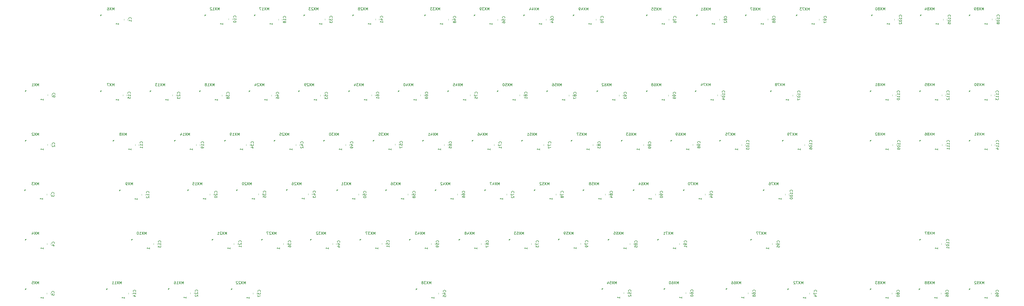
<source format=gbo>
G04 #@! TF.GenerationSoftware,KiCad,Pcbnew,5.1.5+dfsg1-2build2*
G04 #@! TF.CreationDate,2020-08-17T22:58:45+02:00*
G04 #@! TF.ProjectId,PENIS,50454e49-532e-46b6-9963-61645f706362,rev?*
G04 #@! TF.SameCoordinates,Original*
G04 #@! TF.FileFunction,Legend,Bot*
G04 #@! TF.FilePolarity,Positive*
%FSLAX46Y46*%
G04 Gerber Fmt 4.6, Leading zero omitted, Abs format (unit mm)*
G04 Created by KiCad (PCBNEW 5.1.5+dfsg1-2build2) date 2020-08-17 22:58:45*
%MOMM*%
%LPD*%
G04 APERTURE LIST*
%ADD10C,0.100000*%
%ADD11C,0.120000*%
%ADD12C,0.150000*%
G04 APERTURE END LIST*
D10*
G36*
X472860000Y-217894000D02*
G01*
X473360000Y-217394000D01*
X472860000Y-217394000D01*
X472860000Y-217894000D01*
G37*
X472860000Y-217894000D02*
X473360000Y-217394000D01*
X472860000Y-217394000D01*
X472860000Y-217894000D01*
G36*
X472860000Y-198844000D02*
G01*
X473360000Y-198344000D01*
X472860000Y-198344000D01*
X472860000Y-198844000D01*
G37*
X472860000Y-198844000D02*
X473360000Y-198344000D01*
X472860000Y-198344000D01*
X472860000Y-198844000D01*
G36*
X453810000Y-198844000D02*
G01*
X454310000Y-198344000D01*
X453810000Y-198344000D01*
X453810000Y-198844000D01*
G37*
X453810000Y-198844000D02*
X454310000Y-198344000D01*
X453810000Y-198344000D01*
X453810000Y-198844000D01*
G36*
X453810000Y-217894000D02*
G01*
X454310000Y-217394000D01*
X453810000Y-217394000D01*
X453810000Y-217894000D01*
G37*
X453810000Y-217894000D02*
X454310000Y-217394000D01*
X453810000Y-217394000D01*
X453810000Y-217894000D01*
G36*
X434760000Y-198844000D02*
G01*
X435260000Y-198344000D01*
X434760000Y-198344000D01*
X434760000Y-198844000D01*
G37*
X434760000Y-198844000D02*
X435260000Y-198344000D01*
X434760000Y-198344000D01*
X434760000Y-198844000D01*
G36*
X434760000Y-217894000D02*
G01*
X435260000Y-217394000D01*
X434760000Y-217394000D01*
X434760000Y-217894000D01*
G37*
X434760000Y-217894000D02*
X435260000Y-217394000D01*
X434760000Y-217394000D01*
X434760000Y-217894000D01*
G36*
X472860000Y-169634000D02*
G01*
X473360000Y-169134000D01*
X472860000Y-169134000D01*
X472860000Y-169634000D01*
G37*
X472860000Y-169634000D02*
X473360000Y-169134000D01*
X472860000Y-169134000D01*
X472860000Y-169634000D01*
G36*
X396406000Y-198844000D02*
G01*
X396906000Y-198344000D01*
X396406000Y-198344000D01*
X396406000Y-198844000D01*
G37*
X396406000Y-198844000D02*
X396906000Y-198344000D01*
X396406000Y-198344000D01*
X396406000Y-198844000D01*
G36*
X400978000Y-217894000D02*
G01*
X401478000Y-217394000D01*
X400978000Y-217394000D01*
X400978000Y-217894000D01*
G37*
X400978000Y-217894000D02*
X401478000Y-217394000D01*
X400978000Y-217394000D01*
X400978000Y-217894000D01*
G36*
X454064000Y-169634000D02*
G01*
X454564000Y-169134000D01*
X454064000Y-169134000D01*
X454064000Y-169634000D01*
G37*
X454064000Y-169634000D02*
X454564000Y-169134000D01*
X454064000Y-169134000D01*
X454064000Y-169634000D01*
G36*
X367450000Y-198844000D02*
G01*
X367950000Y-198344000D01*
X367450000Y-198344000D01*
X367450000Y-198844000D01*
G37*
X367450000Y-198844000D02*
X367950000Y-198344000D01*
X367450000Y-198344000D01*
X367450000Y-198844000D01*
G36*
X376848000Y-217894000D02*
G01*
X377348000Y-217394000D01*
X376848000Y-217394000D01*
X376848000Y-217894000D01*
G37*
X376848000Y-217894000D02*
X377348000Y-217394000D01*
X376848000Y-217394000D01*
X376848000Y-217894000D01*
G36*
X435268000Y-169634000D02*
G01*
X435768000Y-169134000D01*
X435268000Y-169134000D01*
X435268000Y-169634000D01*
G37*
X435268000Y-169634000D02*
X435768000Y-169134000D01*
X435268000Y-169134000D01*
X435268000Y-169634000D01*
G36*
X453810000Y-255994000D02*
G01*
X454310000Y-255494000D01*
X453810000Y-255494000D01*
X453810000Y-255994000D01*
G37*
X453810000Y-255994000D02*
X454310000Y-255494000D01*
X453810000Y-255494000D01*
X453810000Y-255994000D01*
G36*
X393612000Y-236944000D02*
G01*
X394112000Y-236444000D01*
X393612000Y-236444000D01*
X393612000Y-236944000D01*
G37*
X393612000Y-236944000D02*
X394112000Y-236444000D01*
X393612000Y-236444000D01*
X393612000Y-236944000D01*
G36*
X348654000Y-198844000D02*
G01*
X349154000Y-198344000D01*
X348654000Y-198344000D01*
X348654000Y-198844000D01*
G37*
X348654000Y-198844000D02*
X349154000Y-198344000D01*
X348654000Y-198344000D01*
X348654000Y-198844000D01*
G36*
X358052000Y-217894000D02*
G01*
X358552000Y-217394000D01*
X358052000Y-217394000D01*
X358052000Y-217894000D01*
G37*
X358052000Y-217894000D02*
X358552000Y-217394000D01*
X358052000Y-217394000D01*
X358052000Y-217894000D01*
G36*
X406312000Y-169634000D02*
G01*
X406812000Y-169134000D01*
X406312000Y-169134000D01*
X406312000Y-169634000D01*
G37*
X406312000Y-169634000D02*
X406812000Y-169134000D01*
X406312000Y-169134000D01*
X406312000Y-169634000D01*
G36*
X472860000Y-275044000D02*
G01*
X473360000Y-274544000D01*
X472860000Y-274544000D01*
X472860000Y-275044000D01*
G37*
X472860000Y-275044000D02*
X473360000Y-274544000D01*
X472860000Y-274544000D01*
X472860000Y-275044000D01*
G36*
X388786000Y-255994000D02*
G01*
X389286000Y-255494000D01*
X388786000Y-255494000D01*
X388786000Y-255994000D01*
G37*
X388786000Y-255994000D02*
X389286000Y-255494000D01*
X388786000Y-255494000D01*
X388786000Y-255994000D01*
G36*
X362878000Y-236944000D02*
G01*
X363378000Y-236444000D01*
X362878000Y-236444000D01*
X362878000Y-236944000D01*
G37*
X362878000Y-236944000D02*
X363378000Y-236444000D01*
X362878000Y-236444000D01*
X362878000Y-236944000D01*
G36*
X329604000Y-198844000D02*
G01*
X330104000Y-198344000D01*
X329604000Y-198344000D01*
X329604000Y-198844000D01*
G37*
X329604000Y-198844000D02*
X330104000Y-198344000D01*
X329604000Y-198344000D01*
X329604000Y-198844000D01*
G36*
X352972000Y-255994000D02*
G01*
X353472000Y-255494000D01*
X352972000Y-255494000D01*
X352972000Y-255994000D01*
G37*
X352972000Y-255994000D02*
X353472000Y-255494000D01*
X352972000Y-255494000D01*
X352972000Y-255994000D01*
G36*
X343574000Y-236944000D02*
G01*
X344074000Y-236444000D01*
X343574000Y-236444000D01*
X343574000Y-236944000D01*
G37*
X343574000Y-236944000D02*
X344074000Y-236444000D01*
X343574000Y-236444000D01*
X343574000Y-236944000D01*
G36*
X339002000Y-217894000D02*
G01*
X339502000Y-217394000D01*
X339002000Y-217394000D01*
X339002000Y-217894000D01*
G37*
X339002000Y-217894000D02*
X339502000Y-217394000D01*
X339002000Y-217394000D01*
X339002000Y-217894000D01*
G36*
X386754000Y-169634000D02*
G01*
X387254000Y-169134000D01*
X386754000Y-169134000D01*
X386754000Y-169634000D01*
G37*
X386754000Y-169634000D02*
X387254000Y-169134000D01*
X386754000Y-169134000D01*
X386754000Y-169634000D01*
G36*
X310300000Y-198844000D02*
G01*
X310800000Y-198344000D01*
X310300000Y-198344000D01*
X310300000Y-198844000D01*
G37*
X310300000Y-198844000D02*
X310800000Y-198344000D01*
X310300000Y-198344000D01*
X310300000Y-198844000D01*
G36*
X453556000Y-275044000D02*
G01*
X454056000Y-274544000D01*
X453556000Y-274544000D01*
X453556000Y-275044000D01*
G37*
X453556000Y-275044000D02*
X454056000Y-274544000D01*
X453556000Y-274544000D01*
X453556000Y-275044000D01*
G36*
X333922000Y-255994000D02*
G01*
X334422000Y-255494000D01*
X333922000Y-255494000D01*
X333922000Y-255994000D01*
G37*
X333922000Y-255994000D02*
X334422000Y-255494000D01*
X333922000Y-255494000D01*
X333922000Y-255994000D01*
G36*
X324270000Y-236944000D02*
G01*
X324770000Y-236444000D01*
X324270000Y-236444000D01*
X324270000Y-236944000D01*
G37*
X324270000Y-236944000D02*
X324770000Y-236444000D01*
X324270000Y-236444000D01*
X324270000Y-236944000D01*
G36*
X319698000Y-217894000D02*
G01*
X320198000Y-217394000D01*
X319698000Y-217394000D01*
X319698000Y-217894000D01*
G37*
X319698000Y-217894000D02*
X320198000Y-217394000D01*
X319698000Y-217394000D01*
X319698000Y-217894000D01*
G36*
X367958000Y-169634000D02*
G01*
X368458000Y-169134000D01*
X367958000Y-169134000D01*
X367958000Y-169634000D01*
G37*
X367958000Y-169634000D02*
X368458000Y-169134000D01*
X367958000Y-169134000D01*
X367958000Y-169634000D01*
G36*
X291250000Y-198844000D02*
G01*
X291750000Y-198344000D01*
X291250000Y-198344000D01*
X291250000Y-198844000D01*
G37*
X291250000Y-198844000D02*
X291750000Y-198344000D01*
X291250000Y-198344000D01*
X291250000Y-198844000D01*
G36*
X434760000Y-275044000D02*
G01*
X435260000Y-274544000D01*
X434760000Y-274544000D01*
X434760000Y-275044000D01*
G37*
X434760000Y-275044000D02*
X435260000Y-274544000D01*
X434760000Y-274544000D01*
X434760000Y-275044000D01*
G36*
X314782000Y-255918000D02*
G01*
X315282000Y-255418000D01*
X314782000Y-255418000D01*
X314782000Y-255918000D01*
G37*
X314782000Y-255918000D02*
X315282000Y-255418000D01*
X314782000Y-255418000D01*
X314782000Y-255918000D01*
G36*
X305474000Y-236944000D02*
G01*
X305974000Y-236444000D01*
X305474000Y-236444000D01*
X305474000Y-236944000D01*
G37*
X305474000Y-236944000D02*
X305974000Y-236444000D01*
X305474000Y-236444000D01*
X305474000Y-236944000D01*
G36*
X300648000Y-217894000D02*
G01*
X301148000Y-217394000D01*
X300648000Y-217394000D01*
X300648000Y-217894000D01*
G37*
X300648000Y-217894000D02*
X301148000Y-217394000D01*
X300648000Y-217394000D01*
X300648000Y-217894000D01*
G36*
X348654000Y-169634000D02*
G01*
X349154000Y-169134000D01*
X348654000Y-169134000D01*
X348654000Y-169634000D01*
G37*
X348654000Y-169634000D02*
X349154000Y-169134000D01*
X348654000Y-169134000D01*
X348654000Y-169634000D01*
G36*
X272200000Y-198844000D02*
G01*
X272700000Y-198344000D01*
X272200000Y-198344000D01*
X272200000Y-198844000D01*
G37*
X272200000Y-198844000D02*
X272700000Y-198344000D01*
X272200000Y-198344000D01*
X272200000Y-198844000D01*
G36*
X403010000Y-275044000D02*
G01*
X403510000Y-274544000D01*
X403010000Y-274544000D01*
X403010000Y-275044000D01*
G37*
X403010000Y-275044000D02*
X403510000Y-274544000D01*
X403010000Y-274544000D01*
X403010000Y-275044000D01*
G36*
X295822000Y-255994000D02*
G01*
X296322000Y-255494000D01*
X295822000Y-255494000D01*
X295822000Y-255994000D01*
G37*
X295822000Y-255994000D02*
X296322000Y-255494000D01*
X295822000Y-255494000D01*
X295822000Y-255994000D01*
G36*
X286424000Y-236944000D02*
G01*
X286924000Y-236444000D01*
X286424000Y-236444000D01*
X286424000Y-236944000D01*
G37*
X286424000Y-236944000D02*
X286924000Y-236444000D01*
X286424000Y-236444000D01*
X286424000Y-236944000D01*
G36*
X281598000Y-217894000D02*
G01*
X282098000Y-217394000D01*
X281598000Y-217394000D01*
X281598000Y-217894000D01*
G37*
X281598000Y-217894000D02*
X282098000Y-217394000D01*
X281598000Y-217394000D01*
X281598000Y-217894000D01*
G36*
X320460000Y-169634000D02*
G01*
X320960000Y-169134000D01*
X320460000Y-169134000D01*
X320460000Y-169634000D01*
G37*
X320460000Y-169634000D02*
X320960000Y-169134000D01*
X320460000Y-169134000D01*
X320460000Y-169634000D01*
G36*
X253150000Y-198844000D02*
G01*
X253650000Y-198344000D01*
X253150000Y-198344000D01*
X253150000Y-198844000D01*
G37*
X253150000Y-198844000D02*
X253650000Y-198344000D01*
X253150000Y-198344000D01*
X253150000Y-198844000D01*
G36*
X379298000Y-274968000D02*
G01*
X379798000Y-274468000D01*
X379298000Y-274468000D01*
X379298000Y-274968000D01*
G37*
X379298000Y-274968000D02*
X379798000Y-274468000D01*
X379298000Y-274468000D01*
X379298000Y-274968000D01*
G36*
X276518000Y-255994000D02*
G01*
X277018000Y-255494000D01*
X276518000Y-255494000D01*
X276518000Y-255994000D01*
G37*
X276518000Y-255994000D02*
X277018000Y-255494000D01*
X276518000Y-255494000D01*
X276518000Y-255994000D01*
G36*
X267374000Y-236944000D02*
G01*
X267874000Y-236444000D01*
X267374000Y-236444000D01*
X267374000Y-236944000D01*
G37*
X267374000Y-236944000D02*
X267874000Y-236444000D01*
X267374000Y-236444000D01*
X267374000Y-236944000D01*
G36*
X262548000Y-217894000D02*
G01*
X263048000Y-217394000D01*
X262548000Y-217394000D01*
X262548000Y-217894000D01*
G37*
X262548000Y-217894000D02*
X263048000Y-217394000D01*
X262548000Y-217394000D01*
X262548000Y-217894000D01*
G36*
X301410000Y-169634000D02*
G01*
X301910000Y-169134000D01*
X301410000Y-169134000D01*
X301410000Y-169634000D01*
G37*
X301410000Y-169634000D02*
X301910000Y-169134000D01*
X301410000Y-169134000D01*
X301410000Y-169634000D01*
G36*
X234100000Y-198844000D02*
G01*
X234600000Y-198344000D01*
X234100000Y-198344000D01*
X234100000Y-198844000D01*
G37*
X234100000Y-198844000D02*
X234600000Y-198344000D01*
X234100000Y-198344000D01*
X234100000Y-198844000D01*
G36*
X355422000Y-274968000D02*
G01*
X355922000Y-274468000D01*
X355422000Y-274468000D01*
X355422000Y-274968000D01*
G37*
X355422000Y-274968000D02*
X355922000Y-274468000D01*
X355422000Y-274468000D01*
X355422000Y-274968000D01*
G36*
X257468000Y-255994000D02*
G01*
X257968000Y-255494000D01*
X257468000Y-255494000D01*
X257468000Y-255994000D01*
G37*
X257468000Y-255994000D02*
X257968000Y-255494000D01*
X257468000Y-255494000D01*
X257468000Y-255994000D01*
G36*
X248324000Y-236944000D02*
G01*
X248824000Y-236444000D01*
X248324000Y-236444000D01*
X248324000Y-236944000D01*
G37*
X248324000Y-236944000D02*
X248824000Y-236444000D01*
X248324000Y-236444000D01*
X248324000Y-236944000D01*
G36*
X243498000Y-217894000D02*
G01*
X243998000Y-217394000D01*
X243498000Y-217394000D01*
X243498000Y-217894000D01*
G37*
X243498000Y-217894000D02*
X243998000Y-217394000D01*
X243498000Y-217394000D01*
X243498000Y-217894000D01*
G36*
X282360000Y-169634000D02*
G01*
X282860000Y-169134000D01*
X282360000Y-169134000D01*
X282360000Y-169634000D01*
G37*
X282360000Y-169634000D02*
X282860000Y-169134000D01*
X282360000Y-169134000D01*
X282360000Y-169634000D01*
G36*
X214796000Y-198844000D02*
G01*
X215296000Y-198344000D01*
X214796000Y-198344000D01*
X214796000Y-198844000D01*
G37*
X214796000Y-198844000D02*
X215296000Y-198344000D01*
X214796000Y-198344000D01*
X214796000Y-198844000D01*
G36*
X331546000Y-274968000D02*
G01*
X332046000Y-274468000D01*
X331546000Y-274468000D01*
X331546000Y-274968000D01*
G37*
X331546000Y-274968000D02*
X332046000Y-274468000D01*
X331546000Y-274468000D01*
X331546000Y-274968000D01*
G36*
X238418000Y-255994000D02*
G01*
X238918000Y-255494000D01*
X238418000Y-255494000D01*
X238418000Y-255994000D01*
G37*
X238418000Y-255994000D02*
X238918000Y-255494000D01*
X238418000Y-255494000D01*
X238418000Y-255994000D01*
G36*
X229528000Y-236944000D02*
G01*
X230028000Y-236444000D01*
X229528000Y-236444000D01*
X229528000Y-236944000D01*
G37*
X229528000Y-236944000D02*
X230028000Y-236444000D01*
X229528000Y-236444000D01*
X229528000Y-236944000D01*
G36*
X224448000Y-217894000D02*
G01*
X224948000Y-217394000D01*
X224448000Y-217394000D01*
X224448000Y-217894000D01*
G37*
X224448000Y-217894000D02*
X224948000Y-217394000D01*
X224448000Y-217394000D01*
X224448000Y-217894000D01*
G36*
X263310000Y-169634000D02*
G01*
X263810000Y-169134000D01*
X263310000Y-169134000D01*
X263310000Y-169634000D01*
G37*
X263310000Y-169634000D02*
X263810000Y-169134000D01*
X263310000Y-169134000D01*
X263310000Y-169634000D01*
G36*
X195746000Y-198844000D02*
G01*
X196246000Y-198344000D01*
X195746000Y-198344000D01*
X195746000Y-198844000D01*
G37*
X195746000Y-198844000D02*
X196246000Y-198344000D01*
X195746000Y-198344000D01*
X195746000Y-198844000D01*
G36*
X260008000Y-275044000D02*
G01*
X260508000Y-274544000D01*
X260008000Y-274544000D01*
X260008000Y-275044000D01*
G37*
X260008000Y-275044000D02*
X260508000Y-274544000D01*
X260008000Y-274544000D01*
X260008000Y-275044000D01*
G36*
X219368000Y-255994000D02*
G01*
X219868000Y-255494000D01*
X219368000Y-255494000D01*
X219368000Y-255994000D01*
G37*
X219368000Y-255994000D02*
X219868000Y-255494000D01*
X219368000Y-255494000D01*
X219368000Y-255994000D01*
G36*
X210134000Y-236868000D02*
G01*
X210634000Y-236368000D01*
X210134000Y-236368000D01*
X210134000Y-236868000D01*
G37*
X210134000Y-236868000D02*
X210634000Y-236368000D01*
X210134000Y-236368000D01*
X210134000Y-236868000D01*
G36*
X205398000Y-217894000D02*
G01*
X205898000Y-217394000D01*
X205398000Y-217394000D01*
X205398000Y-217894000D01*
G37*
X205398000Y-217894000D02*
X205898000Y-217394000D01*
X205398000Y-217394000D01*
X205398000Y-217894000D01*
G36*
X235624000Y-169634000D02*
G01*
X236124000Y-169134000D01*
X235624000Y-169134000D01*
X235624000Y-169634000D01*
G37*
X235624000Y-169634000D02*
X236124000Y-169134000D01*
X235624000Y-169134000D01*
X235624000Y-169634000D01*
G36*
X176696000Y-198844000D02*
G01*
X177196000Y-198344000D01*
X176696000Y-198344000D01*
X176696000Y-198844000D01*
G37*
X176696000Y-198844000D02*
X177196000Y-198344000D01*
X176696000Y-198344000D01*
X176696000Y-198844000D01*
G36*
X188888000Y-275044000D02*
G01*
X189388000Y-274544000D01*
X188888000Y-274544000D01*
X188888000Y-275044000D01*
G37*
X188888000Y-275044000D02*
X189388000Y-274544000D01*
X188888000Y-274544000D01*
X188888000Y-275044000D01*
G36*
X200572000Y-255994000D02*
G01*
X201072000Y-255494000D01*
X200572000Y-255494000D01*
X200572000Y-255994000D01*
G37*
X200572000Y-255994000D02*
X201072000Y-255494000D01*
X200572000Y-255494000D01*
X200572000Y-255994000D01*
G36*
X190920000Y-236944000D02*
G01*
X191420000Y-236444000D01*
X190920000Y-236444000D01*
X190920000Y-236944000D01*
G37*
X190920000Y-236944000D02*
X191420000Y-236444000D01*
X190920000Y-236444000D01*
X190920000Y-236944000D01*
G36*
X186348000Y-217894000D02*
G01*
X186848000Y-217394000D01*
X186348000Y-217394000D01*
X186348000Y-217894000D01*
G37*
X186348000Y-217894000D02*
X186848000Y-217394000D01*
X186348000Y-217394000D01*
X186348000Y-217894000D01*
G36*
X216828000Y-169634000D02*
G01*
X217328000Y-169134000D01*
X216828000Y-169134000D01*
X216828000Y-169634000D01*
G37*
X216828000Y-169634000D02*
X217328000Y-169134000D01*
X216828000Y-169134000D01*
X216828000Y-169634000D01*
G36*
X157646000Y-198844000D02*
G01*
X158146000Y-198344000D01*
X157646000Y-198344000D01*
X157646000Y-198844000D01*
G37*
X157646000Y-198844000D02*
X158146000Y-198344000D01*
X157646000Y-198344000D01*
X157646000Y-198844000D01*
G36*
X164668000Y-274968000D02*
G01*
X165168000Y-274468000D01*
X164668000Y-274468000D01*
X164668000Y-274968000D01*
G37*
X164668000Y-274968000D02*
X165168000Y-274468000D01*
X164668000Y-274468000D01*
X164668000Y-274968000D01*
G36*
X181522000Y-255994000D02*
G01*
X182022000Y-255494000D01*
X181522000Y-255494000D01*
X181522000Y-255994000D01*
G37*
X181522000Y-255994000D02*
X182022000Y-255494000D01*
X181522000Y-255494000D01*
X181522000Y-255994000D01*
G36*
X172124000Y-236944000D02*
G01*
X172624000Y-236444000D01*
X172124000Y-236444000D01*
X172124000Y-236944000D01*
G37*
X172124000Y-236944000D02*
X172624000Y-236444000D01*
X172124000Y-236444000D01*
X172124000Y-236944000D01*
G36*
X167044000Y-217894000D02*
G01*
X167544000Y-217394000D01*
X167044000Y-217394000D01*
X167044000Y-217894000D01*
G37*
X167044000Y-217894000D02*
X167544000Y-217394000D01*
X167044000Y-217394000D01*
X167044000Y-217894000D01*
G36*
X197778000Y-169634000D02*
G01*
X198278000Y-169134000D01*
X197778000Y-169134000D01*
X197778000Y-169634000D01*
G37*
X197778000Y-169634000D02*
X198278000Y-169134000D01*
X197778000Y-169134000D01*
X197778000Y-169634000D01*
G36*
X138596000Y-198844000D02*
G01*
X139096000Y-198344000D01*
X138596000Y-198344000D01*
X138596000Y-198844000D01*
G37*
X138596000Y-198844000D02*
X139096000Y-198344000D01*
X138596000Y-198344000D01*
X138596000Y-198844000D01*
G36*
X140882000Y-275044000D02*
G01*
X141382000Y-274544000D01*
X140882000Y-274544000D01*
X140882000Y-275044000D01*
G37*
X140882000Y-275044000D02*
X141382000Y-274544000D01*
X140882000Y-274544000D01*
X140882000Y-275044000D01*
G36*
X150534000Y-255994000D02*
G01*
X151034000Y-255494000D01*
X150534000Y-255494000D01*
X150534000Y-255994000D01*
G37*
X150534000Y-255994000D02*
X151034000Y-255494000D01*
X150534000Y-255494000D01*
X150534000Y-255994000D01*
G36*
X145872000Y-237020000D02*
G01*
X146372000Y-236520000D01*
X145872000Y-236520000D01*
X145872000Y-237020000D01*
G37*
X145872000Y-237020000D02*
X146372000Y-236520000D01*
X145872000Y-236520000D01*
X145872000Y-237020000D01*
G36*
X143422000Y-217894000D02*
G01*
X143922000Y-217394000D01*
X143422000Y-217394000D01*
X143422000Y-217894000D01*
G37*
X143422000Y-217894000D02*
X143922000Y-217394000D01*
X143422000Y-217394000D01*
X143422000Y-217894000D01*
G36*
X178728000Y-169634000D02*
G01*
X179228000Y-169134000D01*
X178728000Y-169134000D01*
X178728000Y-169634000D01*
G37*
X178728000Y-169634000D02*
X179228000Y-169134000D01*
X178728000Y-169134000D01*
X178728000Y-169634000D01*
G36*
X109640000Y-198768000D02*
G01*
X110140000Y-198268000D01*
X109640000Y-198268000D01*
X109640000Y-198768000D01*
G37*
X109640000Y-198768000D02*
X110140000Y-198268000D01*
X109640000Y-198268000D01*
X109640000Y-198768000D01*
G36*
X109640000Y-275044000D02*
G01*
X110140000Y-274544000D01*
X109640000Y-274544000D01*
X109640000Y-275044000D01*
G37*
X109640000Y-275044000D02*
X110140000Y-274544000D01*
X109640000Y-274544000D01*
X109640000Y-275044000D01*
G36*
X109640000Y-255994000D02*
G01*
X110140000Y-255494000D01*
X109640000Y-255494000D01*
X109640000Y-255994000D01*
G37*
X109640000Y-255994000D02*
X110140000Y-255494000D01*
X109640000Y-255494000D01*
X109640000Y-255994000D01*
G36*
X109386000Y-236944000D02*
G01*
X109886000Y-236444000D01*
X109386000Y-236444000D01*
X109386000Y-236944000D01*
G37*
X109386000Y-236944000D02*
X109886000Y-236444000D01*
X109386000Y-236444000D01*
X109386000Y-236944000D01*
G36*
X109640000Y-217894000D02*
G01*
X110140000Y-217394000D01*
X109640000Y-217394000D01*
X109640000Y-217894000D01*
G37*
X109640000Y-217894000D02*
X110140000Y-217394000D01*
X109640000Y-217394000D01*
X109640000Y-217894000D01*
G36*
X138596000Y-169634000D02*
G01*
X139096000Y-169134000D01*
X138596000Y-169134000D01*
X138596000Y-169634000D01*
G37*
X138596000Y-169634000D02*
X139096000Y-169134000D01*
X138596000Y-169134000D01*
X138596000Y-169634000D01*
D11*
X482853200Y-219457378D02*
X482853200Y-218940222D01*
X481433200Y-219457378D02*
X481433200Y-218940222D01*
X482751600Y-200356578D02*
X482751600Y-199839422D01*
X481331600Y-200356578D02*
X481331600Y-199839422D01*
X462434000Y-200356578D02*
X462434000Y-199839422D01*
X463854000Y-200356578D02*
X463854000Y-199839422D01*
X443333200Y-200356578D02*
X443333200Y-199839422D01*
X444753200Y-200356578D02*
X444753200Y-199839422D01*
X405030000Y-200407378D02*
X405030000Y-199890222D01*
X406450000Y-200407378D02*
X406450000Y-199890222D01*
X376023200Y-200356578D02*
X376023200Y-199839422D01*
X377443200Y-200356578D02*
X377443200Y-199839422D01*
X357176400Y-200407378D02*
X357176400Y-199890222D01*
X358596400Y-200407378D02*
X358596400Y-199890222D01*
X338228000Y-200407378D02*
X338228000Y-199890222D01*
X339648000Y-200407378D02*
X339648000Y-199890222D01*
X318873200Y-200407378D02*
X318873200Y-199890222D01*
X320293200Y-200407378D02*
X320293200Y-199890222D01*
X299975600Y-200356578D02*
X299975600Y-199839422D01*
X301395600Y-200356578D02*
X301395600Y-199839422D01*
X280874800Y-200356578D02*
X280874800Y-199839422D01*
X282294800Y-200356578D02*
X282294800Y-199839422D01*
X261774000Y-200356578D02*
X261774000Y-199839422D01*
X263194000Y-200356578D02*
X263194000Y-199839422D01*
X242927200Y-200356578D02*
X242927200Y-199839422D01*
X244347200Y-200356578D02*
X244347200Y-199839422D01*
X223191400Y-200432778D02*
X223191400Y-199915622D01*
X224611400Y-200432778D02*
X224611400Y-199915622D01*
X204420800Y-200407378D02*
X204420800Y-199890222D01*
X205840800Y-200407378D02*
X205840800Y-199890222D01*
X185370800Y-200407378D02*
X185370800Y-199890222D01*
X186790800Y-200407378D02*
X186790800Y-199890222D01*
X166371600Y-200379678D02*
X166371600Y-199862522D01*
X167791600Y-200379678D02*
X167791600Y-199862522D01*
X147321600Y-200356578D02*
X147321600Y-199839422D01*
X148741600Y-200356578D02*
X148741600Y-199839422D01*
X118314800Y-200305778D02*
X118314800Y-199788622D01*
X119734800Y-200305778D02*
X119734800Y-199788622D01*
X462484800Y-219457378D02*
X462484800Y-218940222D01*
X463904800Y-219457378D02*
X463904800Y-218940222D01*
X443485600Y-219480478D02*
X443485600Y-218963322D01*
X444905600Y-219480478D02*
X444905600Y-218963322D01*
X481738000Y-171146578D02*
X481738000Y-170629422D01*
X483158000Y-171146578D02*
X483158000Y-170629422D01*
X409602000Y-219457378D02*
X409602000Y-218940222D01*
X411022000Y-219457378D02*
X411022000Y-218940222D01*
X462942000Y-171197378D02*
X462942000Y-170680222D01*
X464362000Y-171197378D02*
X464362000Y-170680222D01*
X385370400Y-219457378D02*
X385370400Y-218940222D01*
X386790400Y-219457378D02*
X386790400Y-218940222D01*
X444146000Y-171220478D02*
X444146000Y-170703322D01*
X445566000Y-171220478D02*
X445566000Y-170703322D01*
X462281600Y-257557378D02*
X462281600Y-257040222D01*
X463701600Y-257557378D02*
X463701600Y-257040222D01*
X402134400Y-238558178D02*
X402134400Y-238041022D01*
X403554400Y-238558178D02*
X403554400Y-238041022D01*
X366574400Y-219406578D02*
X366574400Y-218889422D01*
X367994400Y-219406578D02*
X367994400Y-218889422D01*
X415190000Y-171197378D02*
X415190000Y-170680222D01*
X416610000Y-171197378D02*
X416610000Y-170680222D01*
X481382400Y-276607378D02*
X481382400Y-276090222D01*
X482802400Y-276607378D02*
X482802400Y-276090222D01*
X397105200Y-257608178D02*
X397105200Y-257091022D01*
X398525200Y-257608178D02*
X398525200Y-257091022D01*
X371349600Y-238507378D02*
X371349600Y-237990222D01*
X372769600Y-238507378D02*
X372769600Y-237990222D01*
X361392800Y-257580478D02*
X361392800Y-257063322D01*
X362812800Y-257580478D02*
X362812800Y-257063322D01*
X352147200Y-238507378D02*
X352147200Y-237990222D01*
X353567200Y-238507378D02*
X353567200Y-237990222D01*
X347626000Y-219508178D02*
X347626000Y-218991022D01*
X349046000Y-219508178D02*
X349046000Y-218991022D01*
X395428800Y-171146578D02*
X395428800Y-170629422D01*
X396848800Y-171146578D02*
X396848800Y-170629422D01*
X462078400Y-276607378D02*
X462078400Y-276090222D01*
X463498400Y-276607378D02*
X463498400Y-276090222D01*
X342342800Y-257608178D02*
X342342800Y-257091022D01*
X343762800Y-257608178D02*
X343762800Y-257091022D01*
X332843200Y-238507378D02*
X332843200Y-237990222D01*
X334263200Y-238507378D02*
X334263200Y-237990222D01*
X328169600Y-219457378D02*
X328169600Y-218940222D01*
X329589600Y-219457378D02*
X329589600Y-218940222D01*
X376785200Y-171197378D02*
X376785200Y-170680222D01*
X378205200Y-171197378D02*
X378205200Y-170680222D01*
X443231600Y-276607378D02*
X443231600Y-276090222D01*
X444651600Y-276607378D02*
X444651600Y-276090222D01*
X323394400Y-257506578D02*
X323394400Y-256989422D01*
X324814400Y-257506578D02*
X324814400Y-256989422D01*
X313945600Y-238507378D02*
X313945600Y-237990222D01*
X315365600Y-238507378D02*
X315365600Y-237990222D01*
X309170400Y-219457378D02*
X309170400Y-218940222D01*
X310590400Y-219457378D02*
X310590400Y-218940222D01*
X357328800Y-171197378D02*
X357328800Y-170680222D01*
X358748800Y-171197378D02*
X358748800Y-170680222D01*
X411430800Y-276607378D02*
X411430800Y-276090222D01*
X412850800Y-276607378D02*
X412850800Y-276090222D01*
X304395200Y-257557378D02*
X304395200Y-257040222D01*
X305815200Y-257557378D02*
X305815200Y-257040222D01*
X294946400Y-238558178D02*
X294946400Y-238041022D01*
X296366400Y-238558178D02*
X296366400Y-238041022D01*
X290120400Y-219508178D02*
X290120400Y-218991022D01*
X291540400Y-219508178D02*
X291540400Y-218991022D01*
X329338000Y-171197378D02*
X329338000Y-170680222D01*
X330758000Y-171197378D02*
X330758000Y-170680222D01*
X387808800Y-276556578D02*
X387808800Y-276039422D01*
X389228800Y-276556578D02*
X389228800Y-276039422D01*
X285142000Y-257557378D02*
X285142000Y-257040222D01*
X286562000Y-257557378D02*
X286562000Y-257040222D01*
X275998000Y-238507378D02*
X275998000Y-237990222D01*
X277418000Y-238507378D02*
X277418000Y-237990222D01*
X270918000Y-219457378D02*
X270918000Y-218940222D01*
X272338000Y-219457378D02*
X272338000Y-218940222D01*
X310084800Y-171197378D02*
X310084800Y-170680222D01*
X311504800Y-171197378D02*
X311504800Y-170680222D01*
X363882000Y-276505778D02*
X363882000Y-275988622D01*
X365302000Y-276505778D02*
X365302000Y-275988622D01*
X265939600Y-257557378D02*
X265939600Y-257040222D01*
X267359600Y-257557378D02*
X267359600Y-257040222D01*
X256948000Y-238558178D02*
X256948000Y-238041022D01*
X258368000Y-238558178D02*
X258368000Y-238041022D01*
X252020400Y-219355778D02*
X252020400Y-218838622D01*
X253440400Y-219355778D02*
X253440400Y-218838622D01*
X291441200Y-171322078D02*
X291441200Y-170804922D01*
X292861200Y-171322078D02*
X292861200Y-170804922D01*
X339955200Y-276505778D02*
X339955200Y-275988622D01*
X341375200Y-276505778D02*
X341375200Y-275988622D01*
X246940400Y-257506578D02*
X246940400Y-256989422D01*
X248360400Y-257506578D02*
X248360400Y-256989422D01*
X237999600Y-238558178D02*
X237999600Y-238041022D01*
X239419600Y-238558178D02*
X239419600Y-238041022D01*
X232970400Y-219457378D02*
X232970400Y-218940222D01*
X234390400Y-219457378D02*
X234390400Y-218940222D01*
X272543600Y-171197378D02*
X272543600Y-170680222D01*
X273963600Y-171197378D02*
X273963600Y-170680222D01*
X268682800Y-276658178D02*
X268682800Y-276141022D01*
X270102800Y-276658178D02*
X270102800Y-276141022D01*
X227941200Y-257608178D02*
X227941200Y-257091022D01*
X229361200Y-257608178D02*
X229361200Y-257091022D01*
X218594000Y-238456578D02*
X218594000Y-237939422D01*
X220014000Y-238456578D02*
X220014000Y-237939422D01*
X213818800Y-219457378D02*
X213818800Y-218940222D01*
X215238800Y-219457378D02*
X215238800Y-218940222D01*
X244451200Y-171146578D02*
X244451200Y-170629422D01*
X245871200Y-171146578D02*
X245871200Y-170629422D01*
X197359600Y-276607378D02*
X197359600Y-276090222D01*
X198779600Y-276607378D02*
X198779600Y-276090222D01*
X209043600Y-257557378D02*
X209043600Y-257040222D01*
X210463600Y-257557378D02*
X210463600Y-257040222D01*
X199442400Y-238456578D02*
X199442400Y-237939422D01*
X200862400Y-238456578D02*
X200862400Y-237939422D01*
X194718000Y-219457378D02*
X194718000Y-218940222D01*
X196138000Y-219457378D02*
X196138000Y-218940222D01*
X225020000Y-171178578D02*
X225020000Y-170661422D01*
X226440000Y-171178578D02*
X226440000Y-170661422D01*
X173229600Y-276533478D02*
X173229600Y-276016322D01*
X174649600Y-276533478D02*
X174649600Y-276016322D01*
X189993600Y-257557378D02*
X189993600Y-257040222D01*
X191413600Y-257557378D02*
X191413600Y-257040222D01*
X180697200Y-238507378D02*
X180697200Y-237990222D01*
X182117200Y-238507378D02*
X182117200Y-237990222D01*
X175515600Y-219457378D02*
X175515600Y-218940222D01*
X176935600Y-219457378D02*
X176935600Y-218940222D01*
X207113200Y-171197378D02*
X207113200Y-170680222D01*
X208533200Y-171197378D02*
X208533200Y-170680222D01*
X149404400Y-276607378D02*
X149404400Y-276090222D01*
X150824400Y-276607378D02*
X150824400Y-276090222D01*
X159056400Y-257608178D02*
X159056400Y-257091022D01*
X160476400Y-257608178D02*
X160476400Y-257091022D01*
X154484400Y-238608978D02*
X154484400Y-238091822D01*
X155904400Y-238608978D02*
X155904400Y-238091822D01*
X151995200Y-219457378D02*
X151995200Y-218940222D01*
X153415200Y-219457378D02*
X153415200Y-218940222D01*
X187961600Y-171044978D02*
X187961600Y-170527822D01*
X189381600Y-171044978D02*
X189381600Y-170527822D01*
X118010000Y-276607378D02*
X118010000Y-276090222D01*
X119430000Y-276607378D02*
X119430000Y-276090222D01*
X118111600Y-257608178D02*
X118111600Y-257091022D01*
X119531600Y-257608178D02*
X119531600Y-257091022D01*
X117959200Y-238507378D02*
X117959200Y-237990222D01*
X119379200Y-238507378D02*
X119379200Y-237990222D01*
X118213200Y-219406578D02*
X118213200Y-218889422D01*
X119633200Y-219406578D02*
X119633200Y-218889422D01*
X147677200Y-171197378D02*
X147677200Y-170680222D01*
X149097200Y-171197378D02*
X149097200Y-170680222D01*
D12*
X330301904Y-234640380D02*
X330301904Y-233640380D01*
X329968571Y-234354666D01*
X329635238Y-233640380D01*
X329635238Y-234640380D01*
X329254285Y-233640380D02*
X328587619Y-234640380D01*
X328587619Y-233640380D02*
X329254285Y-234640380D01*
X327730476Y-233640380D02*
X328206666Y-233640380D01*
X328254285Y-234116571D01*
X328206666Y-234068952D01*
X328111428Y-234021333D01*
X327873333Y-234021333D01*
X327778095Y-234068952D01*
X327730476Y-234116571D01*
X327682857Y-234211809D01*
X327682857Y-234449904D01*
X327730476Y-234545142D01*
X327778095Y-234592761D01*
X327873333Y-234640380D01*
X328111428Y-234640380D01*
X328206666Y-234592761D01*
X328254285Y-234545142D01*
X327111428Y-234068952D02*
X327206666Y-234021333D01*
X327254285Y-233973714D01*
X327301904Y-233878476D01*
X327301904Y-233830857D01*
X327254285Y-233735619D01*
X327206666Y-233688000D01*
X327111428Y-233640380D01*
X326920952Y-233640380D01*
X326825714Y-233688000D01*
X326778095Y-233735619D01*
X326730476Y-233830857D01*
X326730476Y-233878476D01*
X326778095Y-233973714D01*
X326825714Y-234021333D01*
X326920952Y-234068952D01*
X327111428Y-234068952D01*
X327206666Y-234116571D01*
X327254285Y-234164190D01*
X327301904Y-234259428D01*
X327301904Y-234449904D01*
X327254285Y-234545142D01*
X327206666Y-234592761D01*
X327111428Y-234640380D01*
X326920952Y-234640380D01*
X326825714Y-234592761D01*
X326778095Y-234545142D01*
X326730476Y-234449904D01*
X326730476Y-234259428D01*
X326778095Y-234164190D01*
X326825714Y-234116571D01*
X326920952Y-234068952D01*
X479812380Y-221179714D02*
X479812380Y-220608285D01*
X479812380Y-220894000D02*
X478812380Y-220894000D01*
X478955238Y-220798761D01*
X479050476Y-220703523D01*
X479098095Y-220608285D01*
X479812380Y-202129714D02*
X479812380Y-201558285D01*
X479812380Y-201844000D02*
X478812380Y-201844000D01*
X478955238Y-201748761D01*
X479050476Y-201653523D01*
X479098095Y-201558285D01*
X460762380Y-202129714D02*
X460762380Y-201558285D01*
X460762380Y-201844000D02*
X459762380Y-201844000D01*
X459905238Y-201748761D01*
X460000476Y-201653523D01*
X460048095Y-201558285D01*
X460762380Y-221179714D02*
X460762380Y-220608285D01*
X460762380Y-220894000D02*
X459762380Y-220894000D01*
X459905238Y-220798761D01*
X460000476Y-220703523D01*
X460048095Y-220608285D01*
X441712380Y-202129714D02*
X441712380Y-201558285D01*
X441712380Y-201844000D02*
X440712380Y-201844000D01*
X440855238Y-201748761D01*
X440950476Y-201653523D01*
X440998095Y-201558285D01*
X441712380Y-221179714D02*
X441712380Y-220608285D01*
X441712380Y-220894000D02*
X440712380Y-220894000D01*
X440855238Y-220798761D01*
X440950476Y-220703523D01*
X440998095Y-220608285D01*
X479812380Y-172919714D02*
X479812380Y-172348285D01*
X479812380Y-172634000D02*
X478812380Y-172634000D01*
X478955238Y-172538761D01*
X479050476Y-172443523D01*
X479098095Y-172348285D01*
X403358380Y-202129714D02*
X403358380Y-201558285D01*
X403358380Y-201844000D02*
X402358380Y-201844000D01*
X402501238Y-201748761D01*
X402596476Y-201653523D01*
X402644095Y-201558285D01*
X407930380Y-221179714D02*
X407930380Y-220608285D01*
X407930380Y-220894000D02*
X406930380Y-220894000D01*
X407073238Y-220798761D01*
X407168476Y-220703523D01*
X407216095Y-220608285D01*
X461016380Y-172919714D02*
X461016380Y-172348285D01*
X461016380Y-172634000D02*
X460016380Y-172634000D01*
X460159238Y-172538761D01*
X460254476Y-172443523D01*
X460302095Y-172348285D01*
X374402380Y-202129714D02*
X374402380Y-201558285D01*
X374402380Y-201844000D02*
X373402380Y-201844000D01*
X373545238Y-201748761D01*
X373640476Y-201653523D01*
X373688095Y-201558285D01*
X383800380Y-221179714D02*
X383800380Y-220608285D01*
X383800380Y-220894000D02*
X382800380Y-220894000D01*
X382943238Y-220798761D01*
X383038476Y-220703523D01*
X383086095Y-220608285D01*
X442220380Y-172919714D02*
X442220380Y-172348285D01*
X442220380Y-172634000D02*
X441220380Y-172634000D01*
X441363238Y-172538761D01*
X441458476Y-172443523D01*
X441506095Y-172348285D01*
X460762380Y-259279714D02*
X460762380Y-258708285D01*
X460762380Y-258994000D02*
X459762380Y-258994000D01*
X459905238Y-258898761D01*
X460000476Y-258803523D01*
X460048095Y-258708285D01*
X400564380Y-240229714D02*
X400564380Y-239658285D01*
X400564380Y-239944000D02*
X399564380Y-239944000D01*
X399707238Y-239848761D01*
X399802476Y-239753523D01*
X399850095Y-239658285D01*
X355606380Y-202129714D02*
X355606380Y-201558285D01*
X355606380Y-201844000D02*
X354606380Y-201844000D01*
X354749238Y-201748761D01*
X354844476Y-201653523D01*
X354892095Y-201558285D01*
X365004380Y-221179714D02*
X365004380Y-220608285D01*
X365004380Y-220894000D02*
X364004380Y-220894000D01*
X364147238Y-220798761D01*
X364242476Y-220703523D01*
X364290095Y-220608285D01*
X413264380Y-172919714D02*
X413264380Y-172348285D01*
X413264380Y-172634000D02*
X412264380Y-172634000D01*
X412407238Y-172538761D01*
X412502476Y-172443523D01*
X412550095Y-172348285D01*
X479812380Y-278329714D02*
X479812380Y-277758285D01*
X479812380Y-278044000D02*
X478812380Y-278044000D01*
X478955238Y-277948761D01*
X479050476Y-277853523D01*
X479098095Y-277758285D01*
X395738380Y-259279714D02*
X395738380Y-258708285D01*
X395738380Y-258994000D02*
X394738380Y-258994000D01*
X394881238Y-258898761D01*
X394976476Y-258803523D01*
X395024095Y-258708285D01*
X369830380Y-240229714D02*
X369830380Y-239658285D01*
X369830380Y-239944000D02*
X368830380Y-239944000D01*
X368973238Y-239848761D01*
X369068476Y-239753523D01*
X369116095Y-239658285D01*
X336556380Y-202129714D02*
X336556380Y-201558285D01*
X336556380Y-201844000D02*
X335556380Y-201844000D01*
X335699238Y-201748761D01*
X335794476Y-201653523D01*
X335842095Y-201558285D01*
X359924380Y-259279714D02*
X359924380Y-258708285D01*
X359924380Y-258994000D02*
X358924380Y-258994000D01*
X359067238Y-258898761D01*
X359162476Y-258803523D01*
X359210095Y-258708285D01*
X350526380Y-240229714D02*
X350526380Y-239658285D01*
X350526380Y-239944000D02*
X349526380Y-239944000D01*
X349669238Y-239848761D01*
X349764476Y-239753523D01*
X349812095Y-239658285D01*
X345954380Y-221179714D02*
X345954380Y-220608285D01*
X345954380Y-220894000D02*
X344954380Y-220894000D01*
X345097238Y-220798761D01*
X345192476Y-220703523D01*
X345240095Y-220608285D01*
X393706380Y-172919714D02*
X393706380Y-172348285D01*
X393706380Y-172634000D02*
X392706380Y-172634000D01*
X392849238Y-172538761D01*
X392944476Y-172443523D01*
X392992095Y-172348285D01*
X317252380Y-202129714D02*
X317252380Y-201558285D01*
X317252380Y-201844000D02*
X316252380Y-201844000D01*
X316395238Y-201748761D01*
X316490476Y-201653523D01*
X316538095Y-201558285D01*
X460508380Y-278329714D02*
X460508380Y-277758285D01*
X460508380Y-278044000D02*
X459508380Y-278044000D01*
X459651238Y-277948761D01*
X459746476Y-277853523D01*
X459794095Y-277758285D01*
X340874380Y-259279714D02*
X340874380Y-258708285D01*
X340874380Y-258994000D02*
X339874380Y-258994000D01*
X340017238Y-258898761D01*
X340112476Y-258803523D01*
X340160095Y-258708285D01*
X331222380Y-240229714D02*
X331222380Y-239658285D01*
X331222380Y-239944000D02*
X330222380Y-239944000D01*
X330365238Y-239848761D01*
X330460476Y-239753523D01*
X330508095Y-239658285D01*
X326650380Y-221179714D02*
X326650380Y-220608285D01*
X326650380Y-220894000D02*
X325650380Y-220894000D01*
X325793238Y-220798761D01*
X325888476Y-220703523D01*
X325936095Y-220608285D01*
X374910380Y-172919714D02*
X374910380Y-172348285D01*
X374910380Y-172634000D02*
X373910380Y-172634000D01*
X374053238Y-172538761D01*
X374148476Y-172443523D01*
X374196095Y-172348285D01*
X298202380Y-202129714D02*
X298202380Y-201558285D01*
X298202380Y-201844000D02*
X297202380Y-201844000D01*
X297345238Y-201748761D01*
X297440476Y-201653523D01*
X297488095Y-201558285D01*
X441712380Y-278329714D02*
X441712380Y-277758285D01*
X441712380Y-278044000D02*
X440712380Y-278044000D01*
X440855238Y-277948761D01*
X440950476Y-277853523D01*
X440998095Y-277758285D01*
X321734380Y-259203714D02*
X321734380Y-258632285D01*
X321734380Y-258918000D02*
X320734380Y-258918000D01*
X320877238Y-258822761D01*
X320972476Y-258727523D01*
X321020095Y-258632285D01*
X312426380Y-240229714D02*
X312426380Y-239658285D01*
X312426380Y-239944000D02*
X311426380Y-239944000D01*
X311569238Y-239848761D01*
X311664476Y-239753523D01*
X311712095Y-239658285D01*
X307600380Y-221179714D02*
X307600380Y-220608285D01*
X307600380Y-220894000D02*
X306600380Y-220894000D01*
X306743238Y-220798761D01*
X306838476Y-220703523D01*
X306886095Y-220608285D01*
X355606380Y-172919714D02*
X355606380Y-172348285D01*
X355606380Y-172634000D02*
X354606380Y-172634000D01*
X354749238Y-172538761D01*
X354844476Y-172443523D01*
X354892095Y-172348285D01*
X279152380Y-202129714D02*
X279152380Y-201558285D01*
X279152380Y-201844000D02*
X278152380Y-201844000D01*
X278295238Y-201748761D01*
X278390476Y-201653523D01*
X278438095Y-201558285D01*
X409962380Y-278329714D02*
X409962380Y-277758285D01*
X409962380Y-278044000D02*
X408962380Y-278044000D01*
X409105238Y-277948761D01*
X409200476Y-277853523D01*
X409248095Y-277758285D01*
X302774380Y-259279714D02*
X302774380Y-258708285D01*
X302774380Y-258994000D02*
X301774380Y-258994000D01*
X301917238Y-258898761D01*
X302012476Y-258803523D01*
X302060095Y-258708285D01*
X293376380Y-240229714D02*
X293376380Y-239658285D01*
X293376380Y-239944000D02*
X292376380Y-239944000D01*
X292519238Y-239848761D01*
X292614476Y-239753523D01*
X292662095Y-239658285D01*
X288550380Y-221179714D02*
X288550380Y-220608285D01*
X288550380Y-220894000D02*
X287550380Y-220894000D01*
X287693238Y-220798761D01*
X287788476Y-220703523D01*
X287836095Y-220608285D01*
X327412380Y-172919714D02*
X327412380Y-172348285D01*
X327412380Y-172634000D02*
X326412380Y-172634000D01*
X326555238Y-172538761D01*
X326650476Y-172443523D01*
X326698095Y-172348285D01*
X260102380Y-202129714D02*
X260102380Y-201558285D01*
X260102380Y-201844000D02*
X259102380Y-201844000D01*
X259245238Y-201748761D01*
X259340476Y-201653523D01*
X259388095Y-201558285D01*
X386250380Y-278253714D02*
X386250380Y-277682285D01*
X386250380Y-277968000D02*
X385250380Y-277968000D01*
X385393238Y-277872761D01*
X385488476Y-277777523D01*
X385536095Y-277682285D01*
X283470380Y-259279714D02*
X283470380Y-258708285D01*
X283470380Y-258994000D02*
X282470380Y-258994000D01*
X282613238Y-258898761D01*
X282708476Y-258803523D01*
X282756095Y-258708285D01*
X274326380Y-240229714D02*
X274326380Y-239658285D01*
X274326380Y-239944000D02*
X273326380Y-239944000D01*
X273469238Y-239848761D01*
X273564476Y-239753523D01*
X273612095Y-239658285D01*
X269500380Y-221179714D02*
X269500380Y-220608285D01*
X269500380Y-220894000D02*
X268500380Y-220894000D01*
X268643238Y-220798761D01*
X268738476Y-220703523D01*
X268786095Y-220608285D01*
X308362380Y-172919714D02*
X308362380Y-172348285D01*
X308362380Y-172634000D02*
X307362380Y-172634000D01*
X307505238Y-172538761D01*
X307600476Y-172443523D01*
X307648095Y-172348285D01*
X241052380Y-202129714D02*
X241052380Y-201558285D01*
X241052380Y-201844000D02*
X240052380Y-201844000D01*
X240195238Y-201748761D01*
X240290476Y-201653523D01*
X240338095Y-201558285D01*
X362374380Y-278253714D02*
X362374380Y-277682285D01*
X362374380Y-277968000D02*
X361374380Y-277968000D01*
X361517238Y-277872761D01*
X361612476Y-277777523D01*
X361660095Y-277682285D01*
X264420380Y-259279714D02*
X264420380Y-258708285D01*
X264420380Y-258994000D02*
X263420380Y-258994000D01*
X263563238Y-258898761D01*
X263658476Y-258803523D01*
X263706095Y-258708285D01*
X255276380Y-240229714D02*
X255276380Y-239658285D01*
X255276380Y-239944000D02*
X254276380Y-239944000D01*
X254419238Y-239848761D01*
X254514476Y-239753523D01*
X254562095Y-239658285D01*
X250450380Y-221179714D02*
X250450380Y-220608285D01*
X250450380Y-220894000D02*
X249450380Y-220894000D01*
X249593238Y-220798761D01*
X249688476Y-220703523D01*
X249736095Y-220608285D01*
X289312380Y-172919714D02*
X289312380Y-172348285D01*
X289312380Y-172634000D02*
X288312380Y-172634000D01*
X288455238Y-172538761D01*
X288550476Y-172443523D01*
X288598095Y-172348285D01*
X221748380Y-202129714D02*
X221748380Y-201558285D01*
X221748380Y-201844000D02*
X220748380Y-201844000D01*
X220891238Y-201748761D01*
X220986476Y-201653523D01*
X221034095Y-201558285D01*
X338498380Y-278253714D02*
X338498380Y-277682285D01*
X338498380Y-277968000D02*
X337498380Y-277968000D01*
X337641238Y-277872761D01*
X337736476Y-277777523D01*
X337784095Y-277682285D01*
X245370380Y-259279714D02*
X245370380Y-258708285D01*
X245370380Y-258994000D02*
X244370380Y-258994000D01*
X244513238Y-258898761D01*
X244608476Y-258803523D01*
X244656095Y-258708285D01*
X236480380Y-240229714D02*
X236480380Y-239658285D01*
X236480380Y-239944000D02*
X235480380Y-239944000D01*
X235623238Y-239848761D01*
X235718476Y-239753523D01*
X235766095Y-239658285D01*
X231400380Y-221179714D02*
X231400380Y-220608285D01*
X231400380Y-220894000D02*
X230400380Y-220894000D01*
X230543238Y-220798761D01*
X230638476Y-220703523D01*
X230686095Y-220608285D01*
X270262380Y-172919714D02*
X270262380Y-172348285D01*
X270262380Y-172634000D02*
X269262380Y-172634000D01*
X269405238Y-172538761D01*
X269500476Y-172443523D01*
X269548095Y-172348285D01*
X202698380Y-202129714D02*
X202698380Y-201558285D01*
X202698380Y-201844000D02*
X201698380Y-201844000D01*
X201841238Y-201748761D01*
X201936476Y-201653523D01*
X201984095Y-201558285D01*
X266960380Y-278329714D02*
X266960380Y-277758285D01*
X266960380Y-278044000D02*
X265960380Y-278044000D01*
X266103238Y-277948761D01*
X266198476Y-277853523D01*
X266246095Y-277758285D01*
X226320380Y-259279714D02*
X226320380Y-258708285D01*
X226320380Y-258994000D02*
X225320380Y-258994000D01*
X225463238Y-258898761D01*
X225558476Y-258803523D01*
X225606095Y-258708285D01*
X217086380Y-240153714D02*
X217086380Y-239582285D01*
X217086380Y-239868000D02*
X216086380Y-239868000D01*
X216229238Y-239772761D01*
X216324476Y-239677523D01*
X216372095Y-239582285D01*
X212350380Y-221179714D02*
X212350380Y-220608285D01*
X212350380Y-220894000D02*
X211350380Y-220894000D01*
X211493238Y-220798761D01*
X211588476Y-220703523D01*
X211636095Y-220608285D01*
X242576380Y-172919714D02*
X242576380Y-172348285D01*
X242576380Y-172634000D02*
X241576380Y-172634000D01*
X241719238Y-172538761D01*
X241814476Y-172443523D01*
X241862095Y-172348285D01*
X183648380Y-202129714D02*
X183648380Y-201558285D01*
X183648380Y-201844000D02*
X182648380Y-201844000D01*
X182791238Y-201748761D01*
X182886476Y-201653523D01*
X182934095Y-201558285D01*
X195840380Y-278329714D02*
X195840380Y-277758285D01*
X195840380Y-278044000D02*
X194840380Y-278044000D01*
X194983238Y-277948761D01*
X195078476Y-277853523D01*
X195126095Y-277758285D01*
X207524380Y-259279714D02*
X207524380Y-258708285D01*
X207524380Y-258994000D02*
X206524380Y-258994000D01*
X206667238Y-258898761D01*
X206762476Y-258803523D01*
X206810095Y-258708285D01*
X197872380Y-240229714D02*
X197872380Y-239658285D01*
X197872380Y-239944000D02*
X196872380Y-239944000D01*
X197015238Y-239848761D01*
X197110476Y-239753523D01*
X197158095Y-239658285D01*
X193300380Y-221179714D02*
X193300380Y-220608285D01*
X193300380Y-220894000D02*
X192300380Y-220894000D01*
X192443238Y-220798761D01*
X192538476Y-220703523D01*
X192586095Y-220608285D01*
X223780380Y-172919714D02*
X223780380Y-172348285D01*
X223780380Y-172634000D02*
X222780380Y-172634000D01*
X222923238Y-172538761D01*
X223018476Y-172443523D01*
X223066095Y-172348285D01*
X164598380Y-202129714D02*
X164598380Y-201558285D01*
X164598380Y-201844000D02*
X163598380Y-201844000D01*
X163741238Y-201748761D01*
X163836476Y-201653523D01*
X163884095Y-201558285D01*
X171620380Y-278253714D02*
X171620380Y-277682285D01*
X171620380Y-277968000D02*
X170620380Y-277968000D01*
X170763238Y-277872761D01*
X170858476Y-277777523D01*
X170906095Y-277682285D01*
X188474380Y-259279714D02*
X188474380Y-258708285D01*
X188474380Y-258994000D02*
X187474380Y-258994000D01*
X187617238Y-258898761D01*
X187712476Y-258803523D01*
X187760095Y-258708285D01*
X179076380Y-240229714D02*
X179076380Y-239658285D01*
X179076380Y-239944000D02*
X178076380Y-239944000D01*
X178219238Y-239848761D01*
X178314476Y-239753523D01*
X178362095Y-239658285D01*
X173996380Y-221179714D02*
X173996380Y-220608285D01*
X173996380Y-220894000D02*
X172996380Y-220894000D01*
X173139238Y-220798761D01*
X173234476Y-220703523D01*
X173282095Y-220608285D01*
X204730380Y-172919714D02*
X204730380Y-172348285D01*
X204730380Y-172634000D02*
X203730380Y-172634000D01*
X203873238Y-172538761D01*
X203968476Y-172443523D01*
X204016095Y-172348285D01*
X145548380Y-202129714D02*
X145548380Y-201558285D01*
X145548380Y-201844000D02*
X144548380Y-201844000D01*
X144691238Y-201748761D01*
X144786476Y-201653523D01*
X144834095Y-201558285D01*
X147834380Y-278329714D02*
X147834380Y-277758285D01*
X147834380Y-278044000D02*
X146834380Y-278044000D01*
X146977238Y-277948761D01*
X147072476Y-277853523D01*
X147120095Y-277758285D01*
X157486380Y-259279714D02*
X157486380Y-258708285D01*
X157486380Y-258994000D02*
X156486380Y-258994000D01*
X156629238Y-258898761D01*
X156724476Y-258803523D01*
X156772095Y-258708285D01*
X152824380Y-240305714D02*
X152824380Y-239734285D01*
X152824380Y-240020000D02*
X151824380Y-240020000D01*
X151967238Y-239924761D01*
X152062476Y-239829523D01*
X152110095Y-239734285D01*
X150374380Y-221179714D02*
X150374380Y-220608285D01*
X150374380Y-220894000D02*
X149374380Y-220894000D01*
X149517238Y-220798761D01*
X149612476Y-220703523D01*
X149660095Y-220608285D01*
X185680380Y-172919714D02*
X185680380Y-172348285D01*
X185680380Y-172634000D02*
X184680380Y-172634000D01*
X184823238Y-172538761D01*
X184918476Y-172443523D01*
X184966095Y-172348285D01*
X116592380Y-202053714D02*
X116592380Y-201482285D01*
X116592380Y-201768000D02*
X115592380Y-201768000D01*
X115735238Y-201672761D01*
X115830476Y-201577523D01*
X115878095Y-201482285D01*
X116592380Y-278329714D02*
X116592380Y-277758285D01*
X116592380Y-278044000D02*
X115592380Y-278044000D01*
X115735238Y-277948761D01*
X115830476Y-277853523D01*
X115878095Y-277758285D01*
X116592380Y-259279714D02*
X116592380Y-258708285D01*
X116592380Y-258994000D02*
X115592380Y-258994000D01*
X115735238Y-258898761D01*
X115830476Y-258803523D01*
X115878095Y-258708285D01*
X116338380Y-240229714D02*
X116338380Y-239658285D01*
X116338380Y-239944000D02*
X115338380Y-239944000D01*
X115481238Y-239848761D01*
X115576476Y-239753523D01*
X115624095Y-239658285D01*
X116592380Y-221179714D02*
X116592380Y-220608285D01*
X116592380Y-220894000D02*
X115592380Y-220894000D01*
X115735238Y-220798761D01*
X115830476Y-220703523D01*
X115878095Y-220608285D01*
X145548380Y-172919714D02*
X145548380Y-172348285D01*
X145548380Y-172634000D02*
X144548380Y-172634000D01*
X144691238Y-172538761D01*
X144786476Y-172443523D01*
X144834095Y-172348285D01*
X484150342Y-218079752D02*
X484197961Y-218032133D01*
X484245580Y-217889276D01*
X484245580Y-217794038D01*
X484197961Y-217651180D01*
X484102723Y-217555942D01*
X484007485Y-217508323D01*
X483817009Y-217460704D01*
X483674152Y-217460704D01*
X483483676Y-217508323D01*
X483388438Y-217555942D01*
X483293200Y-217651180D01*
X483245580Y-217794038D01*
X483245580Y-217889276D01*
X483293200Y-218032133D01*
X483340819Y-218079752D01*
X484245580Y-219032133D02*
X484245580Y-218460704D01*
X484245580Y-218746419D02*
X483245580Y-218746419D01*
X483388438Y-218651180D01*
X483483676Y-218555942D01*
X483531295Y-218460704D01*
X484245580Y-219984514D02*
X484245580Y-219413085D01*
X484245580Y-219698800D02*
X483245580Y-219698800D01*
X483388438Y-219603561D01*
X483483676Y-219508323D01*
X483531295Y-219413085D01*
X483578914Y-220841657D02*
X484245580Y-220841657D01*
X483197961Y-220603561D02*
X483912247Y-220365466D01*
X483912247Y-220984514D01*
X484048742Y-198978952D02*
X484096361Y-198931333D01*
X484143980Y-198788476D01*
X484143980Y-198693238D01*
X484096361Y-198550380D01*
X484001123Y-198455142D01*
X483905885Y-198407523D01*
X483715409Y-198359904D01*
X483572552Y-198359904D01*
X483382076Y-198407523D01*
X483286838Y-198455142D01*
X483191600Y-198550380D01*
X483143980Y-198693238D01*
X483143980Y-198788476D01*
X483191600Y-198931333D01*
X483239219Y-198978952D01*
X484143980Y-199931333D02*
X484143980Y-199359904D01*
X484143980Y-199645619D02*
X483143980Y-199645619D01*
X483286838Y-199550380D01*
X483382076Y-199455142D01*
X483429695Y-199359904D01*
X484143980Y-200883714D02*
X484143980Y-200312285D01*
X484143980Y-200598000D02*
X483143980Y-200598000D01*
X483286838Y-200502761D01*
X483382076Y-200407523D01*
X483429695Y-200312285D01*
X483143980Y-201217047D02*
X483143980Y-201836095D01*
X483524933Y-201502761D01*
X483524933Y-201645619D01*
X483572552Y-201740857D01*
X483620171Y-201788476D01*
X483715409Y-201836095D01*
X483953504Y-201836095D01*
X484048742Y-201788476D01*
X484096361Y-201740857D01*
X484143980Y-201645619D01*
X484143980Y-201359904D01*
X484096361Y-201264666D01*
X484048742Y-201217047D01*
X182451904Y-196540380D02*
X182451904Y-195540380D01*
X182118571Y-196254666D01*
X181785238Y-195540380D01*
X181785238Y-196540380D01*
X181404285Y-195540380D02*
X180737619Y-196540380D01*
X180737619Y-195540380D02*
X181404285Y-196540380D01*
X179832857Y-196540380D02*
X180404285Y-196540380D01*
X180118571Y-196540380D02*
X180118571Y-195540380D01*
X180213809Y-195683238D01*
X180309047Y-195778476D01*
X180404285Y-195826095D01*
X179261428Y-195968952D02*
X179356666Y-195921333D01*
X179404285Y-195873714D01*
X179451904Y-195778476D01*
X179451904Y-195730857D01*
X179404285Y-195635619D01*
X179356666Y-195588000D01*
X179261428Y-195540380D01*
X179070952Y-195540380D01*
X178975714Y-195588000D01*
X178928095Y-195635619D01*
X178880476Y-195730857D01*
X178880476Y-195778476D01*
X178928095Y-195873714D01*
X178975714Y-195921333D01*
X179070952Y-195968952D01*
X179261428Y-195968952D01*
X179356666Y-196016571D01*
X179404285Y-196064190D01*
X179451904Y-196159428D01*
X179451904Y-196349904D01*
X179404285Y-196445142D01*
X179356666Y-196492761D01*
X179261428Y-196540380D01*
X179070952Y-196540380D01*
X178975714Y-196492761D01*
X178928095Y-196445142D01*
X178880476Y-196349904D01*
X178880476Y-196159428D01*
X178928095Y-196064190D01*
X178975714Y-196016571D01*
X179070952Y-195968952D01*
X203401904Y-167340380D02*
X203401904Y-166340380D01*
X203068571Y-167054666D01*
X202735238Y-166340380D01*
X202735238Y-167340380D01*
X202354285Y-166340380D02*
X201687619Y-167340380D01*
X201687619Y-166340380D02*
X202354285Y-167340380D01*
X200782857Y-167340380D02*
X201354285Y-167340380D01*
X201068571Y-167340380D02*
X201068571Y-166340380D01*
X201163809Y-166483238D01*
X201259047Y-166578476D01*
X201354285Y-166626095D01*
X200449523Y-166340380D02*
X199782857Y-166340380D01*
X200211428Y-167340380D01*
X478551904Y-272740380D02*
X478551904Y-271740380D01*
X478218571Y-272454666D01*
X477885238Y-271740380D01*
X477885238Y-272740380D01*
X477504285Y-271740380D02*
X476837619Y-272740380D01*
X476837619Y-271740380D02*
X477504285Y-272740380D01*
X476409047Y-272740380D02*
X476218571Y-272740380D01*
X476123333Y-272692761D01*
X476075714Y-272645142D01*
X475980476Y-272502285D01*
X475932857Y-272311809D01*
X475932857Y-271930857D01*
X475980476Y-271835619D01*
X476028095Y-271788000D01*
X476123333Y-271740380D01*
X476313809Y-271740380D01*
X476409047Y-271788000D01*
X476456666Y-271835619D01*
X476504285Y-271930857D01*
X476504285Y-272168952D01*
X476456666Y-272264190D01*
X476409047Y-272311809D01*
X476313809Y-272359428D01*
X476123333Y-272359428D01*
X476028095Y-272311809D01*
X475980476Y-272264190D01*
X475932857Y-272168952D01*
X475551904Y-271835619D02*
X475504285Y-271788000D01*
X475409047Y-271740380D01*
X475170952Y-271740380D01*
X475075714Y-271788000D01*
X475028095Y-271835619D01*
X474980476Y-271930857D01*
X474980476Y-272026095D01*
X475028095Y-272168952D01*
X475599523Y-272740380D01*
X474980476Y-272740380D01*
X478551904Y-215540380D02*
X478551904Y-214540380D01*
X478218571Y-215254666D01*
X477885238Y-214540380D01*
X477885238Y-215540380D01*
X477504285Y-214540380D02*
X476837619Y-215540380D01*
X476837619Y-214540380D02*
X477504285Y-215540380D01*
X476409047Y-215540380D02*
X476218571Y-215540380D01*
X476123333Y-215492761D01*
X476075714Y-215445142D01*
X475980476Y-215302285D01*
X475932857Y-215111809D01*
X475932857Y-214730857D01*
X475980476Y-214635619D01*
X476028095Y-214588000D01*
X476123333Y-214540380D01*
X476313809Y-214540380D01*
X476409047Y-214588000D01*
X476456666Y-214635619D01*
X476504285Y-214730857D01*
X476504285Y-214968952D01*
X476456666Y-215064190D01*
X476409047Y-215111809D01*
X476313809Y-215159428D01*
X476123333Y-215159428D01*
X476028095Y-215111809D01*
X475980476Y-215064190D01*
X475932857Y-214968952D01*
X474980476Y-215540380D02*
X475551904Y-215540380D01*
X475266190Y-215540380D02*
X475266190Y-214540380D01*
X475361428Y-214683238D01*
X475456666Y-214778476D01*
X475551904Y-214826095D01*
X478551904Y-196490380D02*
X478551904Y-195490380D01*
X478218571Y-196204666D01*
X477885238Y-195490380D01*
X477885238Y-196490380D01*
X477504285Y-195490380D02*
X476837619Y-196490380D01*
X476837619Y-195490380D02*
X477504285Y-196490380D01*
X476409047Y-196490380D02*
X476218571Y-196490380D01*
X476123333Y-196442761D01*
X476075714Y-196395142D01*
X475980476Y-196252285D01*
X475932857Y-196061809D01*
X475932857Y-195680857D01*
X475980476Y-195585619D01*
X476028095Y-195538000D01*
X476123333Y-195490380D01*
X476313809Y-195490380D01*
X476409047Y-195538000D01*
X476456666Y-195585619D01*
X476504285Y-195680857D01*
X476504285Y-195918952D01*
X476456666Y-196014190D01*
X476409047Y-196061809D01*
X476313809Y-196109428D01*
X476123333Y-196109428D01*
X476028095Y-196061809D01*
X475980476Y-196014190D01*
X475932857Y-195918952D01*
X475313809Y-195490380D02*
X475218571Y-195490380D01*
X475123333Y-195538000D01*
X475075714Y-195585619D01*
X475028095Y-195680857D01*
X474980476Y-195871333D01*
X474980476Y-196109428D01*
X475028095Y-196299904D01*
X475075714Y-196395142D01*
X475123333Y-196442761D01*
X475218571Y-196490380D01*
X475313809Y-196490380D01*
X475409047Y-196442761D01*
X475456666Y-196395142D01*
X475504285Y-196299904D01*
X475551904Y-196109428D01*
X475551904Y-195871333D01*
X475504285Y-195680857D01*
X475456666Y-195585619D01*
X475409047Y-195538000D01*
X475313809Y-195490380D01*
X459501904Y-272740380D02*
X459501904Y-271740380D01*
X459168571Y-272454666D01*
X458835238Y-271740380D01*
X458835238Y-272740380D01*
X458454285Y-271740380D02*
X457787619Y-272740380D01*
X457787619Y-271740380D02*
X458454285Y-272740380D01*
X457263809Y-272168952D02*
X457359047Y-272121333D01*
X457406666Y-272073714D01*
X457454285Y-271978476D01*
X457454285Y-271930857D01*
X457406666Y-271835619D01*
X457359047Y-271788000D01*
X457263809Y-271740380D01*
X457073333Y-271740380D01*
X456978095Y-271788000D01*
X456930476Y-271835619D01*
X456882857Y-271930857D01*
X456882857Y-271978476D01*
X456930476Y-272073714D01*
X456978095Y-272121333D01*
X457073333Y-272168952D01*
X457263809Y-272168952D01*
X457359047Y-272216571D01*
X457406666Y-272264190D01*
X457454285Y-272359428D01*
X457454285Y-272549904D01*
X457406666Y-272645142D01*
X457359047Y-272692761D01*
X457263809Y-272740380D01*
X457073333Y-272740380D01*
X456978095Y-272692761D01*
X456930476Y-272645142D01*
X456882857Y-272549904D01*
X456882857Y-272359428D01*
X456930476Y-272264190D01*
X456978095Y-272216571D01*
X457073333Y-272168952D01*
X456311428Y-272168952D02*
X456406666Y-272121333D01*
X456454285Y-272073714D01*
X456501904Y-271978476D01*
X456501904Y-271930857D01*
X456454285Y-271835619D01*
X456406666Y-271788000D01*
X456311428Y-271740380D01*
X456120952Y-271740380D01*
X456025714Y-271788000D01*
X455978095Y-271835619D01*
X455930476Y-271930857D01*
X455930476Y-271978476D01*
X455978095Y-272073714D01*
X456025714Y-272121333D01*
X456120952Y-272168952D01*
X456311428Y-272168952D01*
X456406666Y-272216571D01*
X456454285Y-272264190D01*
X456501904Y-272359428D01*
X456501904Y-272549904D01*
X456454285Y-272645142D01*
X456406666Y-272692761D01*
X456311428Y-272740380D01*
X456120952Y-272740380D01*
X456025714Y-272692761D01*
X455978095Y-272645142D01*
X455930476Y-272549904D01*
X455930476Y-272359428D01*
X455978095Y-272264190D01*
X456025714Y-272216571D01*
X456120952Y-272168952D01*
X459501904Y-253640380D02*
X459501904Y-252640380D01*
X459168571Y-253354666D01*
X458835238Y-252640380D01*
X458835238Y-253640380D01*
X458454285Y-252640380D02*
X457787619Y-253640380D01*
X457787619Y-252640380D02*
X458454285Y-253640380D01*
X457263809Y-253068952D02*
X457359047Y-253021333D01*
X457406666Y-252973714D01*
X457454285Y-252878476D01*
X457454285Y-252830857D01*
X457406666Y-252735619D01*
X457359047Y-252688000D01*
X457263809Y-252640380D01*
X457073333Y-252640380D01*
X456978095Y-252688000D01*
X456930476Y-252735619D01*
X456882857Y-252830857D01*
X456882857Y-252878476D01*
X456930476Y-252973714D01*
X456978095Y-253021333D01*
X457073333Y-253068952D01*
X457263809Y-253068952D01*
X457359047Y-253116571D01*
X457406666Y-253164190D01*
X457454285Y-253259428D01*
X457454285Y-253449904D01*
X457406666Y-253545142D01*
X457359047Y-253592761D01*
X457263809Y-253640380D01*
X457073333Y-253640380D01*
X456978095Y-253592761D01*
X456930476Y-253545142D01*
X456882857Y-253449904D01*
X456882857Y-253259428D01*
X456930476Y-253164190D01*
X456978095Y-253116571D01*
X457073333Y-253068952D01*
X456549523Y-252640380D02*
X455882857Y-252640380D01*
X456311428Y-253640380D01*
X459451904Y-215540380D02*
X459451904Y-214540380D01*
X459118571Y-215254666D01*
X458785238Y-214540380D01*
X458785238Y-215540380D01*
X458404285Y-214540380D02*
X457737619Y-215540380D01*
X457737619Y-214540380D02*
X458404285Y-215540380D01*
X457213809Y-214968952D02*
X457309047Y-214921333D01*
X457356666Y-214873714D01*
X457404285Y-214778476D01*
X457404285Y-214730857D01*
X457356666Y-214635619D01*
X457309047Y-214588000D01*
X457213809Y-214540380D01*
X457023333Y-214540380D01*
X456928095Y-214588000D01*
X456880476Y-214635619D01*
X456832857Y-214730857D01*
X456832857Y-214778476D01*
X456880476Y-214873714D01*
X456928095Y-214921333D01*
X457023333Y-214968952D01*
X457213809Y-214968952D01*
X457309047Y-215016571D01*
X457356666Y-215064190D01*
X457404285Y-215159428D01*
X457404285Y-215349904D01*
X457356666Y-215445142D01*
X457309047Y-215492761D01*
X457213809Y-215540380D01*
X457023333Y-215540380D01*
X456928095Y-215492761D01*
X456880476Y-215445142D01*
X456832857Y-215349904D01*
X456832857Y-215159428D01*
X456880476Y-215064190D01*
X456928095Y-215016571D01*
X457023333Y-214968952D01*
X455975714Y-214540380D02*
X456166190Y-214540380D01*
X456261428Y-214588000D01*
X456309047Y-214635619D01*
X456404285Y-214778476D01*
X456451904Y-214968952D01*
X456451904Y-215349904D01*
X456404285Y-215445142D01*
X456356666Y-215492761D01*
X456261428Y-215540380D01*
X456070952Y-215540380D01*
X455975714Y-215492761D01*
X455928095Y-215445142D01*
X455880476Y-215349904D01*
X455880476Y-215111809D01*
X455928095Y-215016571D01*
X455975714Y-214968952D01*
X456070952Y-214921333D01*
X456261428Y-214921333D01*
X456356666Y-214968952D01*
X456404285Y-215016571D01*
X456451904Y-215111809D01*
X459501904Y-196490380D02*
X459501904Y-195490380D01*
X459168571Y-196204666D01*
X458835238Y-195490380D01*
X458835238Y-196490380D01*
X458454285Y-195490380D02*
X457787619Y-196490380D01*
X457787619Y-195490380D02*
X458454285Y-196490380D01*
X457263809Y-195918952D02*
X457359047Y-195871333D01*
X457406666Y-195823714D01*
X457454285Y-195728476D01*
X457454285Y-195680857D01*
X457406666Y-195585619D01*
X457359047Y-195538000D01*
X457263809Y-195490380D01*
X457073333Y-195490380D01*
X456978095Y-195538000D01*
X456930476Y-195585619D01*
X456882857Y-195680857D01*
X456882857Y-195728476D01*
X456930476Y-195823714D01*
X456978095Y-195871333D01*
X457073333Y-195918952D01*
X457263809Y-195918952D01*
X457359047Y-195966571D01*
X457406666Y-196014190D01*
X457454285Y-196109428D01*
X457454285Y-196299904D01*
X457406666Y-196395142D01*
X457359047Y-196442761D01*
X457263809Y-196490380D01*
X457073333Y-196490380D01*
X456978095Y-196442761D01*
X456930476Y-196395142D01*
X456882857Y-196299904D01*
X456882857Y-196109428D01*
X456930476Y-196014190D01*
X456978095Y-195966571D01*
X457073333Y-195918952D01*
X455978095Y-195490380D02*
X456454285Y-195490380D01*
X456501904Y-195966571D01*
X456454285Y-195918952D01*
X456359047Y-195871333D01*
X456120952Y-195871333D01*
X456025714Y-195918952D01*
X455978095Y-195966571D01*
X455930476Y-196061809D01*
X455930476Y-196299904D01*
X455978095Y-196395142D01*
X456025714Y-196442761D01*
X456120952Y-196490380D01*
X456359047Y-196490380D01*
X456454285Y-196442761D01*
X456501904Y-196395142D01*
X440451904Y-272740380D02*
X440451904Y-271740380D01*
X440118571Y-272454666D01*
X439785238Y-271740380D01*
X439785238Y-272740380D01*
X439404285Y-271740380D02*
X438737619Y-272740380D01*
X438737619Y-271740380D02*
X439404285Y-272740380D01*
X438213809Y-272168952D02*
X438309047Y-272121333D01*
X438356666Y-272073714D01*
X438404285Y-271978476D01*
X438404285Y-271930857D01*
X438356666Y-271835619D01*
X438309047Y-271788000D01*
X438213809Y-271740380D01*
X438023333Y-271740380D01*
X437928095Y-271788000D01*
X437880476Y-271835619D01*
X437832857Y-271930857D01*
X437832857Y-271978476D01*
X437880476Y-272073714D01*
X437928095Y-272121333D01*
X438023333Y-272168952D01*
X438213809Y-272168952D01*
X438309047Y-272216571D01*
X438356666Y-272264190D01*
X438404285Y-272359428D01*
X438404285Y-272549904D01*
X438356666Y-272645142D01*
X438309047Y-272692761D01*
X438213809Y-272740380D01*
X438023333Y-272740380D01*
X437928095Y-272692761D01*
X437880476Y-272645142D01*
X437832857Y-272549904D01*
X437832857Y-272359428D01*
X437880476Y-272264190D01*
X437928095Y-272216571D01*
X438023333Y-272168952D01*
X437499523Y-271740380D02*
X436880476Y-271740380D01*
X437213809Y-272121333D01*
X437070952Y-272121333D01*
X436975714Y-272168952D01*
X436928095Y-272216571D01*
X436880476Y-272311809D01*
X436880476Y-272549904D01*
X436928095Y-272645142D01*
X436975714Y-272692761D01*
X437070952Y-272740380D01*
X437356666Y-272740380D01*
X437451904Y-272692761D01*
X437499523Y-272645142D01*
X440401904Y-215540380D02*
X440401904Y-214540380D01*
X440068571Y-215254666D01*
X439735238Y-214540380D01*
X439735238Y-215540380D01*
X439354285Y-214540380D02*
X438687619Y-215540380D01*
X438687619Y-214540380D02*
X439354285Y-215540380D01*
X438163809Y-214968952D02*
X438259047Y-214921333D01*
X438306666Y-214873714D01*
X438354285Y-214778476D01*
X438354285Y-214730857D01*
X438306666Y-214635619D01*
X438259047Y-214588000D01*
X438163809Y-214540380D01*
X437973333Y-214540380D01*
X437878095Y-214588000D01*
X437830476Y-214635619D01*
X437782857Y-214730857D01*
X437782857Y-214778476D01*
X437830476Y-214873714D01*
X437878095Y-214921333D01*
X437973333Y-214968952D01*
X438163809Y-214968952D01*
X438259047Y-215016571D01*
X438306666Y-215064190D01*
X438354285Y-215159428D01*
X438354285Y-215349904D01*
X438306666Y-215445142D01*
X438259047Y-215492761D01*
X438163809Y-215540380D01*
X437973333Y-215540380D01*
X437878095Y-215492761D01*
X437830476Y-215445142D01*
X437782857Y-215349904D01*
X437782857Y-215159428D01*
X437830476Y-215064190D01*
X437878095Y-215016571D01*
X437973333Y-214968952D01*
X437401904Y-214635619D02*
X437354285Y-214588000D01*
X437259047Y-214540380D01*
X437020952Y-214540380D01*
X436925714Y-214588000D01*
X436878095Y-214635619D01*
X436830476Y-214730857D01*
X436830476Y-214826095D01*
X436878095Y-214968952D01*
X437449523Y-215540380D01*
X436830476Y-215540380D01*
X440401904Y-196490380D02*
X440401904Y-195490380D01*
X440068571Y-196204666D01*
X439735238Y-195490380D01*
X439735238Y-196490380D01*
X439354285Y-195490380D02*
X438687619Y-196490380D01*
X438687619Y-195490380D02*
X439354285Y-196490380D01*
X438163809Y-195918952D02*
X438259047Y-195871333D01*
X438306666Y-195823714D01*
X438354285Y-195728476D01*
X438354285Y-195680857D01*
X438306666Y-195585619D01*
X438259047Y-195538000D01*
X438163809Y-195490380D01*
X437973333Y-195490380D01*
X437878095Y-195538000D01*
X437830476Y-195585619D01*
X437782857Y-195680857D01*
X437782857Y-195728476D01*
X437830476Y-195823714D01*
X437878095Y-195871333D01*
X437973333Y-195918952D01*
X438163809Y-195918952D01*
X438259047Y-195966571D01*
X438306666Y-196014190D01*
X438354285Y-196109428D01*
X438354285Y-196299904D01*
X438306666Y-196395142D01*
X438259047Y-196442761D01*
X438163809Y-196490380D01*
X437973333Y-196490380D01*
X437878095Y-196442761D01*
X437830476Y-196395142D01*
X437782857Y-196299904D01*
X437782857Y-196109428D01*
X437830476Y-196014190D01*
X437878095Y-195966571D01*
X437973333Y-195918952D01*
X436830476Y-196490380D02*
X437401904Y-196490380D01*
X437116190Y-196490380D02*
X437116190Y-195490380D01*
X437211428Y-195633238D01*
X437306666Y-195728476D01*
X437401904Y-195776095D01*
X406601904Y-215590380D02*
X406601904Y-214590380D01*
X406268571Y-215304666D01*
X405935238Y-214590380D01*
X405935238Y-215590380D01*
X405554285Y-214590380D02*
X404887619Y-215590380D01*
X404887619Y-214590380D02*
X405554285Y-215590380D01*
X404601904Y-214590380D02*
X403935238Y-214590380D01*
X404363809Y-215590380D01*
X403506666Y-215590380D02*
X403316190Y-215590380D01*
X403220952Y-215542761D01*
X403173333Y-215495142D01*
X403078095Y-215352285D01*
X403030476Y-215161809D01*
X403030476Y-214780857D01*
X403078095Y-214685619D01*
X403125714Y-214638000D01*
X403220952Y-214590380D01*
X403411428Y-214590380D01*
X403506666Y-214638000D01*
X403554285Y-214685619D01*
X403601904Y-214780857D01*
X403601904Y-215018952D01*
X403554285Y-215114190D01*
X403506666Y-215161809D01*
X403411428Y-215209428D01*
X403220952Y-215209428D01*
X403125714Y-215161809D01*
X403078095Y-215114190D01*
X403030476Y-215018952D01*
X401851904Y-196490380D02*
X401851904Y-195490380D01*
X401518571Y-196204666D01*
X401185238Y-195490380D01*
X401185238Y-196490380D01*
X400804285Y-195490380D02*
X400137619Y-196490380D01*
X400137619Y-195490380D02*
X400804285Y-196490380D01*
X399851904Y-195490380D02*
X399185238Y-195490380D01*
X399613809Y-196490380D01*
X398661428Y-195918952D02*
X398756666Y-195871333D01*
X398804285Y-195823714D01*
X398851904Y-195728476D01*
X398851904Y-195680857D01*
X398804285Y-195585619D01*
X398756666Y-195538000D01*
X398661428Y-195490380D01*
X398470952Y-195490380D01*
X398375714Y-195538000D01*
X398328095Y-195585619D01*
X398280476Y-195680857D01*
X398280476Y-195728476D01*
X398328095Y-195823714D01*
X398375714Y-195871333D01*
X398470952Y-195918952D01*
X398661428Y-195918952D01*
X398756666Y-195966571D01*
X398804285Y-196014190D01*
X398851904Y-196109428D01*
X398851904Y-196299904D01*
X398804285Y-196395142D01*
X398756666Y-196442761D01*
X398661428Y-196490380D01*
X398470952Y-196490380D01*
X398375714Y-196442761D01*
X398328095Y-196395142D01*
X398280476Y-196299904D01*
X398280476Y-196109428D01*
X398328095Y-196014190D01*
X398375714Y-195966571D01*
X398470952Y-195918952D01*
X394651904Y-253690380D02*
X394651904Y-252690380D01*
X394318571Y-253404666D01*
X393985238Y-252690380D01*
X393985238Y-253690380D01*
X393604285Y-252690380D02*
X392937619Y-253690380D01*
X392937619Y-252690380D02*
X393604285Y-253690380D01*
X392651904Y-252690380D02*
X391985238Y-252690380D01*
X392413809Y-253690380D01*
X391699523Y-252690380D02*
X391032857Y-252690380D01*
X391461428Y-253690380D01*
X399451904Y-234640380D02*
X399451904Y-233640380D01*
X399118571Y-234354666D01*
X398785238Y-233640380D01*
X398785238Y-234640380D01*
X398404285Y-233640380D02*
X397737619Y-234640380D01*
X397737619Y-233640380D02*
X398404285Y-234640380D01*
X397451904Y-233640380D02*
X396785238Y-233640380D01*
X397213809Y-234640380D01*
X395975714Y-233640380D02*
X396166190Y-233640380D01*
X396261428Y-233688000D01*
X396309047Y-233735619D01*
X396404285Y-233878476D01*
X396451904Y-234068952D01*
X396451904Y-234449904D01*
X396404285Y-234545142D01*
X396356666Y-234592761D01*
X396261428Y-234640380D01*
X396070952Y-234640380D01*
X395975714Y-234592761D01*
X395928095Y-234545142D01*
X395880476Y-234449904D01*
X395880476Y-234211809D01*
X395928095Y-234116571D01*
X395975714Y-234068952D01*
X396070952Y-234021333D01*
X396261428Y-234021333D01*
X396356666Y-234068952D01*
X396404285Y-234116571D01*
X396451904Y-234211809D01*
X382751904Y-215590380D02*
X382751904Y-214590380D01*
X382418571Y-215304666D01*
X382085238Y-214590380D01*
X382085238Y-215590380D01*
X381704285Y-214590380D02*
X381037619Y-215590380D01*
X381037619Y-214590380D02*
X381704285Y-215590380D01*
X380751904Y-214590380D02*
X380085238Y-214590380D01*
X380513809Y-215590380D01*
X379228095Y-214590380D02*
X379704285Y-214590380D01*
X379751904Y-215066571D01*
X379704285Y-215018952D01*
X379609047Y-214971333D01*
X379370952Y-214971333D01*
X379275714Y-215018952D01*
X379228095Y-215066571D01*
X379180476Y-215161809D01*
X379180476Y-215399904D01*
X379228095Y-215495142D01*
X379275714Y-215542761D01*
X379370952Y-215590380D01*
X379609047Y-215590380D01*
X379704285Y-215542761D01*
X379751904Y-215495142D01*
X373301904Y-196490380D02*
X373301904Y-195490380D01*
X372968571Y-196204666D01*
X372635238Y-195490380D01*
X372635238Y-196490380D01*
X372254285Y-195490380D02*
X371587619Y-196490380D01*
X371587619Y-195490380D02*
X372254285Y-196490380D01*
X371301904Y-195490380D02*
X370635238Y-195490380D01*
X371063809Y-196490380D01*
X369825714Y-195823714D02*
X369825714Y-196490380D01*
X370063809Y-195442761D02*
X370301904Y-196157047D01*
X369682857Y-196157047D01*
X408951904Y-272740380D02*
X408951904Y-271740380D01*
X408618571Y-272454666D01*
X408285238Y-271740380D01*
X408285238Y-272740380D01*
X407904285Y-271740380D02*
X407237619Y-272740380D01*
X407237619Y-271740380D02*
X407904285Y-272740380D01*
X406951904Y-271740380D02*
X406285238Y-271740380D01*
X406713809Y-272740380D01*
X405951904Y-271835619D02*
X405904285Y-271788000D01*
X405809047Y-271740380D01*
X405570952Y-271740380D01*
X405475714Y-271788000D01*
X405428095Y-271835619D01*
X405380476Y-271930857D01*
X405380476Y-272026095D01*
X405428095Y-272168952D01*
X405999523Y-272740380D01*
X405380476Y-272740380D01*
X358851904Y-253690380D02*
X358851904Y-252690380D01*
X358518571Y-253404666D01*
X358185238Y-252690380D01*
X358185238Y-253690380D01*
X357804285Y-252690380D02*
X357137619Y-253690380D01*
X357137619Y-252690380D02*
X357804285Y-253690380D01*
X356851904Y-252690380D02*
X356185238Y-252690380D01*
X356613809Y-253690380D01*
X355280476Y-253690380D02*
X355851904Y-253690380D01*
X355566190Y-253690380D02*
X355566190Y-252690380D01*
X355661428Y-252833238D01*
X355756666Y-252928476D01*
X355851904Y-252976095D01*
X368401904Y-234640380D02*
X368401904Y-233640380D01*
X368068571Y-234354666D01*
X367735238Y-233640380D01*
X367735238Y-234640380D01*
X367354285Y-233640380D02*
X366687619Y-234640380D01*
X366687619Y-233640380D02*
X367354285Y-234640380D01*
X366401904Y-233640380D02*
X365735238Y-233640380D01*
X366163809Y-234640380D01*
X365163809Y-233640380D02*
X365068571Y-233640380D01*
X364973333Y-233688000D01*
X364925714Y-233735619D01*
X364878095Y-233830857D01*
X364830476Y-234021333D01*
X364830476Y-234259428D01*
X364878095Y-234449904D01*
X364925714Y-234545142D01*
X364973333Y-234592761D01*
X365068571Y-234640380D01*
X365163809Y-234640380D01*
X365259047Y-234592761D01*
X365306666Y-234545142D01*
X365354285Y-234449904D01*
X365401904Y-234259428D01*
X365401904Y-234021333D01*
X365354285Y-233830857D01*
X365306666Y-233735619D01*
X365259047Y-233688000D01*
X365163809Y-233640380D01*
X363651904Y-215590380D02*
X363651904Y-214590380D01*
X363318571Y-215304666D01*
X362985238Y-214590380D01*
X362985238Y-215590380D01*
X362604285Y-214590380D02*
X361937619Y-215590380D01*
X361937619Y-214590380D02*
X362604285Y-215590380D01*
X361128095Y-214590380D02*
X361318571Y-214590380D01*
X361413809Y-214638000D01*
X361461428Y-214685619D01*
X361556666Y-214828476D01*
X361604285Y-215018952D01*
X361604285Y-215399904D01*
X361556666Y-215495142D01*
X361509047Y-215542761D01*
X361413809Y-215590380D01*
X361223333Y-215590380D01*
X361128095Y-215542761D01*
X361080476Y-215495142D01*
X361032857Y-215399904D01*
X361032857Y-215161809D01*
X361080476Y-215066571D01*
X361128095Y-215018952D01*
X361223333Y-214971333D01*
X361413809Y-214971333D01*
X361509047Y-215018952D01*
X361556666Y-215066571D01*
X361604285Y-215161809D01*
X360556666Y-215590380D02*
X360366190Y-215590380D01*
X360270952Y-215542761D01*
X360223333Y-215495142D01*
X360128095Y-215352285D01*
X360080476Y-215161809D01*
X360080476Y-214780857D01*
X360128095Y-214685619D01*
X360175714Y-214638000D01*
X360270952Y-214590380D01*
X360461428Y-214590380D01*
X360556666Y-214638000D01*
X360604285Y-214685619D01*
X360651904Y-214780857D01*
X360651904Y-215018952D01*
X360604285Y-215114190D01*
X360556666Y-215161809D01*
X360461428Y-215209428D01*
X360270952Y-215209428D01*
X360175714Y-215161809D01*
X360128095Y-215114190D01*
X360080476Y-215018952D01*
X354251904Y-196540380D02*
X354251904Y-195540380D01*
X353918571Y-196254666D01*
X353585238Y-195540380D01*
X353585238Y-196540380D01*
X353204285Y-195540380D02*
X352537619Y-196540380D01*
X352537619Y-195540380D02*
X353204285Y-196540380D01*
X351728095Y-195540380D02*
X351918571Y-195540380D01*
X352013809Y-195588000D01*
X352061428Y-195635619D01*
X352156666Y-195778476D01*
X352204285Y-195968952D01*
X352204285Y-196349904D01*
X352156666Y-196445142D01*
X352109047Y-196492761D01*
X352013809Y-196540380D01*
X351823333Y-196540380D01*
X351728095Y-196492761D01*
X351680476Y-196445142D01*
X351632857Y-196349904D01*
X351632857Y-196111809D01*
X351680476Y-196016571D01*
X351728095Y-195968952D01*
X351823333Y-195921333D01*
X352013809Y-195921333D01*
X352109047Y-195968952D01*
X352156666Y-196016571D01*
X352204285Y-196111809D01*
X351061428Y-195968952D02*
X351156666Y-195921333D01*
X351204285Y-195873714D01*
X351251904Y-195778476D01*
X351251904Y-195730857D01*
X351204285Y-195635619D01*
X351156666Y-195588000D01*
X351061428Y-195540380D01*
X350870952Y-195540380D01*
X350775714Y-195588000D01*
X350728095Y-195635619D01*
X350680476Y-195730857D01*
X350680476Y-195778476D01*
X350728095Y-195873714D01*
X350775714Y-195921333D01*
X350870952Y-195968952D01*
X351061428Y-195968952D01*
X351156666Y-196016571D01*
X351204285Y-196064190D01*
X351251904Y-196159428D01*
X351251904Y-196349904D01*
X351204285Y-196445142D01*
X351156666Y-196492761D01*
X351061428Y-196540380D01*
X350870952Y-196540380D01*
X350775714Y-196492761D01*
X350728095Y-196445142D01*
X350680476Y-196349904D01*
X350680476Y-196159428D01*
X350728095Y-196064190D01*
X350775714Y-196016571D01*
X350870952Y-195968952D01*
X385001904Y-272740380D02*
X385001904Y-271740380D01*
X384668571Y-272454666D01*
X384335238Y-271740380D01*
X384335238Y-272740380D01*
X383954285Y-271740380D02*
X383287619Y-272740380D01*
X383287619Y-271740380D02*
X383954285Y-272740380D01*
X382478095Y-271740380D02*
X382668571Y-271740380D01*
X382763809Y-271788000D01*
X382811428Y-271835619D01*
X382906666Y-271978476D01*
X382954285Y-272168952D01*
X382954285Y-272549904D01*
X382906666Y-272645142D01*
X382859047Y-272692761D01*
X382763809Y-272740380D01*
X382573333Y-272740380D01*
X382478095Y-272692761D01*
X382430476Y-272645142D01*
X382382857Y-272549904D01*
X382382857Y-272311809D01*
X382430476Y-272216571D01*
X382478095Y-272168952D01*
X382573333Y-272121333D01*
X382763809Y-272121333D01*
X382859047Y-272168952D01*
X382906666Y-272216571D01*
X382954285Y-272311809D01*
X381525714Y-271740380D02*
X381716190Y-271740380D01*
X381811428Y-271788000D01*
X381859047Y-271835619D01*
X381954285Y-271978476D01*
X382001904Y-272168952D01*
X382001904Y-272549904D01*
X381954285Y-272645142D01*
X381906666Y-272692761D01*
X381811428Y-272740380D01*
X381620952Y-272740380D01*
X381525714Y-272692761D01*
X381478095Y-272645142D01*
X381430476Y-272549904D01*
X381430476Y-272311809D01*
X381478095Y-272216571D01*
X381525714Y-272168952D01*
X381620952Y-272121333D01*
X381811428Y-272121333D01*
X381906666Y-272168952D01*
X381954285Y-272216571D01*
X382001904Y-272311809D01*
X339751904Y-253690380D02*
X339751904Y-252690380D01*
X339418571Y-253404666D01*
X339085238Y-252690380D01*
X339085238Y-253690380D01*
X338704285Y-252690380D02*
X338037619Y-253690380D01*
X338037619Y-252690380D02*
X338704285Y-253690380D01*
X337228095Y-252690380D02*
X337418571Y-252690380D01*
X337513809Y-252738000D01*
X337561428Y-252785619D01*
X337656666Y-252928476D01*
X337704285Y-253118952D01*
X337704285Y-253499904D01*
X337656666Y-253595142D01*
X337609047Y-253642761D01*
X337513809Y-253690380D01*
X337323333Y-253690380D01*
X337228095Y-253642761D01*
X337180476Y-253595142D01*
X337132857Y-253499904D01*
X337132857Y-253261809D01*
X337180476Y-253166571D01*
X337228095Y-253118952D01*
X337323333Y-253071333D01*
X337513809Y-253071333D01*
X337609047Y-253118952D01*
X337656666Y-253166571D01*
X337704285Y-253261809D01*
X336228095Y-252690380D02*
X336704285Y-252690380D01*
X336751904Y-253166571D01*
X336704285Y-253118952D01*
X336609047Y-253071333D01*
X336370952Y-253071333D01*
X336275714Y-253118952D01*
X336228095Y-253166571D01*
X336180476Y-253261809D01*
X336180476Y-253499904D01*
X336228095Y-253595142D01*
X336275714Y-253642761D01*
X336370952Y-253690380D01*
X336609047Y-253690380D01*
X336704285Y-253642761D01*
X336751904Y-253595142D01*
X349351904Y-234640380D02*
X349351904Y-233640380D01*
X349018571Y-234354666D01*
X348685238Y-233640380D01*
X348685238Y-234640380D01*
X348304285Y-233640380D02*
X347637619Y-234640380D01*
X347637619Y-233640380D02*
X348304285Y-234640380D01*
X346828095Y-233640380D02*
X347018571Y-233640380D01*
X347113809Y-233688000D01*
X347161428Y-233735619D01*
X347256666Y-233878476D01*
X347304285Y-234068952D01*
X347304285Y-234449904D01*
X347256666Y-234545142D01*
X347209047Y-234592761D01*
X347113809Y-234640380D01*
X346923333Y-234640380D01*
X346828095Y-234592761D01*
X346780476Y-234545142D01*
X346732857Y-234449904D01*
X346732857Y-234211809D01*
X346780476Y-234116571D01*
X346828095Y-234068952D01*
X346923333Y-234021333D01*
X347113809Y-234021333D01*
X347209047Y-234068952D01*
X347256666Y-234116571D01*
X347304285Y-234211809D01*
X345875714Y-233973714D02*
X345875714Y-234640380D01*
X346113809Y-233592761D02*
X346351904Y-234307047D01*
X345732857Y-234307047D01*
X344601904Y-215590380D02*
X344601904Y-214590380D01*
X344268571Y-215304666D01*
X343935238Y-214590380D01*
X343935238Y-215590380D01*
X343554285Y-214590380D02*
X342887619Y-215590380D01*
X342887619Y-214590380D02*
X343554285Y-215590380D01*
X342078095Y-214590380D02*
X342268571Y-214590380D01*
X342363809Y-214638000D01*
X342411428Y-214685619D01*
X342506666Y-214828476D01*
X342554285Y-215018952D01*
X342554285Y-215399904D01*
X342506666Y-215495142D01*
X342459047Y-215542761D01*
X342363809Y-215590380D01*
X342173333Y-215590380D01*
X342078095Y-215542761D01*
X342030476Y-215495142D01*
X341982857Y-215399904D01*
X341982857Y-215161809D01*
X342030476Y-215066571D01*
X342078095Y-215018952D01*
X342173333Y-214971333D01*
X342363809Y-214971333D01*
X342459047Y-215018952D01*
X342506666Y-215066571D01*
X342554285Y-215161809D01*
X341649523Y-214590380D02*
X341030476Y-214590380D01*
X341363809Y-214971333D01*
X341220952Y-214971333D01*
X341125714Y-215018952D01*
X341078095Y-215066571D01*
X341030476Y-215161809D01*
X341030476Y-215399904D01*
X341078095Y-215495142D01*
X341125714Y-215542761D01*
X341220952Y-215590380D01*
X341506666Y-215590380D01*
X341601904Y-215542761D01*
X341649523Y-215495142D01*
X335151904Y-196540380D02*
X335151904Y-195540380D01*
X334818571Y-196254666D01*
X334485238Y-195540380D01*
X334485238Y-196540380D01*
X334104285Y-195540380D02*
X333437619Y-196540380D01*
X333437619Y-195540380D02*
X334104285Y-196540380D01*
X332628095Y-195540380D02*
X332818571Y-195540380D01*
X332913809Y-195588000D01*
X332961428Y-195635619D01*
X333056666Y-195778476D01*
X333104285Y-195968952D01*
X333104285Y-196349904D01*
X333056666Y-196445142D01*
X333009047Y-196492761D01*
X332913809Y-196540380D01*
X332723333Y-196540380D01*
X332628095Y-196492761D01*
X332580476Y-196445142D01*
X332532857Y-196349904D01*
X332532857Y-196111809D01*
X332580476Y-196016571D01*
X332628095Y-195968952D01*
X332723333Y-195921333D01*
X332913809Y-195921333D01*
X333009047Y-195968952D01*
X333056666Y-196016571D01*
X333104285Y-196111809D01*
X332151904Y-195635619D02*
X332104285Y-195588000D01*
X332009047Y-195540380D01*
X331770952Y-195540380D01*
X331675714Y-195588000D01*
X331628095Y-195635619D01*
X331580476Y-195730857D01*
X331580476Y-195826095D01*
X331628095Y-195968952D01*
X332199523Y-196540380D01*
X331580476Y-196540380D01*
X361051904Y-272740380D02*
X361051904Y-271740380D01*
X360718571Y-272454666D01*
X360385238Y-271740380D01*
X360385238Y-272740380D01*
X360004285Y-271740380D02*
X359337619Y-272740380D01*
X359337619Y-271740380D02*
X360004285Y-272740380D01*
X358528095Y-271740380D02*
X358718571Y-271740380D01*
X358813809Y-271788000D01*
X358861428Y-271835619D01*
X358956666Y-271978476D01*
X359004285Y-272168952D01*
X359004285Y-272549904D01*
X358956666Y-272645142D01*
X358909047Y-272692761D01*
X358813809Y-272740380D01*
X358623333Y-272740380D01*
X358528095Y-272692761D01*
X358480476Y-272645142D01*
X358432857Y-272549904D01*
X358432857Y-272311809D01*
X358480476Y-272216571D01*
X358528095Y-272168952D01*
X358623333Y-272121333D01*
X358813809Y-272121333D01*
X358909047Y-272168952D01*
X358956666Y-272216571D01*
X359004285Y-272311809D01*
X357813809Y-271740380D02*
X357718571Y-271740380D01*
X357623333Y-271788000D01*
X357575714Y-271835619D01*
X357528095Y-271930857D01*
X357480476Y-272121333D01*
X357480476Y-272359428D01*
X357528095Y-272549904D01*
X357575714Y-272645142D01*
X357623333Y-272692761D01*
X357718571Y-272740380D01*
X357813809Y-272740380D01*
X357909047Y-272692761D01*
X357956666Y-272645142D01*
X358004285Y-272549904D01*
X358051904Y-272359428D01*
X358051904Y-272121333D01*
X358004285Y-271930857D01*
X357956666Y-271835619D01*
X357909047Y-271788000D01*
X357813809Y-271740380D01*
X320551904Y-253690380D02*
X320551904Y-252690380D01*
X320218571Y-253404666D01*
X319885238Y-252690380D01*
X319885238Y-253690380D01*
X319504285Y-252690380D02*
X318837619Y-253690380D01*
X318837619Y-252690380D02*
X319504285Y-253690380D01*
X317980476Y-252690380D02*
X318456666Y-252690380D01*
X318504285Y-253166571D01*
X318456666Y-253118952D01*
X318361428Y-253071333D01*
X318123333Y-253071333D01*
X318028095Y-253118952D01*
X317980476Y-253166571D01*
X317932857Y-253261809D01*
X317932857Y-253499904D01*
X317980476Y-253595142D01*
X318028095Y-253642761D01*
X318123333Y-253690380D01*
X318361428Y-253690380D01*
X318456666Y-253642761D01*
X318504285Y-253595142D01*
X317456666Y-253690380D02*
X317266190Y-253690380D01*
X317170952Y-253642761D01*
X317123333Y-253595142D01*
X317028095Y-253452285D01*
X316980476Y-253261809D01*
X316980476Y-252880857D01*
X317028095Y-252785619D01*
X317075714Y-252738000D01*
X317170952Y-252690380D01*
X317361428Y-252690380D01*
X317456666Y-252738000D01*
X317504285Y-252785619D01*
X317551904Y-252880857D01*
X317551904Y-253118952D01*
X317504285Y-253214190D01*
X317456666Y-253261809D01*
X317361428Y-253309428D01*
X317170952Y-253309428D01*
X317075714Y-253261809D01*
X317028095Y-253214190D01*
X316980476Y-253118952D01*
X325551904Y-215590380D02*
X325551904Y-214590380D01*
X325218571Y-215304666D01*
X324885238Y-214590380D01*
X324885238Y-215590380D01*
X324504285Y-214590380D02*
X323837619Y-215590380D01*
X323837619Y-214590380D02*
X324504285Y-215590380D01*
X322980476Y-214590380D02*
X323456666Y-214590380D01*
X323504285Y-215066571D01*
X323456666Y-215018952D01*
X323361428Y-214971333D01*
X323123333Y-214971333D01*
X323028095Y-215018952D01*
X322980476Y-215066571D01*
X322932857Y-215161809D01*
X322932857Y-215399904D01*
X322980476Y-215495142D01*
X323028095Y-215542761D01*
X323123333Y-215590380D01*
X323361428Y-215590380D01*
X323456666Y-215542761D01*
X323504285Y-215495142D01*
X322599523Y-214590380D02*
X321932857Y-214590380D01*
X322361428Y-215590380D01*
X316051904Y-196540380D02*
X316051904Y-195540380D01*
X315718571Y-196254666D01*
X315385238Y-195540380D01*
X315385238Y-196540380D01*
X315004285Y-195540380D02*
X314337619Y-196540380D01*
X314337619Y-195540380D02*
X315004285Y-196540380D01*
X313480476Y-195540380D02*
X313956666Y-195540380D01*
X314004285Y-196016571D01*
X313956666Y-195968952D01*
X313861428Y-195921333D01*
X313623333Y-195921333D01*
X313528095Y-195968952D01*
X313480476Y-196016571D01*
X313432857Y-196111809D01*
X313432857Y-196349904D01*
X313480476Y-196445142D01*
X313528095Y-196492761D01*
X313623333Y-196540380D01*
X313861428Y-196540380D01*
X313956666Y-196492761D01*
X314004285Y-196445142D01*
X312575714Y-195540380D02*
X312766190Y-195540380D01*
X312861428Y-195588000D01*
X312909047Y-195635619D01*
X313004285Y-195778476D01*
X313051904Y-195968952D01*
X313051904Y-196349904D01*
X313004285Y-196445142D01*
X312956666Y-196492761D01*
X312861428Y-196540380D01*
X312670952Y-196540380D01*
X312575714Y-196492761D01*
X312528095Y-196445142D01*
X312480476Y-196349904D01*
X312480476Y-196111809D01*
X312528095Y-196016571D01*
X312575714Y-195968952D01*
X312670952Y-195921333D01*
X312861428Y-195921333D01*
X312956666Y-195968952D01*
X313004285Y-196016571D01*
X313051904Y-196111809D01*
X337201904Y-272740380D02*
X337201904Y-271740380D01*
X336868571Y-272454666D01*
X336535238Y-271740380D01*
X336535238Y-272740380D01*
X336154285Y-271740380D02*
X335487619Y-272740380D01*
X335487619Y-271740380D02*
X336154285Y-272740380D01*
X334630476Y-271740380D02*
X335106666Y-271740380D01*
X335154285Y-272216571D01*
X335106666Y-272168952D01*
X335011428Y-272121333D01*
X334773333Y-272121333D01*
X334678095Y-272168952D01*
X334630476Y-272216571D01*
X334582857Y-272311809D01*
X334582857Y-272549904D01*
X334630476Y-272645142D01*
X334678095Y-272692761D01*
X334773333Y-272740380D01*
X335011428Y-272740380D01*
X335106666Y-272692761D01*
X335154285Y-272645142D01*
X333725714Y-272073714D02*
X333725714Y-272740380D01*
X333963809Y-271692761D02*
X334201904Y-272407047D01*
X333582857Y-272407047D01*
X301451904Y-253690380D02*
X301451904Y-252690380D01*
X301118571Y-253404666D01*
X300785238Y-252690380D01*
X300785238Y-253690380D01*
X300404285Y-252690380D02*
X299737619Y-253690380D01*
X299737619Y-252690380D02*
X300404285Y-253690380D01*
X298880476Y-252690380D02*
X299356666Y-252690380D01*
X299404285Y-253166571D01*
X299356666Y-253118952D01*
X299261428Y-253071333D01*
X299023333Y-253071333D01*
X298928095Y-253118952D01*
X298880476Y-253166571D01*
X298832857Y-253261809D01*
X298832857Y-253499904D01*
X298880476Y-253595142D01*
X298928095Y-253642761D01*
X299023333Y-253690380D01*
X299261428Y-253690380D01*
X299356666Y-253642761D01*
X299404285Y-253595142D01*
X298499523Y-252690380D02*
X297880476Y-252690380D01*
X298213809Y-253071333D01*
X298070952Y-253071333D01*
X297975714Y-253118952D01*
X297928095Y-253166571D01*
X297880476Y-253261809D01*
X297880476Y-253499904D01*
X297928095Y-253595142D01*
X297975714Y-253642761D01*
X298070952Y-253690380D01*
X298356666Y-253690380D01*
X298451904Y-253642761D01*
X298499523Y-253595142D01*
X311251904Y-234640380D02*
X311251904Y-233640380D01*
X310918571Y-234354666D01*
X310585238Y-233640380D01*
X310585238Y-234640380D01*
X310204285Y-233640380D02*
X309537619Y-234640380D01*
X309537619Y-233640380D02*
X310204285Y-234640380D01*
X308680476Y-233640380D02*
X309156666Y-233640380D01*
X309204285Y-234116571D01*
X309156666Y-234068952D01*
X309061428Y-234021333D01*
X308823333Y-234021333D01*
X308728095Y-234068952D01*
X308680476Y-234116571D01*
X308632857Y-234211809D01*
X308632857Y-234449904D01*
X308680476Y-234545142D01*
X308728095Y-234592761D01*
X308823333Y-234640380D01*
X309061428Y-234640380D01*
X309156666Y-234592761D01*
X309204285Y-234545142D01*
X308251904Y-233735619D02*
X308204285Y-233688000D01*
X308109047Y-233640380D01*
X307870952Y-233640380D01*
X307775714Y-233688000D01*
X307728095Y-233735619D01*
X307680476Y-233830857D01*
X307680476Y-233926095D01*
X307728095Y-234068952D01*
X308299523Y-234640380D01*
X307680476Y-234640380D01*
X306451904Y-215590380D02*
X306451904Y-214590380D01*
X306118571Y-215304666D01*
X305785238Y-214590380D01*
X305785238Y-215590380D01*
X305404285Y-214590380D02*
X304737619Y-215590380D01*
X304737619Y-214590380D02*
X305404285Y-215590380D01*
X303880476Y-214590380D02*
X304356666Y-214590380D01*
X304404285Y-215066571D01*
X304356666Y-215018952D01*
X304261428Y-214971333D01*
X304023333Y-214971333D01*
X303928095Y-215018952D01*
X303880476Y-215066571D01*
X303832857Y-215161809D01*
X303832857Y-215399904D01*
X303880476Y-215495142D01*
X303928095Y-215542761D01*
X304023333Y-215590380D01*
X304261428Y-215590380D01*
X304356666Y-215542761D01*
X304404285Y-215495142D01*
X302880476Y-215590380D02*
X303451904Y-215590380D01*
X303166190Y-215590380D02*
X303166190Y-214590380D01*
X303261428Y-214733238D01*
X303356666Y-214828476D01*
X303451904Y-214876095D01*
X297001904Y-196540380D02*
X297001904Y-195540380D01*
X296668571Y-196254666D01*
X296335238Y-195540380D01*
X296335238Y-196540380D01*
X295954285Y-195540380D02*
X295287619Y-196540380D01*
X295287619Y-195540380D02*
X295954285Y-196540380D01*
X294430476Y-195540380D02*
X294906666Y-195540380D01*
X294954285Y-196016571D01*
X294906666Y-195968952D01*
X294811428Y-195921333D01*
X294573333Y-195921333D01*
X294478095Y-195968952D01*
X294430476Y-196016571D01*
X294382857Y-196111809D01*
X294382857Y-196349904D01*
X294430476Y-196445142D01*
X294478095Y-196492761D01*
X294573333Y-196540380D01*
X294811428Y-196540380D01*
X294906666Y-196492761D01*
X294954285Y-196445142D01*
X293763809Y-195540380D02*
X293668571Y-195540380D01*
X293573333Y-195588000D01*
X293525714Y-195635619D01*
X293478095Y-195730857D01*
X293430476Y-195921333D01*
X293430476Y-196159428D01*
X293478095Y-196349904D01*
X293525714Y-196445142D01*
X293573333Y-196492761D01*
X293668571Y-196540380D01*
X293763809Y-196540380D01*
X293859047Y-196492761D01*
X293906666Y-196445142D01*
X293954285Y-196349904D01*
X294001904Y-196159428D01*
X294001904Y-195921333D01*
X293954285Y-195730857D01*
X293906666Y-195635619D01*
X293859047Y-195588000D01*
X293763809Y-195540380D01*
X282401904Y-253690380D02*
X282401904Y-252690380D01*
X282068571Y-253404666D01*
X281735238Y-252690380D01*
X281735238Y-253690380D01*
X281354285Y-252690380D02*
X280687619Y-253690380D01*
X280687619Y-252690380D02*
X281354285Y-253690380D01*
X279878095Y-253023714D02*
X279878095Y-253690380D01*
X280116190Y-252642761D02*
X280354285Y-253357047D01*
X279735238Y-253357047D01*
X279211428Y-253118952D02*
X279306666Y-253071333D01*
X279354285Y-253023714D01*
X279401904Y-252928476D01*
X279401904Y-252880857D01*
X279354285Y-252785619D01*
X279306666Y-252738000D01*
X279211428Y-252690380D01*
X279020952Y-252690380D01*
X278925714Y-252738000D01*
X278878095Y-252785619D01*
X278830476Y-252880857D01*
X278830476Y-252928476D01*
X278878095Y-253023714D01*
X278925714Y-253071333D01*
X279020952Y-253118952D01*
X279211428Y-253118952D01*
X279306666Y-253166571D01*
X279354285Y-253214190D01*
X279401904Y-253309428D01*
X279401904Y-253499904D01*
X279354285Y-253595142D01*
X279306666Y-253642761D01*
X279211428Y-253690380D01*
X279020952Y-253690380D01*
X278925714Y-253642761D01*
X278878095Y-253595142D01*
X278830476Y-253499904D01*
X278830476Y-253309428D01*
X278878095Y-253214190D01*
X278925714Y-253166571D01*
X279020952Y-253118952D01*
X292151904Y-234640380D02*
X292151904Y-233640380D01*
X291818571Y-234354666D01*
X291485238Y-233640380D01*
X291485238Y-234640380D01*
X291104285Y-233640380D02*
X290437619Y-234640380D01*
X290437619Y-233640380D02*
X291104285Y-234640380D01*
X289628095Y-233973714D02*
X289628095Y-234640380D01*
X289866190Y-233592761D02*
X290104285Y-234307047D01*
X289485238Y-234307047D01*
X289199523Y-233640380D02*
X288532857Y-233640380D01*
X288961428Y-234640380D01*
X287401904Y-215590380D02*
X287401904Y-214590380D01*
X287068571Y-215304666D01*
X286735238Y-214590380D01*
X286735238Y-215590380D01*
X286354285Y-214590380D02*
X285687619Y-215590380D01*
X285687619Y-214590380D02*
X286354285Y-215590380D01*
X284878095Y-214923714D02*
X284878095Y-215590380D01*
X285116190Y-214542761D02*
X285354285Y-215257047D01*
X284735238Y-215257047D01*
X283925714Y-214590380D02*
X284116190Y-214590380D01*
X284211428Y-214638000D01*
X284259047Y-214685619D01*
X284354285Y-214828476D01*
X284401904Y-215018952D01*
X284401904Y-215399904D01*
X284354285Y-215495142D01*
X284306666Y-215542761D01*
X284211428Y-215590380D01*
X284020952Y-215590380D01*
X283925714Y-215542761D01*
X283878095Y-215495142D01*
X283830476Y-215399904D01*
X283830476Y-215161809D01*
X283878095Y-215066571D01*
X283925714Y-215018952D01*
X284020952Y-214971333D01*
X284211428Y-214971333D01*
X284306666Y-215018952D01*
X284354285Y-215066571D01*
X284401904Y-215161809D01*
X277951904Y-196540380D02*
X277951904Y-195540380D01*
X277618571Y-196254666D01*
X277285238Y-195540380D01*
X277285238Y-196540380D01*
X276904285Y-195540380D02*
X276237619Y-196540380D01*
X276237619Y-195540380D02*
X276904285Y-196540380D01*
X275428095Y-195873714D02*
X275428095Y-196540380D01*
X275666190Y-195492761D02*
X275904285Y-196207047D01*
X275285238Y-196207047D01*
X274428095Y-195540380D02*
X274904285Y-195540380D01*
X274951904Y-196016571D01*
X274904285Y-195968952D01*
X274809047Y-195921333D01*
X274570952Y-195921333D01*
X274475714Y-195968952D01*
X274428095Y-196016571D01*
X274380476Y-196111809D01*
X274380476Y-196349904D01*
X274428095Y-196445142D01*
X274475714Y-196492761D01*
X274570952Y-196540380D01*
X274809047Y-196540380D01*
X274904285Y-196492761D01*
X274951904Y-196445142D01*
X263351904Y-253690380D02*
X263351904Y-252690380D01*
X263018571Y-253404666D01*
X262685238Y-252690380D01*
X262685238Y-253690380D01*
X262304285Y-252690380D02*
X261637619Y-253690380D01*
X261637619Y-252690380D02*
X262304285Y-253690380D01*
X260828095Y-253023714D02*
X260828095Y-253690380D01*
X261066190Y-252642761D02*
X261304285Y-253357047D01*
X260685238Y-253357047D01*
X260399523Y-252690380D02*
X259780476Y-252690380D01*
X260113809Y-253071333D01*
X259970952Y-253071333D01*
X259875714Y-253118952D01*
X259828095Y-253166571D01*
X259780476Y-253261809D01*
X259780476Y-253499904D01*
X259828095Y-253595142D01*
X259875714Y-253642761D01*
X259970952Y-253690380D01*
X260256666Y-253690380D01*
X260351904Y-253642761D01*
X260399523Y-253595142D01*
X273101904Y-234640380D02*
X273101904Y-233640380D01*
X272768571Y-234354666D01*
X272435238Y-233640380D01*
X272435238Y-234640380D01*
X272054285Y-233640380D02*
X271387619Y-234640380D01*
X271387619Y-233640380D02*
X272054285Y-234640380D01*
X270578095Y-233973714D02*
X270578095Y-234640380D01*
X270816190Y-233592761D02*
X271054285Y-234307047D01*
X270435238Y-234307047D01*
X270101904Y-233735619D02*
X270054285Y-233688000D01*
X269959047Y-233640380D01*
X269720952Y-233640380D01*
X269625714Y-233688000D01*
X269578095Y-233735619D01*
X269530476Y-233830857D01*
X269530476Y-233926095D01*
X269578095Y-234068952D01*
X270149523Y-234640380D01*
X269530476Y-234640380D01*
X268351904Y-215590380D02*
X268351904Y-214590380D01*
X268018571Y-215304666D01*
X267685238Y-214590380D01*
X267685238Y-215590380D01*
X267304285Y-214590380D02*
X266637619Y-215590380D01*
X266637619Y-214590380D02*
X267304285Y-215590380D01*
X265828095Y-214923714D02*
X265828095Y-215590380D01*
X266066190Y-214542761D02*
X266304285Y-215257047D01*
X265685238Y-215257047D01*
X264780476Y-215590380D02*
X265351904Y-215590380D01*
X265066190Y-215590380D02*
X265066190Y-214590380D01*
X265161428Y-214733238D01*
X265256666Y-214828476D01*
X265351904Y-214876095D01*
X258851904Y-196540380D02*
X258851904Y-195540380D01*
X258518571Y-196254666D01*
X258185238Y-195540380D01*
X258185238Y-196540380D01*
X257804285Y-195540380D02*
X257137619Y-196540380D01*
X257137619Y-195540380D02*
X257804285Y-196540380D01*
X256328095Y-195873714D02*
X256328095Y-196540380D01*
X256566190Y-195492761D02*
X256804285Y-196207047D01*
X256185238Y-196207047D01*
X255613809Y-195540380D02*
X255518571Y-195540380D01*
X255423333Y-195588000D01*
X255375714Y-195635619D01*
X255328095Y-195730857D01*
X255280476Y-195921333D01*
X255280476Y-196159428D01*
X255328095Y-196349904D01*
X255375714Y-196445142D01*
X255423333Y-196492761D01*
X255518571Y-196540380D01*
X255613809Y-196540380D01*
X255709047Y-196492761D01*
X255756666Y-196445142D01*
X255804285Y-196349904D01*
X255851904Y-196159428D01*
X255851904Y-195921333D01*
X255804285Y-195730857D01*
X255756666Y-195635619D01*
X255709047Y-195588000D01*
X255613809Y-195540380D01*
X265801904Y-272740380D02*
X265801904Y-271740380D01*
X265468571Y-272454666D01*
X265135238Y-271740380D01*
X265135238Y-272740380D01*
X264754285Y-271740380D02*
X264087619Y-272740380D01*
X264087619Y-271740380D02*
X264754285Y-272740380D01*
X263801904Y-271740380D02*
X263182857Y-271740380D01*
X263516190Y-272121333D01*
X263373333Y-272121333D01*
X263278095Y-272168952D01*
X263230476Y-272216571D01*
X263182857Y-272311809D01*
X263182857Y-272549904D01*
X263230476Y-272645142D01*
X263278095Y-272692761D01*
X263373333Y-272740380D01*
X263659047Y-272740380D01*
X263754285Y-272692761D01*
X263801904Y-272645142D01*
X262611428Y-272168952D02*
X262706666Y-272121333D01*
X262754285Y-272073714D01*
X262801904Y-271978476D01*
X262801904Y-271930857D01*
X262754285Y-271835619D01*
X262706666Y-271788000D01*
X262611428Y-271740380D01*
X262420952Y-271740380D01*
X262325714Y-271788000D01*
X262278095Y-271835619D01*
X262230476Y-271930857D01*
X262230476Y-271978476D01*
X262278095Y-272073714D01*
X262325714Y-272121333D01*
X262420952Y-272168952D01*
X262611428Y-272168952D01*
X262706666Y-272216571D01*
X262754285Y-272264190D01*
X262801904Y-272359428D01*
X262801904Y-272549904D01*
X262754285Y-272645142D01*
X262706666Y-272692761D01*
X262611428Y-272740380D01*
X262420952Y-272740380D01*
X262325714Y-272692761D01*
X262278095Y-272645142D01*
X262230476Y-272549904D01*
X262230476Y-272359428D01*
X262278095Y-272264190D01*
X262325714Y-272216571D01*
X262420952Y-272168952D01*
X244301904Y-253690380D02*
X244301904Y-252690380D01*
X243968571Y-253404666D01*
X243635238Y-252690380D01*
X243635238Y-253690380D01*
X243254285Y-252690380D02*
X242587619Y-253690380D01*
X242587619Y-252690380D02*
X243254285Y-253690380D01*
X242301904Y-252690380D02*
X241682857Y-252690380D01*
X242016190Y-253071333D01*
X241873333Y-253071333D01*
X241778095Y-253118952D01*
X241730476Y-253166571D01*
X241682857Y-253261809D01*
X241682857Y-253499904D01*
X241730476Y-253595142D01*
X241778095Y-253642761D01*
X241873333Y-253690380D01*
X242159047Y-253690380D01*
X242254285Y-253642761D01*
X242301904Y-253595142D01*
X241349523Y-252690380D02*
X240682857Y-252690380D01*
X241111428Y-253690380D01*
X254001904Y-234640380D02*
X254001904Y-233640380D01*
X253668571Y-234354666D01*
X253335238Y-233640380D01*
X253335238Y-234640380D01*
X252954285Y-233640380D02*
X252287619Y-234640380D01*
X252287619Y-233640380D02*
X252954285Y-234640380D01*
X252001904Y-233640380D02*
X251382857Y-233640380D01*
X251716190Y-234021333D01*
X251573333Y-234021333D01*
X251478095Y-234068952D01*
X251430476Y-234116571D01*
X251382857Y-234211809D01*
X251382857Y-234449904D01*
X251430476Y-234545142D01*
X251478095Y-234592761D01*
X251573333Y-234640380D01*
X251859047Y-234640380D01*
X251954285Y-234592761D01*
X252001904Y-234545142D01*
X250525714Y-233640380D02*
X250716190Y-233640380D01*
X250811428Y-233688000D01*
X250859047Y-233735619D01*
X250954285Y-233878476D01*
X251001904Y-234068952D01*
X251001904Y-234449904D01*
X250954285Y-234545142D01*
X250906666Y-234592761D01*
X250811428Y-234640380D01*
X250620952Y-234640380D01*
X250525714Y-234592761D01*
X250478095Y-234545142D01*
X250430476Y-234449904D01*
X250430476Y-234211809D01*
X250478095Y-234116571D01*
X250525714Y-234068952D01*
X250620952Y-234021333D01*
X250811428Y-234021333D01*
X250906666Y-234068952D01*
X250954285Y-234116571D01*
X251001904Y-234211809D01*
X249301904Y-215590380D02*
X249301904Y-214590380D01*
X248968571Y-215304666D01*
X248635238Y-214590380D01*
X248635238Y-215590380D01*
X248254285Y-214590380D02*
X247587619Y-215590380D01*
X247587619Y-214590380D02*
X248254285Y-215590380D01*
X247301904Y-214590380D02*
X246682857Y-214590380D01*
X247016190Y-214971333D01*
X246873333Y-214971333D01*
X246778095Y-215018952D01*
X246730476Y-215066571D01*
X246682857Y-215161809D01*
X246682857Y-215399904D01*
X246730476Y-215495142D01*
X246778095Y-215542761D01*
X246873333Y-215590380D01*
X247159047Y-215590380D01*
X247254285Y-215542761D01*
X247301904Y-215495142D01*
X245778095Y-214590380D02*
X246254285Y-214590380D01*
X246301904Y-215066571D01*
X246254285Y-215018952D01*
X246159047Y-214971333D01*
X245920952Y-214971333D01*
X245825714Y-215018952D01*
X245778095Y-215066571D01*
X245730476Y-215161809D01*
X245730476Y-215399904D01*
X245778095Y-215495142D01*
X245825714Y-215542761D01*
X245920952Y-215590380D01*
X246159047Y-215590380D01*
X246254285Y-215542761D01*
X246301904Y-215495142D01*
X239801904Y-196540380D02*
X239801904Y-195540380D01*
X239468571Y-196254666D01*
X239135238Y-195540380D01*
X239135238Y-196540380D01*
X238754285Y-195540380D02*
X238087619Y-196540380D01*
X238087619Y-195540380D02*
X238754285Y-196540380D01*
X237801904Y-195540380D02*
X237182857Y-195540380D01*
X237516190Y-195921333D01*
X237373333Y-195921333D01*
X237278095Y-195968952D01*
X237230476Y-196016571D01*
X237182857Y-196111809D01*
X237182857Y-196349904D01*
X237230476Y-196445142D01*
X237278095Y-196492761D01*
X237373333Y-196540380D01*
X237659047Y-196540380D01*
X237754285Y-196492761D01*
X237801904Y-196445142D01*
X236325714Y-195873714D02*
X236325714Y-196540380D01*
X236563809Y-195492761D02*
X236801904Y-196207047D01*
X236182857Y-196207047D01*
X225251904Y-253690380D02*
X225251904Y-252690380D01*
X224918571Y-253404666D01*
X224585238Y-252690380D01*
X224585238Y-253690380D01*
X224204285Y-252690380D02*
X223537619Y-253690380D01*
X223537619Y-252690380D02*
X224204285Y-253690380D01*
X223251904Y-252690380D02*
X222632857Y-252690380D01*
X222966190Y-253071333D01*
X222823333Y-253071333D01*
X222728095Y-253118952D01*
X222680476Y-253166571D01*
X222632857Y-253261809D01*
X222632857Y-253499904D01*
X222680476Y-253595142D01*
X222728095Y-253642761D01*
X222823333Y-253690380D01*
X223109047Y-253690380D01*
X223204285Y-253642761D01*
X223251904Y-253595142D01*
X222251904Y-252785619D02*
X222204285Y-252738000D01*
X222109047Y-252690380D01*
X221870952Y-252690380D01*
X221775714Y-252738000D01*
X221728095Y-252785619D01*
X221680476Y-252880857D01*
X221680476Y-252976095D01*
X221728095Y-253118952D01*
X222299523Y-253690380D01*
X221680476Y-253690380D01*
X234951904Y-234640380D02*
X234951904Y-233640380D01*
X234618571Y-234354666D01*
X234285238Y-233640380D01*
X234285238Y-234640380D01*
X233904285Y-233640380D02*
X233237619Y-234640380D01*
X233237619Y-233640380D02*
X233904285Y-234640380D01*
X232951904Y-233640380D02*
X232332857Y-233640380D01*
X232666190Y-234021333D01*
X232523333Y-234021333D01*
X232428095Y-234068952D01*
X232380476Y-234116571D01*
X232332857Y-234211809D01*
X232332857Y-234449904D01*
X232380476Y-234545142D01*
X232428095Y-234592761D01*
X232523333Y-234640380D01*
X232809047Y-234640380D01*
X232904285Y-234592761D01*
X232951904Y-234545142D01*
X231380476Y-234640380D02*
X231951904Y-234640380D01*
X231666190Y-234640380D02*
X231666190Y-233640380D01*
X231761428Y-233783238D01*
X231856666Y-233878476D01*
X231951904Y-233926095D01*
X230251904Y-215590380D02*
X230251904Y-214590380D01*
X229918571Y-215304666D01*
X229585238Y-214590380D01*
X229585238Y-215590380D01*
X229204285Y-214590380D02*
X228537619Y-215590380D01*
X228537619Y-214590380D02*
X229204285Y-215590380D01*
X228251904Y-214590380D02*
X227632857Y-214590380D01*
X227966190Y-214971333D01*
X227823333Y-214971333D01*
X227728095Y-215018952D01*
X227680476Y-215066571D01*
X227632857Y-215161809D01*
X227632857Y-215399904D01*
X227680476Y-215495142D01*
X227728095Y-215542761D01*
X227823333Y-215590380D01*
X228109047Y-215590380D01*
X228204285Y-215542761D01*
X228251904Y-215495142D01*
X227013809Y-214590380D02*
X226918571Y-214590380D01*
X226823333Y-214638000D01*
X226775714Y-214685619D01*
X226728095Y-214780857D01*
X226680476Y-214971333D01*
X226680476Y-215209428D01*
X226728095Y-215399904D01*
X226775714Y-215495142D01*
X226823333Y-215542761D01*
X226918571Y-215590380D01*
X227013809Y-215590380D01*
X227109047Y-215542761D01*
X227156666Y-215495142D01*
X227204285Y-215399904D01*
X227251904Y-215209428D01*
X227251904Y-214971333D01*
X227204285Y-214780857D01*
X227156666Y-214685619D01*
X227109047Y-214638000D01*
X227013809Y-214590380D01*
X220701904Y-196540380D02*
X220701904Y-195540380D01*
X220368571Y-196254666D01*
X220035238Y-195540380D01*
X220035238Y-196540380D01*
X219654285Y-195540380D02*
X218987619Y-196540380D01*
X218987619Y-195540380D02*
X219654285Y-196540380D01*
X218654285Y-195635619D02*
X218606666Y-195588000D01*
X218511428Y-195540380D01*
X218273333Y-195540380D01*
X218178095Y-195588000D01*
X218130476Y-195635619D01*
X218082857Y-195730857D01*
X218082857Y-195826095D01*
X218130476Y-195968952D01*
X218701904Y-196540380D01*
X218082857Y-196540380D01*
X217606666Y-196540380D02*
X217416190Y-196540380D01*
X217320952Y-196492761D01*
X217273333Y-196445142D01*
X217178095Y-196302285D01*
X217130476Y-196111809D01*
X217130476Y-195730857D01*
X217178095Y-195635619D01*
X217225714Y-195588000D01*
X217320952Y-195540380D01*
X217511428Y-195540380D01*
X217606666Y-195588000D01*
X217654285Y-195635619D01*
X217701904Y-195730857D01*
X217701904Y-195968952D01*
X217654285Y-196064190D01*
X217606666Y-196111809D01*
X217511428Y-196159428D01*
X217320952Y-196159428D01*
X217225714Y-196111809D01*
X217178095Y-196064190D01*
X217130476Y-195968952D01*
X206201904Y-253690380D02*
X206201904Y-252690380D01*
X205868571Y-253404666D01*
X205535238Y-252690380D01*
X205535238Y-253690380D01*
X205154285Y-252690380D02*
X204487619Y-253690380D01*
X204487619Y-252690380D02*
X205154285Y-253690380D01*
X204154285Y-252785619D02*
X204106666Y-252738000D01*
X204011428Y-252690380D01*
X203773333Y-252690380D01*
X203678095Y-252738000D01*
X203630476Y-252785619D01*
X203582857Y-252880857D01*
X203582857Y-252976095D01*
X203630476Y-253118952D01*
X204201904Y-253690380D01*
X203582857Y-253690380D01*
X203249523Y-252690380D02*
X202582857Y-252690380D01*
X203011428Y-253690380D01*
X215851904Y-234640380D02*
X215851904Y-233640380D01*
X215518571Y-234354666D01*
X215185238Y-233640380D01*
X215185238Y-234640380D01*
X214804285Y-233640380D02*
X214137619Y-234640380D01*
X214137619Y-233640380D02*
X214804285Y-234640380D01*
X213804285Y-233735619D02*
X213756666Y-233688000D01*
X213661428Y-233640380D01*
X213423333Y-233640380D01*
X213328095Y-233688000D01*
X213280476Y-233735619D01*
X213232857Y-233830857D01*
X213232857Y-233926095D01*
X213280476Y-234068952D01*
X213851904Y-234640380D01*
X213232857Y-234640380D01*
X212375714Y-233640380D02*
X212566190Y-233640380D01*
X212661428Y-233688000D01*
X212709047Y-233735619D01*
X212804285Y-233878476D01*
X212851904Y-234068952D01*
X212851904Y-234449904D01*
X212804285Y-234545142D01*
X212756666Y-234592761D01*
X212661428Y-234640380D01*
X212470952Y-234640380D01*
X212375714Y-234592761D01*
X212328095Y-234545142D01*
X212280476Y-234449904D01*
X212280476Y-234211809D01*
X212328095Y-234116571D01*
X212375714Y-234068952D01*
X212470952Y-234021333D01*
X212661428Y-234021333D01*
X212756666Y-234068952D01*
X212804285Y-234116571D01*
X212851904Y-234211809D01*
X211151904Y-215590380D02*
X211151904Y-214590380D01*
X210818571Y-215304666D01*
X210485238Y-214590380D01*
X210485238Y-215590380D01*
X210104285Y-214590380D02*
X209437619Y-215590380D01*
X209437619Y-214590380D02*
X210104285Y-215590380D01*
X209104285Y-214685619D02*
X209056666Y-214638000D01*
X208961428Y-214590380D01*
X208723333Y-214590380D01*
X208628095Y-214638000D01*
X208580476Y-214685619D01*
X208532857Y-214780857D01*
X208532857Y-214876095D01*
X208580476Y-215018952D01*
X209151904Y-215590380D01*
X208532857Y-215590380D01*
X207628095Y-214590380D02*
X208104285Y-214590380D01*
X208151904Y-215066571D01*
X208104285Y-215018952D01*
X208009047Y-214971333D01*
X207770952Y-214971333D01*
X207675714Y-215018952D01*
X207628095Y-215066571D01*
X207580476Y-215161809D01*
X207580476Y-215399904D01*
X207628095Y-215495142D01*
X207675714Y-215542761D01*
X207770952Y-215590380D01*
X208009047Y-215590380D01*
X208104285Y-215542761D01*
X208151904Y-215495142D01*
X201551904Y-196540380D02*
X201551904Y-195540380D01*
X201218571Y-196254666D01*
X200885238Y-195540380D01*
X200885238Y-196540380D01*
X200504285Y-195540380D02*
X199837619Y-196540380D01*
X199837619Y-195540380D02*
X200504285Y-196540380D01*
X199504285Y-195635619D02*
X199456666Y-195588000D01*
X199361428Y-195540380D01*
X199123333Y-195540380D01*
X199028095Y-195588000D01*
X198980476Y-195635619D01*
X198932857Y-195730857D01*
X198932857Y-195826095D01*
X198980476Y-195968952D01*
X199551904Y-196540380D01*
X198932857Y-196540380D01*
X198075714Y-195873714D02*
X198075714Y-196540380D01*
X198313809Y-195492761D02*
X198551904Y-196207047D01*
X197932857Y-196207047D01*
X194401904Y-272740380D02*
X194401904Y-271740380D01*
X194068571Y-272454666D01*
X193735238Y-271740380D01*
X193735238Y-272740380D01*
X193354285Y-271740380D02*
X192687619Y-272740380D01*
X192687619Y-271740380D02*
X193354285Y-272740380D01*
X192354285Y-271835619D02*
X192306666Y-271788000D01*
X192211428Y-271740380D01*
X191973333Y-271740380D01*
X191878095Y-271788000D01*
X191830476Y-271835619D01*
X191782857Y-271930857D01*
X191782857Y-272026095D01*
X191830476Y-272168952D01*
X192401904Y-272740380D01*
X191782857Y-272740380D01*
X191401904Y-271835619D02*
X191354285Y-271788000D01*
X191259047Y-271740380D01*
X191020952Y-271740380D01*
X190925714Y-271788000D01*
X190878095Y-271835619D01*
X190830476Y-271930857D01*
X190830476Y-272026095D01*
X190878095Y-272168952D01*
X191449523Y-272740380D01*
X190830476Y-272740380D01*
X187201904Y-253690380D02*
X187201904Y-252690380D01*
X186868571Y-253404666D01*
X186535238Y-252690380D01*
X186535238Y-253690380D01*
X186154285Y-252690380D02*
X185487619Y-253690380D01*
X185487619Y-252690380D02*
X186154285Y-253690380D01*
X185154285Y-252785619D02*
X185106666Y-252738000D01*
X185011428Y-252690380D01*
X184773333Y-252690380D01*
X184678095Y-252738000D01*
X184630476Y-252785619D01*
X184582857Y-252880857D01*
X184582857Y-252976095D01*
X184630476Y-253118952D01*
X185201904Y-253690380D01*
X184582857Y-253690380D01*
X183630476Y-253690380D02*
X184201904Y-253690380D01*
X183916190Y-253690380D02*
X183916190Y-252690380D01*
X184011428Y-252833238D01*
X184106666Y-252928476D01*
X184201904Y-252976095D01*
X196751904Y-234640380D02*
X196751904Y-233640380D01*
X196418571Y-234354666D01*
X196085238Y-233640380D01*
X196085238Y-234640380D01*
X195704285Y-233640380D02*
X195037619Y-234640380D01*
X195037619Y-233640380D02*
X195704285Y-234640380D01*
X194704285Y-233735619D02*
X194656666Y-233688000D01*
X194561428Y-233640380D01*
X194323333Y-233640380D01*
X194228095Y-233688000D01*
X194180476Y-233735619D01*
X194132857Y-233830857D01*
X194132857Y-233926095D01*
X194180476Y-234068952D01*
X194751904Y-234640380D01*
X194132857Y-234640380D01*
X193513809Y-233640380D02*
X193418571Y-233640380D01*
X193323333Y-233688000D01*
X193275714Y-233735619D01*
X193228095Y-233830857D01*
X193180476Y-234021333D01*
X193180476Y-234259428D01*
X193228095Y-234449904D01*
X193275714Y-234545142D01*
X193323333Y-234592761D01*
X193418571Y-234640380D01*
X193513809Y-234640380D01*
X193609047Y-234592761D01*
X193656666Y-234545142D01*
X193704285Y-234449904D01*
X193751904Y-234259428D01*
X193751904Y-234021333D01*
X193704285Y-233830857D01*
X193656666Y-233735619D01*
X193609047Y-233688000D01*
X193513809Y-233640380D01*
X192051904Y-215590380D02*
X192051904Y-214590380D01*
X191718571Y-215304666D01*
X191385238Y-214590380D01*
X191385238Y-215590380D01*
X191004285Y-214590380D02*
X190337619Y-215590380D01*
X190337619Y-214590380D02*
X191004285Y-215590380D01*
X189432857Y-215590380D02*
X190004285Y-215590380D01*
X189718571Y-215590380D02*
X189718571Y-214590380D01*
X189813809Y-214733238D01*
X189909047Y-214828476D01*
X190004285Y-214876095D01*
X188956666Y-215590380D02*
X188766190Y-215590380D01*
X188670952Y-215542761D01*
X188623333Y-215495142D01*
X188528095Y-215352285D01*
X188480476Y-215161809D01*
X188480476Y-214780857D01*
X188528095Y-214685619D01*
X188575714Y-214638000D01*
X188670952Y-214590380D01*
X188861428Y-214590380D01*
X188956666Y-214638000D01*
X189004285Y-214685619D01*
X189051904Y-214780857D01*
X189051904Y-215018952D01*
X189004285Y-215114190D01*
X188956666Y-215161809D01*
X188861428Y-215209428D01*
X188670952Y-215209428D01*
X188575714Y-215161809D01*
X188528095Y-215114190D01*
X188480476Y-215018952D01*
X170551904Y-272740380D02*
X170551904Y-271740380D01*
X170218571Y-272454666D01*
X169885238Y-271740380D01*
X169885238Y-272740380D01*
X169504285Y-271740380D02*
X168837619Y-272740380D01*
X168837619Y-271740380D02*
X169504285Y-272740380D01*
X167932857Y-272740380D02*
X168504285Y-272740380D01*
X168218571Y-272740380D02*
X168218571Y-271740380D01*
X168313809Y-271883238D01*
X168409047Y-271978476D01*
X168504285Y-272026095D01*
X167075714Y-271740380D02*
X167266190Y-271740380D01*
X167361428Y-271788000D01*
X167409047Y-271835619D01*
X167504285Y-271978476D01*
X167551904Y-272168952D01*
X167551904Y-272549904D01*
X167504285Y-272645142D01*
X167456666Y-272692761D01*
X167361428Y-272740380D01*
X167170952Y-272740380D01*
X167075714Y-272692761D01*
X167028095Y-272645142D01*
X166980476Y-272549904D01*
X166980476Y-272311809D01*
X167028095Y-272216571D01*
X167075714Y-272168952D01*
X167170952Y-272121333D01*
X167361428Y-272121333D01*
X167456666Y-272168952D01*
X167504285Y-272216571D01*
X167551904Y-272311809D01*
X177651904Y-234640380D02*
X177651904Y-233640380D01*
X177318571Y-234354666D01*
X176985238Y-233640380D01*
X176985238Y-234640380D01*
X176604285Y-233640380D02*
X175937619Y-234640380D01*
X175937619Y-233640380D02*
X176604285Y-234640380D01*
X175032857Y-234640380D02*
X175604285Y-234640380D01*
X175318571Y-234640380D02*
X175318571Y-233640380D01*
X175413809Y-233783238D01*
X175509047Y-233878476D01*
X175604285Y-233926095D01*
X174128095Y-233640380D02*
X174604285Y-233640380D01*
X174651904Y-234116571D01*
X174604285Y-234068952D01*
X174509047Y-234021333D01*
X174270952Y-234021333D01*
X174175714Y-234068952D01*
X174128095Y-234116571D01*
X174080476Y-234211809D01*
X174080476Y-234449904D01*
X174128095Y-234545142D01*
X174175714Y-234592761D01*
X174270952Y-234640380D01*
X174509047Y-234640380D01*
X174604285Y-234592761D01*
X174651904Y-234545142D01*
X172951904Y-215590380D02*
X172951904Y-214590380D01*
X172618571Y-215304666D01*
X172285238Y-214590380D01*
X172285238Y-215590380D01*
X171904285Y-214590380D02*
X171237619Y-215590380D01*
X171237619Y-214590380D02*
X171904285Y-215590380D01*
X170332857Y-215590380D02*
X170904285Y-215590380D01*
X170618571Y-215590380D02*
X170618571Y-214590380D01*
X170713809Y-214733238D01*
X170809047Y-214828476D01*
X170904285Y-214876095D01*
X169475714Y-214923714D02*
X169475714Y-215590380D01*
X169713809Y-214542761D02*
X169951904Y-215257047D01*
X169332857Y-215257047D01*
X163351904Y-196540380D02*
X163351904Y-195540380D01*
X163018571Y-196254666D01*
X162685238Y-195540380D01*
X162685238Y-196540380D01*
X162304285Y-195540380D02*
X161637619Y-196540380D01*
X161637619Y-195540380D02*
X162304285Y-196540380D01*
X160732857Y-196540380D02*
X161304285Y-196540380D01*
X161018571Y-196540380D02*
X161018571Y-195540380D01*
X161113809Y-195683238D01*
X161209047Y-195778476D01*
X161304285Y-195826095D01*
X160399523Y-195540380D02*
X159780476Y-195540380D01*
X160113809Y-195921333D01*
X159970952Y-195921333D01*
X159875714Y-195968952D01*
X159828095Y-196016571D01*
X159780476Y-196111809D01*
X159780476Y-196349904D01*
X159828095Y-196445142D01*
X159875714Y-196492761D01*
X159970952Y-196540380D01*
X160256666Y-196540380D01*
X160351904Y-196492761D01*
X160399523Y-196445142D01*
X146701904Y-272740380D02*
X146701904Y-271740380D01*
X146368571Y-272454666D01*
X146035238Y-271740380D01*
X146035238Y-272740380D01*
X145654285Y-271740380D02*
X144987619Y-272740380D01*
X144987619Y-271740380D02*
X145654285Y-272740380D01*
X144082857Y-272740380D02*
X144654285Y-272740380D01*
X144368571Y-272740380D02*
X144368571Y-271740380D01*
X144463809Y-271883238D01*
X144559047Y-271978476D01*
X144654285Y-272026095D01*
X143130476Y-272740380D02*
X143701904Y-272740380D01*
X143416190Y-272740380D02*
X143416190Y-271740380D01*
X143511428Y-271883238D01*
X143606666Y-271978476D01*
X143701904Y-272026095D01*
X156251904Y-253690380D02*
X156251904Y-252690380D01*
X155918571Y-253404666D01*
X155585238Y-252690380D01*
X155585238Y-253690380D01*
X155204285Y-252690380D02*
X154537619Y-253690380D01*
X154537619Y-252690380D02*
X155204285Y-253690380D01*
X153632857Y-253690380D02*
X154204285Y-253690380D01*
X153918571Y-253690380D02*
X153918571Y-252690380D01*
X154013809Y-252833238D01*
X154109047Y-252928476D01*
X154204285Y-252976095D01*
X153013809Y-252690380D02*
X152918571Y-252690380D01*
X152823333Y-252738000D01*
X152775714Y-252785619D01*
X152728095Y-252880857D01*
X152680476Y-253071333D01*
X152680476Y-253309428D01*
X152728095Y-253499904D01*
X152775714Y-253595142D01*
X152823333Y-253642761D01*
X152918571Y-253690380D01*
X153013809Y-253690380D01*
X153109047Y-253642761D01*
X153156666Y-253595142D01*
X153204285Y-253499904D01*
X153251904Y-253309428D01*
X153251904Y-253071333D01*
X153204285Y-252880857D01*
X153156666Y-252785619D01*
X153109047Y-252738000D01*
X153013809Y-252690380D01*
X150995714Y-234650380D02*
X150995714Y-233650380D01*
X150662380Y-234364666D01*
X150329047Y-233650380D01*
X150329047Y-234650380D01*
X149948095Y-233650380D02*
X149281428Y-234650380D01*
X149281428Y-233650380D02*
X149948095Y-234650380D01*
X148852857Y-234650380D02*
X148662380Y-234650380D01*
X148567142Y-234602761D01*
X148519523Y-234555142D01*
X148424285Y-234412285D01*
X148376666Y-234221809D01*
X148376666Y-233840857D01*
X148424285Y-233745619D01*
X148471904Y-233698000D01*
X148567142Y-233650380D01*
X148757619Y-233650380D01*
X148852857Y-233698000D01*
X148900476Y-233745619D01*
X148948095Y-233840857D01*
X148948095Y-234078952D01*
X148900476Y-234174190D01*
X148852857Y-234221809D01*
X148757619Y-234269428D01*
X148567142Y-234269428D01*
X148471904Y-234221809D01*
X148424285Y-234174190D01*
X148376666Y-234078952D01*
X148625714Y-215590380D02*
X148625714Y-214590380D01*
X148292380Y-215304666D01*
X147959047Y-214590380D01*
X147959047Y-215590380D01*
X147578095Y-214590380D02*
X146911428Y-215590380D01*
X146911428Y-214590380D02*
X147578095Y-215590380D01*
X146387619Y-215018952D02*
X146482857Y-214971333D01*
X146530476Y-214923714D01*
X146578095Y-214828476D01*
X146578095Y-214780857D01*
X146530476Y-214685619D01*
X146482857Y-214638000D01*
X146387619Y-214590380D01*
X146197142Y-214590380D01*
X146101904Y-214638000D01*
X146054285Y-214685619D01*
X146006666Y-214780857D01*
X146006666Y-214828476D01*
X146054285Y-214923714D01*
X146101904Y-214971333D01*
X146197142Y-215018952D01*
X146387619Y-215018952D01*
X146482857Y-215066571D01*
X146530476Y-215114190D01*
X146578095Y-215209428D01*
X146578095Y-215399904D01*
X146530476Y-215495142D01*
X146482857Y-215542761D01*
X146387619Y-215590380D01*
X146197142Y-215590380D01*
X146101904Y-215542761D01*
X146054285Y-215495142D01*
X146006666Y-215399904D01*
X146006666Y-215209428D01*
X146054285Y-215114190D01*
X146101904Y-215066571D01*
X146197142Y-215018952D01*
X143855714Y-196530380D02*
X143855714Y-195530380D01*
X143522380Y-196244666D01*
X143189047Y-195530380D01*
X143189047Y-196530380D01*
X142808095Y-195530380D02*
X142141428Y-196530380D01*
X142141428Y-195530380D02*
X142808095Y-196530380D01*
X141855714Y-195530380D02*
X141189047Y-195530380D01*
X141617619Y-196530380D01*
X114875714Y-272740380D02*
X114875714Y-271740380D01*
X114542380Y-272454666D01*
X114209047Y-271740380D01*
X114209047Y-272740380D01*
X113828095Y-271740380D02*
X113161428Y-272740380D01*
X113161428Y-271740380D02*
X113828095Y-272740380D01*
X112304285Y-271740380D02*
X112780476Y-271740380D01*
X112828095Y-272216571D01*
X112780476Y-272168952D01*
X112685238Y-272121333D01*
X112447142Y-272121333D01*
X112351904Y-272168952D01*
X112304285Y-272216571D01*
X112256666Y-272311809D01*
X112256666Y-272549904D01*
X112304285Y-272645142D01*
X112351904Y-272692761D01*
X112447142Y-272740380D01*
X112685238Y-272740380D01*
X112780476Y-272692761D01*
X112828095Y-272645142D01*
X114875714Y-253690380D02*
X114875714Y-252690380D01*
X114542380Y-253404666D01*
X114209047Y-252690380D01*
X114209047Y-253690380D01*
X113828095Y-252690380D02*
X113161428Y-253690380D01*
X113161428Y-252690380D02*
X113828095Y-253690380D01*
X112351904Y-253023714D02*
X112351904Y-253690380D01*
X112590000Y-252642761D02*
X112828095Y-253357047D01*
X112209047Y-253357047D01*
X114875714Y-234640380D02*
X114875714Y-233640380D01*
X114542380Y-234354666D01*
X114209047Y-233640380D01*
X114209047Y-234640380D01*
X113828095Y-233640380D02*
X113161428Y-234640380D01*
X113161428Y-233640380D02*
X113828095Y-234640380D01*
X112875714Y-233640380D02*
X112256666Y-233640380D01*
X112590000Y-234021333D01*
X112447142Y-234021333D01*
X112351904Y-234068952D01*
X112304285Y-234116571D01*
X112256666Y-234211809D01*
X112256666Y-234449904D01*
X112304285Y-234545142D01*
X112351904Y-234592761D01*
X112447142Y-234640380D01*
X112732857Y-234640380D01*
X112828095Y-234592761D01*
X112875714Y-234545142D01*
X114875714Y-215590380D02*
X114875714Y-214590380D01*
X114542380Y-215304666D01*
X114209047Y-214590380D01*
X114209047Y-215590380D01*
X113828095Y-214590380D02*
X113161428Y-215590380D01*
X113161428Y-214590380D02*
X113828095Y-215590380D01*
X112828095Y-214685619D02*
X112780476Y-214638000D01*
X112685238Y-214590380D01*
X112447142Y-214590380D01*
X112351904Y-214638000D01*
X112304285Y-214685619D01*
X112256666Y-214780857D01*
X112256666Y-214876095D01*
X112304285Y-215018952D01*
X112875714Y-215590380D01*
X112256666Y-215590380D01*
X478451904Y-167340380D02*
X478451904Y-166340380D01*
X478118571Y-167054666D01*
X477785238Y-166340380D01*
X477785238Y-167340380D01*
X477404285Y-166340380D02*
X476737619Y-167340380D01*
X476737619Y-166340380D02*
X477404285Y-167340380D01*
X476213809Y-166768952D02*
X476309047Y-166721333D01*
X476356666Y-166673714D01*
X476404285Y-166578476D01*
X476404285Y-166530857D01*
X476356666Y-166435619D01*
X476309047Y-166388000D01*
X476213809Y-166340380D01*
X476023333Y-166340380D01*
X475928095Y-166388000D01*
X475880476Y-166435619D01*
X475832857Y-166530857D01*
X475832857Y-166578476D01*
X475880476Y-166673714D01*
X475928095Y-166721333D01*
X476023333Y-166768952D01*
X476213809Y-166768952D01*
X476309047Y-166816571D01*
X476356666Y-166864190D01*
X476404285Y-166959428D01*
X476404285Y-167149904D01*
X476356666Y-167245142D01*
X476309047Y-167292761D01*
X476213809Y-167340380D01*
X476023333Y-167340380D01*
X475928095Y-167292761D01*
X475880476Y-167245142D01*
X475832857Y-167149904D01*
X475832857Y-166959428D01*
X475880476Y-166864190D01*
X475928095Y-166816571D01*
X476023333Y-166768952D01*
X475356666Y-167340380D02*
X475166190Y-167340380D01*
X475070952Y-167292761D01*
X475023333Y-167245142D01*
X474928095Y-167102285D01*
X474880476Y-166911809D01*
X474880476Y-166530857D01*
X474928095Y-166435619D01*
X474975714Y-166388000D01*
X475070952Y-166340380D01*
X475261428Y-166340380D01*
X475356666Y-166388000D01*
X475404285Y-166435619D01*
X475451904Y-166530857D01*
X475451904Y-166768952D01*
X475404285Y-166864190D01*
X475356666Y-166911809D01*
X475261428Y-166959428D01*
X475070952Y-166959428D01*
X474975714Y-166911809D01*
X474928095Y-166864190D01*
X474880476Y-166768952D01*
X459451904Y-167340380D02*
X459451904Y-166340380D01*
X459118571Y-167054666D01*
X458785238Y-166340380D01*
X458785238Y-167340380D01*
X458404285Y-166340380D02*
X457737619Y-167340380D01*
X457737619Y-166340380D02*
X458404285Y-167340380D01*
X457213809Y-166768952D02*
X457309047Y-166721333D01*
X457356666Y-166673714D01*
X457404285Y-166578476D01*
X457404285Y-166530857D01*
X457356666Y-166435619D01*
X457309047Y-166388000D01*
X457213809Y-166340380D01*
X457023333Y-166340380D01*
X456928095Y-166388000D01*
X456880476Y-166435619D01*
X456832857Y-166530857D01*
X456832857Y-166578476D01*
X456880476Y-166673714D01*
X456928095Y-166721333D01*
X457023333Y-166768952D01*
X457213809Y-166768952D01*
X457309047Y-166816571D01*
X457356666Y-166864190D01*
X457404285Y-166959428D01*
X457404285Y-167149904D01*
X457356666Y-167245142D01*
X457309047Y-167292761D01*
X457213809Y-167340380D01*
X457023333Y-167340380D01*
X456928095Y-167292761D01*
X456880476Y-167245142D01*
X456832857Y-167149904D01*
X456832857Y-166959428D01*
X456880476Y-166864190D01*
X456928095Y-166816571D01*
X457023333Y-166768952D01*
X455975714Y-166673714D02*
X455975714Y-167340380D01*
X456213809Y-166292761D02*
X456451904Y-167007047D01*
X455832857Y-167007047D01*
X440451904Y-167340380D02*
X440451904Y-166340380D01*
X440118571Y-167054666D01*
X439785238Y-166340380D01*
X439785238Y-167340380D01*
X439404285Y-166340380D02*
X438737619Y-167340380D01*
X438737619Y-166340380D02*
X439404285Y-167340380D01*
X438213809Y-166768952D02*
X438309047Y-166721333D01*
X438356666Y-166673714D01*
X438404285Y-166578476D01*
X438404285Y-166530857D01*
X438356666Y-166435619D01*
X438309047Y-166388000D01*
X438213809Y-166340380D01*
X438023333Y-166340380D01*
X437928095Y-166388000D01*
X437880476Y-166435619D01*
X437832857Y-166530857D01*
X437832857Y-166578476D01*
X437880476Y-166673714D01*
X437928095Y-166721333D01*
X438023333Y-166768952D01*
X438213809Y-166768952D01*
X438309047Y-166816571D01*
X438356666Y-166864190D01*
X438404285Y-166959428D01*
X438404285Y-167149904D01*
X438356666Y-167245142D01*
X438309047Y-167292761D01*
X438213809Y-167340380D01*
X438023333Y-167340380D01*
X437928095Y-167292761D01*
X437880476Y-167245142D01*
X437832857Y-167149904D01*
X437832857Y-166959428D01*
X437880476Y-166864190D01*
X437928095Y-166816571D01*
X438023333Y-166768952D01*
X437213809Y-166340380D02*
X437118571Y-166340380D01*
X437023333Y-166388000D01*
X436975714Y-166435619D01*
X436928095Y-166530857D01*
X436880476Y-166721333D01*
X436880476Y-166959428D01*
X436928095Y-167149904D01*
X436975714Y-167245142D01*
X437023333Y-167292761D01*
X437118571Y-167340380D01*
X437213809Y-167340380D01*
X437309047Y-167292761D01*
X437356666Y-167245142D01*
X437404285Y-167149904D01*
X437451904Y-166959428D01*
X437451904Y-166721333D01*
X437404285Y-166530857D01*
X437356666Y-166435619D01*
X437309047Y-166388000D01*
X437213809Y-166340380D01*
X411401904Y-167390380D02*
X411401904Y-166390380D01*
X411068571Y-167104666D01*
X410735238Y-166390380D01*
X410735238Y-167390380D01*
X410354285Y-166390380D02*
X409687619Y-167390380D01*
X409687619Y-166390380D02*
X410354285Y-167390380D01*
X409401904Y-166390380D02*
X408735238Y-166390380D01*
X409163809Y-167390380D01*
X408449523Y-166390380D02*
X407830476Y-166390380D01*
X408163809Y-166771333D01*
X408020952Y-166771333D01*
X407925714Y-166818952D01*
X407878095Y-166866571D01*
X407830476Y-166961809D01*
X407830476Y-167199904D01*
X407878095Y-167295142D01*
X407925714Y-167342761D01*
X408020952Y-167390380D01*
X408306666Y-167390380D01*
X408401904Y-167342761D01*
X408449523Y-167295142D01*
X392351904Y-167390380D02*
X392351904Y-166390380D01*
X392018571Y-167104666D01*
X391685238Y-166390380D01*
X391685238Y-167390380D01*
X391304285Y-166390380D02*
X390637619Y-167390380D01*
X390637619Y-166390380D02*
X391304285Y-167390380D01*
X389828095Y-166390380D02*
X390018571Y-166390380D01*
X390113809Y-166438000D01*
X390161428Y-166485619D01*
X390256666Y-166628476D01*
X390304285Y-166818952D01*
X390304285Y-167199904D01*
X390256666Y-167295142D01*
X390209047Y-167342761D01*
X390113809Y-167390380D01*
X389923333Y-167390380D01*
X389828095Y-167342761D01*
X389780476Y-167295142D01*
X389732857Y-167199904D01*
X389732857Y-166961809D01*
X389780476Y-166866571D01*
X389828095Y-166818952D01*
X389923333Y-166771333D01*
X390113809Y-166771333D01*
X390209047Y-166818952D01*
X390256666Y-166866571D01*
X390304285Y-166961809D01*
X389399523Y-166390380D02*
X388732857Y-166390380D01*
X389161428Y-167390380D01*
X373301904Y-167390380D02*
X373301904Y-166390380D01*
X372968571Y-167104666D01*
X372635238Y-166390380D01*
X372635238Y-167390380D01*
X372254285Y-166390380D02*
X371587619Y-167390380D01*
X371587619Y-166390380D02*
X372254285Y-167390380D01*
X370778095Y-166390380D02*
X370968571Y-166390380D01*
X371063809Y-166438000D01*
X371111428Y-166485619D01*
X371206666Y-166628476D01*
X371254285Y-166818952D01*
X371254285Y-167199904D01*
X371206666Y-167295142D01*
X371159047Y-167342761D01*
X371063809Y-167390380D01*
X370873333Y-167390380D01*
X370778095Y-167342761D01*
X370730476Y-167295142D01*
X370682857Y-167199904D01*
X370682857Y-166961809D01*
X370730476Y-166866571D01*
X370778095Y-166818952D01*
X370873333Y-166771333D01*
X371063809Y-166771333D01*
X371159047Y-166818952D01*
X371206666Y-166866571D01*
X371254285Y-166961809D01*
X369730476Y-167390380D02*
X370301904Y-167390380D01*
X370016190Y-167390380D02*
X370016190Y-166390380D01*
X370111428Y-166533238D01*
X370206666Y-166628476D01*
X370301904Y-166676095D01*
X354251904Y-167390380D02*
X354251904Y-166390380D01*
X353918571Y-167104666D01*
X353585238Y-166390380D01*
X353585238Y-167390380D01*
X353204285Y-166390380D02*
X352537619Y-167390380D01*
X352537619Y-166390380D02*
X353204285Y-167390380D01*
X351680476Y-166390380D02*
X352156666Y-166390380D01*
X352204285Y-166866571D01*
X352156666Y-166818952D01*
X352061428Y-166771333D01*
X351823333Y-166771333D01*
X351728095Y-166818952D01*
X351680476Y-166866571D01*
X351632857Y-166961809D01*
X351632857Y-167199904D01*
X351680476Y-167295142D01*
X351728095Y-167342761D01*
X351823333Y-167390380D01*
X352061428Y-167390380D01*
X352156666Y-167342761D01*
X352204285Y-167295142D01*
X350728095Y-166390380D02*
X351204285Y-166390380D01*
X351251904Y-166866571D01*
X351204285Y-166818952D01*
X351109047Y-166771333D01*
X350870952Y-166771333D01*
X350775714Y-166818952D01*
X350728095Y-166866571D01*
X350680476Y-166961809D01*
X350680476Y-167199904D01*
X350728095Y-167295142D01*
X350775714Y-167342761D01*
X350870952Y-167390380D01*
X351109047Y-167390380D01*
X351204285Y-167342761D01*
X351251904Y-167295142D01*
X326301904Y-167360380D02*
X326301904Y-166360380D01*
X325968571Y-167074666D01*
X325635238Y-166360380D01*
X325635238Y-167360380D01*
X325254285Y-166360380D02*
X324587619Y-167360380D01*
X324587619Y-166360380D02*
X325254285Y-167360380D01*
X323778095Y-166693714D02*
X323778095Y-167360380D01*
X324016190Y-166312761D02*
X324254285Y-167027047D01*
X323635238Y-167027047D01*
X323206666Y-167360380D02*
X323016190Y-167360380D01*
X322920952Y-167312761D01*
X322873333Y-167265142D01*
X322778095Y-167122285D01*
X322730476Y-166931809D01*
X322730476Y-166550857D01*
X322778095Y-166455619D01*
X322825714Y-166408000D01*
X322920952Y-166360380D01*
X323111428Y-166360380D01*
X323206666Y-166408000D01*
X323254285Y-166455619D01*
X323301904Y-166550857D01*
X323301904Y-166788952D01*
X323254285Y-166884190D01*
X323206666Y-166931809D01*
X323111428Y-166979428D01*
X322920952Y-166979428D01*
X322825714Y-166931809D01*
X322778095Y-166884190D01*
X322730476Y-166788952D01*
X307251904Y-167370380D02*
X307251904Y-166370380D01*
X306918571Y-167084666D01*
X306585238Y-166370380D01*
X306585238Y-167370380D01*
X306204285Y-166370380D02*
X305537619Y-167370380D01*
X305537619Y-166370380D02*
X306204285Y-167370380D01*
X304728095Y-166703714D02*
X304728095Y-167370380D01*
X304966190Y-166322761D02*
X305204285Y-167037047D01*
X304585238Y-167037047D01*
X303775714Y-166703714D02*
X303775714Y-167370380D01*
X304013809Y-166322761D02*
X304251904Y-167037047D01*
X303632857Y-167037047D01*
X288201904Y-167340380D02*
X288201904Y-166340380D01*
X287868571Y-167054666D01*
X287535238Y-166340380D01*
X287535238Y-167340380D01*
X287154285Y-166340380D02*
X286487619Y-167340380D01*
X286487619Y-166340380D02*
X287154285Y-167340380D01*
X286201904Y-166340380D02*
X285582857Y-166340380D01*
X285916190Y-166721333D01*
X285773333Y-166721333D01*
X285678095Y-166768952D01*
X285630476Y-166816571D01*
X285582857Y-166911809D01*
X285582857Y-167149904D01*
X285630476Y-167245142D01*
X285678095Y-167292761D01*
X285773333Y-167340380D01*
X286059047Y-167340380D01*
X286154285Y-167292761D01*
X286201904Y-167245142D01*
X285106666Y-167340380D02*
X284916190Y-167340380D01*
X284820952Y-167292761D01*
X284773333Y-167245142D01*
X284678095Y-167102285D01*
X284630476Y-166911809D01*
X284630476Y-166530857D01*
X284678095Y-166435619D01*
X284725714Y-166388000D01*
X284820952Y-166340380D01*
X285011428Y-166340380D01*
X285106666Y-166388000D01*
X285154285Y-166435619D01*
X285201904Y-166530857D01*
X285201904Y-166768952D01*
X285154285Y-166864190D01*
X285106666Y-166911809D01*
X285011428Y-166959428D01*
X284820952Y-166959428D01*
X284725714Y-166911809D01*
X284678095Y-166864190D01*
X284630476Y-166768952D01*
X269201904Y-167340380D02*
X269201904Y-166340380D01*
X268868571Y-167054666D01*
X268535238Y-166340380D01*
X268535238Y-167340380D01*
X268154285Y-166340380D02*
X267487619Y-167340380D01*
X267487619Y-166340380D02*
X268154285Y-167340380D01*
X267201904Y-166340380D02*
X266582857Y-166340380D01*
X266916190Y-166721333D01*
X266773333Y-166721333D01*
X266678095Y-166768952D01*
X266630476Y-166816571D01*
X266582857Y-166911809D01*
X266582857Y-167149904D01*
X266630476Y-167245142D01*
X266678095Y-167292761D01*
X266773333Y-167340380D01*
X267059047Y-167340380D01*
X267154285Y-167292761D01*
X267201904Y-167245142D01*
X266249523Y-166340380D02*
X265630476Y-166340380D01*
X265963809Y-166721333D01*
X265820952Y-166721333D01*
X265725714Y-166768952D01*
X265678095Y-166816571D01*
X265630476Y-166911809D01*
X265630476Y-167149904D01*
X265678095Y-167245142D01*
X265725714Y-167292761D01*
X265820952Y-167340380D01*
X266106666Y-167340380D01*
X266201904Y-167292761D01*
X266249523Y-167245142D01*
X241401904Y-167340380D02*
X241401904Y-166340380D01*
X241068571Y-167054666D01*
X240735238Y-166340380D01*
X240735238Y-167340380D01*
X240354285Y-166340380D02*
X239687619Y-167340380D01*
X239687619Y-166340380D02*
X240354285Y-167340380D01*
X239354285Y-166435619D02*
X239306666Y-166388000D01*
X239211428Y-166340380D01*
X238973333Y-166340380D01*
X238878095Y-166388000D01*
X238830476Y-166435619D01*
X238782857Y-166530857D01*
X238782857Y-166626095D01*
X238830476Y-166768952D01*
X239401904Y-167340380D01*
X238782857Y-167340380D01*
X238211428Y-166768952D02*
X238306666Y-166721333D01*
X238354285Y-166673714D01*
X238401904Y-166578476D01*
X238401904Y-166530857D01*
X238354285Y-166435619D01*
X238306666Y-166388000D01*
X238211428Y-166340380D01*
X238020952Y-166340380D01*
X237925714Y-166388000D01*
X237878095Y-166435619D01*
X237830476Y-166530857D01*
X237830476Y-166578476D01*
X237878095Y-166673714D01*
X237925714Y-166721333D01*
X238020952Y-166768952D01*
X238211428Y-166768952D01*
X238306666Y-166816571D01*
X238354285Y-166864190D01*
X238401904Y-166959428D01*
X238401904Y-167149904D01*
X238354285Y-167245142D01*
X238306666Y-167292761D01*
X238211428Y-167340380D01*
X238020952Y-167340380D01*
X237925714Y-167292761D01*
X237878095Y-167245142D01*
X237830476Y-167149904D01*
X237830476Y-166959428D01*
X237878095Y-166864190D01*
X237925714Y-166816571D01*
X238020952Y-166768952D01*
X222401904Y-167340380D02*
X222401904Y-166340380D01*
X222068571Y-167054666D01*
X221735238Y-166340380D01*
X221735238Y-167340380D01*
X221354285Y-166340380D02*
X220687619Y-167340380D01*
X220687619Y-166340380D02*
X221354285Y-167340380D01*
X220354285Y-166435619D02*
X220306666Y-166388000D01*
X220211428Y-166340380D01*
X219973333Y-166340380D01*
X219878095Y-166388000D01*
X219830476Y-166435619D01*
X219782857Y-166530857D01*
X219782857Y-166626095D01*
X219830476Y-166768952D01*
X220401904Y-167340380D01*
X219782857Y-167340380D01*
X219449523Y-166340380D02*
X218830476Y-166340380D01*
X219163809Y-166721333D01*
X219020952Y-166721333D01*
X218925714Y-166768952D01*
X218878095Y-166816571D01*
X218830476Y-166911809D01*
X218830476Y-167149904D01*
X218878095Y-167245142D01*
X218925714Y-167292761D01*
X219020952Y-167340380D01*
X219306666Y-167340380D01*
X219401904Y-167292761D01*
X219449523Y-167245142D01*
X184401904Y-167340380D02*
X184401904Y-166340380D01*
X184068571Y-167054666D01*
X183735238Y-166340380D01*
X183735238Y-167340380D01*
X183354285Y-166340380D02*
X182687619Y-167340380D01*
X182687619Y-166340380D02*
X183354285Y-167340380D01*
X181782857Y-167340380D02*
X182354285Y-167340380D01*
X182068571Y-167340380D02*
X182068571Y-166340380D01*
X182163809Y-166483238D01*
X182259047Y-166578476D01*
X182354285Y-166626095D01*
X181401904Y-166435619D02*
X181354285Y-166388000D01*
X181259047Y-166340380D01*
X181020952Y-166340380D01*
X180925714Y-166388000D01*
X180878095Y-166435619D01*
X180830476Y-166530857D01*
X180830476Y-166626095D01*
X180878095Y-166768952D01*
X181449523Y-167340380D01*
X180830476Y-167340380D01*
X143875714Y-167340380D02*
X143875714Y-166340380D01*
X143542380Y-167054666D01*
X143209047Y-166340380D01*
X143209047Y-167340380D01*
X142828095Y-166340380D02*
X142161428Y-167340380D01*
X142161428Y-166340380D02*
X142828095Y-167340380D01*
X141351904Y-166340380D02*
X141542380Y-166340380D01*
X141637619Y-166388000D01*
X141685238Y-166435619D01*
X141780476Y-166578476D01*
X141828095Y-166768952D01*
X141828095Y-167149904D01*
X141780476Y-167245142D01*
X141732857Y-167292761D01*
X141637619Y-167340380D01*
X141447142Y-167340380D01*
X141351904Y-167292761D01*
X141304285Y-167245142D01*
X141256666Y-167149904D01*
X141256666Y-166911809D01*
X141304285Y-166816571D01*
X141351904Y-166768952D01*
X141447142Y-166721333D01*
X141637619Y-166721333D01*
X141732857Y-166768952D01*
X141780476Y-166816571D01*
X141828095Y-166911809D01*
X114875714Y-196540380D02*
X114875714Y-195540380D01*
X114542380Y-196254666D01*
X114209047Y-195540380D01*
X114209047Y-196540380D01*
X113828095Y-195540380D02*
X113161428Y-196540380D01*
X113161428Y-195540380D02*
X113828095Y-196540380D01*
X112256666Y-196540380D02*
X112828095Y-196540380D01*
X112542380Y-196540380D02*
X112542380Y-195540380D01*
X112637619Y-195683238D01*
X112732857Y-195778476D01*
X112828095Y-195826095D01*
X465151142Y-198978952D02*
X465198761Y-198931333D01*
X465246380Y-198788476D01*
X465246380Y-198693238D01*
X465198761Y-198550380D01*
X465103523Y-198455142D01*
X465008285Y-198407523D01*
X464817809Y-198359904D01*
X464674952Y-198359904D01*
X464484476Y-198407523D01*
X464389238Y-198455142D01*
X464294000Y-198550380D01*
X464246380Y-198693238D01*
X464246380Y-198788476D01*
X464294000Y-198931333D01*
X464341619Y-198978952D01*
X465246380Y-199931333D02*
X465246380Y-199359904D01*
X465246380Y-199645619D02*
X464246380Y-199645619D01*
X464389238Y-199550380D01*
X464484476Y-199455142D01*
X464532095Y-199359904D01*
X465246380Y-200883714D02*
X465246380Y-200312285D01*
X465246380Y-200598000D02*
X464246380Y-200598000D01*
X464389238Y-200502761D01*
X464484476Y-200407523D01*
X464532095Y-200312285D01*
X464341619Y-201264666D02*
X464294000Y-201312285D01*
X464246380Y-201407523D01*
X464246380Y-201645619D01*
X464294000Y-201740857D01*
X464341619Y-201788476D01*
X464436857Y-201836095D01*
X464532095Y-201836095D01*
X464674952Y-201788476D01*
X465246380Y-201217047D01*
X465246380Y-201836095D01*
X446050342Y-198978952D02*
X446097961Y-198931333D01*
X446145580Y-198788476D01*
X446145580Y-198693238D01*
X446097961Y-198550380D01*
X446002723Y-198455142D01*
X445907485Y-198407523D01*
X445717009Y-198359904D01*
X445574152Y-198359904D01*
X445383676Y-198407523D01*
X445288438Y-198455142D01*
X445193200Y-198550380D01*
X445145580Y-198693238D01*
X445145580Y-198788476D01*
X445193200Y-198931333D01*
X445240819Y-198978952D01*
X446145580Y-199931333D02*
X446145580Y-199359904D01*
X446145580Y-199645619D02*
X445145580Y-199645619D01*
X445288438Y-199550380D01*
X445383676Y-199455142D01*
X445431295Y-199359904D01*
X446145580Y-200883714D02*
X446145580Y-200312285D01*
X446145580Y-200598000D02*
X445145580Y-200598000D01*
X445288438Y-200502761D01*
X445383676Y-200407523D01*
X445431295Y-200312285D01*
X445145580Y-201502761D02*
X445145580Y-201598000D01*
X445193200Y-201693238D01*
X445240819Y-201740857D01*
X445336057Y-201788476D01*
X445526533Y-201836095D01*
X445764628Y-201836095D01*
X445955104Y-201788476D01*
X446050342Y-201740857D01*
X446097961Y-201693238D01*
X446145580Y-201598000D01*
X446145580Y-201502761D01*
X446097961Y-201407523D01*
X446050342Y-201359904D01*
X445955104Y-201312285D01*
X445764628Y-201264666D01*
X445526533Y-201264666D01*
X445336057Y-201312285D01*
X445240819Y-201359904D01*
X445193200Y-201407523D01*
X445145580Y-201502761D01*
X407747142Y-199029752D02*
X407794761Y-198982133D01*
X407842380Y-198839276D01*
X407842380Y-198744038D01*
X407794761Y-198601180D01*
X407699523Y-198505942D01*
X407604285Y-198458323D01*
X407413809Y-198410704D01*
X407270952Y-198410704D01*
X407080476Y-198458323D01*
X406985238Y-198505942D01*
X406890000Y-198601180D01*
X406842380Y-198744038D01*
X406842380Y-198839276D01*
X406890000Y-198982133D01*
X406937619Y-199029752D01*
X407842380Y-199982133D02*
X407842380Y-199410704D01*
X407842380Y-199696419D02*
X406842380Y-199696419D01*
X406985238Y-199601180D01*
X407080476Y-199505942D01*
X407128095Y-199410704D01*
X406842380Y-200601180D02*
X406842380Y-200696419D01*
X406890000Y-200791657D01*
X406937619Y-200839276D01*
X407032857Y-200886895D01*
X407223333Y-200934514D01*
X407461428Y-200934514D01*
X407651904Y-200886895D01*
X407747142Y-200839276D01*
X407794761Y-200791657D01*
X407842380Y-200696419D01*
X407842380Y-200601180D01*
X407794761Y-200505942D01*
X407747142Y-200458323D01*
X407651904Y-200410704D01*
X407461428Y-200363085D01*
X407223333Y-200363085D01*
X407032857Y-200410704D01*
X406937619Y-200458323D01*
X406890000Y-200505942D01*
X406842380Y-200601180D01*
X406842380Y-201267847D02*
X406842380Y-201934514D01*
X407842380Y-201505942D01*
X378740342Y-198978952D02*
X378787961Y-198931333D01*
X378835580Y-198788476D01*
X378835580Y-198693238D01*
X378787961Y-198550380D01*
X378692723Y-198455142D01*
X378597485Y-198407523D01*
X378407009Y-198359904D01*
X378264152Y-198359904D01*
X378073676Y-198407523D01*
X377978438Y-198455142D01*
X377883200Y-198550380D01*
X377835580Y-198693238D01*
X377835580Y-198788476D01*
X377883200Y-198931333D01*
X377930819Y-198978952D01*
X378835580Y-199931333D02*
X378835580Y-199359904D01*
X378835580Y-199645619D02*
X377835580Y-199645619D01*
X377978438Y-199550380D01*
X378073676Y-199455142D01*
X378121295Y-199359904D01*
X377835580Y-200550380D02*
X377835580Y-200645619D01*
X377883200Y-200740857D01*
X377930819Y-200788476D01*
X378026057Y-200836095D01*
X378216533Y-200883714D01*
X378454628Y-200883714D01*
X378645104Y-200836095D01*
X378740342Y-200788476D01*
X378787961Y-200740857D01*
X378835580Y-200645619D01*
X378835580Y-200550380D01*
X378787961Y-200455142D01*
X378740342Y-200407523D01*
X378645104Y-200359904D01*
X378454628Y-200312285D01*
X378216533Y-200312285D01*
X378026057Y-200359904D01*
X377930819Y-200407523D01*
X377883200Y-200455142D01*
X377835580Y-200550380D01*
X378168914Y-201740857D02*
X378835580Y-201740857D01*
X377787961Y-201502761D02*
X378502247Y-201264666D01*
X378502247Y-201883714D01*
X359893542Y-199505942D02*
X359941161Y-199458323D01*
X359988780Y-199315466D01*
X359988780Y-199220228D01*
X359941161Y-199077371D01*
X359845923Y-198982133D01*
X359750685Y-198934514D01*
X359560209Y-198886895D01*
X359417352Y-198886895D01*
X359226876Y-198934514D01*
X359131638Y-198982133D01*
X359036400Y-199077371D01*
X358988780Y-199220228D01*
X358988780Y-199315466D01*
X359036400Y-199458323D01*
X359084019Y-199505942D01*
X359988780Y-199982133D02*
X359988780Y-200172609D01*
X359941161Y-200267847D01*
X359893542Y-200315466D01*
X359750685Y-200410704D01*
X359560209Y-200458323D01*
X359179257Y-200458323D01*
X359084019Y-200410704D01*
X359036400Y-200363085D01*
X358988780Y-200267847D01*
X358988780Y-200077371D01*
X359036400Y-199982133D01*
X359084019Y-199934514D01*
X359179257Y-199886895D01*
X359417352Y-199886895D01*
X359512590Y-199934514D01*
X359560209Y-199982133D01*
X359607828Y-200077371D01*
X359607828Y-200267847D01*
X359560209Y-200363085D01*
X359512590Y-200410704D01*
X359417352Y-200458323D01*
X359988780Y-200934514D02*
X359988780Y-201124990D01*
X359941161Y-201220228D01*
X359893542Y-201267847D01*
X359750685Y-201363085D01*
X359560209Y-201410704D01*
X359179257Y-201410704D01*
X359084019Y-201363085D01*
X359036400Y-201315466D01*
X358988780Y-201220228D01*
X358988780Y-201029752D01*
X359036400Y-200934514D01*
X359084019Y-200886895D01*
X359179257Y-200839276D01*
X359417352Y-200839276D01*
X359512590Y-200886895D01*
X359560209Y-200934514D01*
X359607828Y-201029752D01*
X359607828Y-201220228D01*
X359560209Y-201315466D01*
X359512590Y-201363085D01*
X359417352Y-201410704D01*
X340945142Y-199505942D02*
X340992761Y-199458323D01*
X341040380Y-199315466D01*
X341040380Y-199220228D01*
X340992761Y-199077371D01*
X340897523Y-198982133D01*
X340802285Y-198934514D01*
X340611809Y-198886895D01*
X340468952Y-198886895D01*
X340278476Y-198934514D01*
X340183238Y-198982133D01*
X340088000Y-199077371D01*
X340040380Y-199220228D01*
X340040380Y-199315466D01*
X340088000Y-199458323D01*
X340135619Y-199505942D01*
X341040380Y-199982133D02*
X341040380Y-200172609D01*
X340992761Y-200267847D01*
X340945142Y-200315466D01*
X340802285Y-200410704D01*
X340611809Y-200458323D01*
X340230857Y-200458323D01*
X340135619Y-200410704D01*
X340088000Y-200363085D01*
X340040380Y-200267847D01*
X340040380Y-200077371D01*
X340088000Y-199982133D01*
X340135619Y-199934514D01*
X340230857Y-199886895D01*
X340468952Y-199886895D01*
X340564190Y-199934514D01*
X340611809Y-199982133D01*
X340659428Y-200077371D01*
X340659428Y-200267847D01*
X340611809Y-200363085D01*
X340564190Y-200410704D01*
X340468952Y-200458323D01*
X340040380Y-200791657D02*
X340040380Y-201410704D01*
X340421333Y-201077371D01*
X340421333Y-201220228D01*
X340468952Y-201315466D01*
X340516571Y-201363085D01*
X340611809Y-201410704D01*
X340849904Y-201410704D01*
X340945142Y-201363085D01*
X340992761Y-201315466D01*
X341040380Y-201220228D01*
X341040380Y-200934514D01*
X340992761Y-200839276D01*
X340945142Y-200791657D01*
X321590342Y-199505942D02*
X321637961Y-199458323D01*
X321685580Y-199315466D01*
X321685580Y-199220228D01*
X321637961Y-199077371D01*
X321542723Y-198982133D01*
X321447485Y-198934514D01*
X321257009Y-198886895D01*
X321114152Y-198886895D01*
X320923676Y-198934514D01*
X320828438Y-198982133D01*
X320733200Y-199077371D01*
X320685580Y-199220228D01*
X320685580Y-199315466D01*
X320733200Y-199458323D01*
X320780819Y-199505942D01*
X321114152Y-200077371D02*
X321066533Y-199982133D01*
X321018914Y-199934514D01*
X320923676Y-199886895D01*
X320876057Y-199886895D01*
X320780819Y-199934514D01*
X320733200Y-199982133D01*
X320685580Y-200077371D01*
X320685580Y-200267847D01*
X320733200Y-200363085D01*
X320780819Y-200410704D01*
X320876057Y-200458323D01*
X320923676Y-200458323D01*
X321018914Y-200410704D01*
X321066533Y-200363085D01*
X321114152Y-200267847D01*
X321114152Y-200077371D01*
X321161771Y-199982133D01*
X321209390Y-199934514D01*
X321304628Y-199886895D01*
X321495104Y-199886895D01*
X321590342Y-199934514D01*
X321637961Y-199982133D01*
X321685580Y-200077371D01*
X321685580Y-200267847D01*
X321637961Y-200363085D01*
X321590342Y-200410704D01*
X321495104Y-200458323D01*
X321304628Y-200458323D01*
X321209390Y-200410704D01*
X321161771Y-200363085D01*
X321114152Y-200267847D01*
X320685580Y-200791657D02*
X320685580Y-201458323D01*
X321685580Y-201029752D01*
X302692742Y-199455142D02*
X302740361Y-199407523D01*
X302787980Y-199264666D01*
X302787980Y-199169428D01*
X302740361Y-199026571D01*
X302645123Y-198931333D01*
X302549885Y-198883714D01*
X302359409Y-198836095D01*
X302216552Y-198836095D01*
X302026076Y-198883714D01*
X301930838Y-198931333D01*
X301835600Y-199026571D01*
X301787980Y-199169428D01*
X301787980Y-199264666D01*
X301835600Y-199407523D01*
X301883219Y-199455142D01*
X302216552Y-200026571D02*
X302168933Y-199931333D01*
X302121314Y-199883714D01*
X302026076Y-199836095D01*
X301978457Y-199836095D01*
X301883219Y-199883714D01*
X301835600Y-199931333D01*
X301787980Y-200026571D01*
X301787980Y-200217047D01*
X301835600Y-200312285D01*
X301883219Y-200359904D01*
X301978457Y-200407523D01*
X302026076Y-200407523D01*
X302121314Y-200359904D01*
X302168933Y-200312285D01*
X302216552Y-200217047D01*
X302216552Y-200026571D01*
X302264171Y-199931333D01*
X302311790Y-199883714D01*
X302407028Y-199836095D01*
X302597504Y-199836095D01*
X302692742Y-199883714D01*
X302740361Y-199931333D01*
X302787980Y-200026571D01*
X302787980Y-200217047D01*
X302740361Y-200312285D01*
X302692742Y-200359904D01*
X302597504Y-200407523D01*
X302407028Y-200407523D01*
X302311790Y-200359904D01*
X302264171Y-200312285D01*
X302216552Y-200217047D01*
X302787980Y-201359904D02*
X302787980Y-200788476D01*
X302787980Y-201074190D02*
X301787980Y-201074190D01*
X301930838Y-200978952D01*
X302026076Y-200883714D01*
X302073695Y-200788476D01*
X283591942Y-199455142D02*
X283639561Y-199407523D01*
X283687180Y-199264666D01*
X283687180Y-199169428D01*
X283639561Y-199026571D01*
X283544323Y-198931333D01*
X283449085Y-198883714D01*
X283258609Y-198836095D01*
X283115752Y-198836095D01*
X282925276Y-198883714D01*
X282830038Y-198931333D01*
X282734800Y-199026571D01*
X282687180Y-199169428D01*
X282687180Y-199264666D01*
X282734800Y-199407523D01*
X282782419Y-199455142D01*
X282687180Y-199788476D02*
X282687180Y-200455142D01*
X283687180Y-200026571D01*
X282687180Y-201312285D02*
X282687180Y-200836095D01*
X283163371Y-200788476D01*
X283115752Y-200836095D01*
X283068133Y-200931333D01*
X283068133Y-201169428D01*
X283115752Y-201264666D01*
X283163371Y-201312285D01*
X283258609Y-201359904D01*
X283496704Y-201359904D01*
X283591942Y-201312285D01*
X283639561Y-201264666D01*
X283687180Y-201169428D01*
X283687180Y-200931333D01*
X283639561Y-200836095D01*
X283591942Y-200788476D01*
X264491142Y-199455142D02*
X264538761Y-199407523D01*
X264586380Y-199264666D01*
X264586380Y-199169428D01*
X264538761Y-199026571D01*
X264443523Y-198931333D01*
X264348285Y-198883714D01*
X264157809Y-198836095D01*
X264014952Y-198836095D01*
X263824476Y-198883714D01*
X263729238Y-198931333D01*
X263634000Y-199026571D01*
X263586380Y-199169428D01*
X263586380Y-199264666D01*
X263634000Y-199407523D01*
X263681619Y-199455142D01*
X263586380Y-200312285D02*
X263586380Y-200121809D01*
X263634000Y-200026571D01*
X263681619Y-199978952D01*
X263824476Y-199883714D01*
X264014952Y-199836095D01*
X264395904Y-199836095D01*
X264491142Y-199883714D01*
X264538761Y-199931333D01*
X264586380Y-200026571D01*
X264586380Y-200217047D01*
X264538761Y-200312285D01*
X264491142Y-200359904D01*
X264395904Y-200407523D01*
X264157809Y-200407523D01*
X264062571Y-200359904D01*
X264014952Y-200312285D01*
X263967333Y-200217047D01*
X263967333Y-200026571D01*
X264014952Y-199931333D01*
X264062571Y-199883714D01*
X264157809Y-199836095D01*
X264586380Y-200883714D02*
X264586380Y-201074190D01*
X264538761Y-201169428D01*
X264491142Y-201217047D01*
X264348285Y-201312285D01*
X264157809Y-201359904D01*
X263776857Y-201359904D01*
X263681619Y-201312285D01*
X263634000Y-201264666D01*
X263586380Y-201169428D01*
X263586380Y-200978952D01*
X263634000Y-200883714D01*
X263681619Y-200836095D01*
X263776857Y-200788476D01*
X264014952Y-200788476D01*
X264110190Y-200836095D01*
X264157809Y-200883714D01*
X264205428Y-200978952D01*
X264205428Y-201169428D01*
X264157809Y-201264666D01*
X264110190Y-201312285D01*
X264014952Y-201359904D01*
X245644342Y-199455142D02*
X245691961Y-199407523D01*
X245739580Y-199264666D01*
X245739580Y-199169428D01*
X245691961Y-199026571D01*
X245596723Y-198931333D01*
X245501485Y-198883714D01*
X245311009Y-198836095D01*
X245168152Y-198836095D01*
X244977676Y-198883714D01*
X244882438Y-198931333D01*
X244787200Y-199026571D01*
X244739580Y-199169428D01*
X244739580Y-199264666D01*
X244787200Y-199407523D01*
X244834819Y-199455142D01*
X244739580Y-200312285D02*
X244739580Y-200121809D01*
X244787200Y-200026571D01*
X244834819Y-199978952D01*
X244977676Y-199883714D01*
X245168152Y-199836095D01*
X245549104Y-199836095D01*
X245644342Y-199883714D01*
X245691961Y-199931333D01*
X245739580Y-200026571D01*
X245739580Y-200217047D01*
X245691961Y-200312285D01*
X245644342Y-200359904D01*
X245549104Y-200407523D01*
X245311009Y-200407523D01*
X245215771Y-200359904D01*
X245168152Y-200312285D01*
X245120533Y-200217047D01*
X245120533Y-200026571D01*
X245168152Y-199931333D01*
X245215771Y-199883714D01*
X245311009Y-199836095D01*
X245739580Y-201359904D02*
X245739580Y-200788476D01*
X245739580Y-201074190D02*
X244739580Y-201074190D01*
X244882438Y-200978952D01*
X244977676Y-200883714D01*
X245025295Y-200788476D01*
X225908542Y-199531342D02*
X225956161Y-199483723D01*
X226003780Y-199340866D01*
X226003780Y-199245628D01*
X225956161Y-199102771D01*
X225860923Y-199007533D01*
X225765685Y-198959914D01*
X225575209Y-198912295D01*
X225432352Y-198912295D01*
X225241876Y-198959914D01*
X225146638Y-199007533D01*
X225051400Y-199102771D01*
X225003780Y-199245628D01*
X225003780Y-199340866D01*
X225051400Y-199483723D01*
X225099019Y-199531342D01*
X225003780Y-200436104D02*
X225003780Y-199959914D01*
X225479971Y-199912295D01*
X225432352Y-199959914D01*
X225384733Y-200055152D01*
X225384733Y-200293247D01*
X225432352Y-200388485D01*
X225479971Y-200436104D01*
X225575209Y-200483723D01*
X225813304Y-200483723D01*
X225908542Y-200436104D01*
X225956161Y-200388485D01*
X226003780Y-200293247D01*
X226003780Y-200055152D01*
X225956161Y-199959914D01*
X225908542Y-199912295D01*
X225003780Y-200817057D02*
X225003780Y-201436104D01*
X225384733Y-201102771D01*
X225384733Y-201245628D01*
X225432352Y-201340866D01*
X225479971Y-201388485D01*
X225575209Y-201436104D01*
X225813304Y-201436104D01*
X225908542Y-201388485D01*
X225956161Y-201340866D01*
X226003780Y-201245628D01*
X226003780Y-200959914D01*
X225956161Y-200864676D01*
X225908542Y-200817057D01*
X207137942Y-199505942D02*
X207185561Y-199458323D01*
X207233180Y-199315466D01*
X207233180Y-199220228D01*
X207185561Y-199077371D01*
X207090323Y-198982133D01*
X206995085Y-198934514D01*
X206804609Y-198886895D01*
X206661752Y-198886895D01*
X206471276Y-198934514D01*
X206376038Y-198982133D01*
X206280800Y-199077371D01*
X206233180Y-199220228D01*
X206233180Y-199315466D01*
X206280800Y-199458323D01*
X206328419Y-199505942D01*
X206566514Y-200363085D02*
X207233180Y-200363085D01*
X206185561Y-200124990D02*
X206899847Y-199886895D01*
X206899847Y-200505942D01*
X206233180Y-201315466D02*
X206233180Y-201124990D01*
X206280800Y-201029752D01*
X206328419Y-200982133D01*
X206471276Y-200886895D01*
X206661752Y-200839276D01*
X207042704Y-200839276D01*
X207137942Y-200886895D01*
X207185561Y-200934514D01*
X207233180Y-201029752D01*
X207233180Y-201220228D01*
X207185561Y-201315466D01*
X207137942Y-201363085D01*
X207042704Y-201410704D01*
X206804609Y-201410704D01*
X206709371Y-201363085D01*
X206661752Y-201315466D01*
X206614133Y-201220228D01*
X206614133Y-201029752D01*
X206661752Y-200934514D01*
X206709371Y-200886895D01*
X206804609Y-200839276D01*
X188087942Y-199505942D02*
X188135561Y-199458323D01*
X188183180Y-199315466D01*
X188183180Y-199220228D01*
X188135561Y-199077371D01*
X188040323Y-198982133D01*
X187945085Y-198934514D01*
X187754609Y-198886895D01*
X187611752Y-198886895D01*
X187421276Y-198934514D01*
X187326038Y-198982133D01*
X187230800Y-199077371D01*
X187183180Y-199220228D01*
X187183180Y-199315466D01*
X187230800Y-199458323D01*
X187278419Y-199505942D01*
X187183180Y-199839276D02*
X187183180Y-200458323D01*
X187564133Y-200124990D01*
X187564133Y-200267847D01*
X187611752Y-200363085D01*
X187659371Y-200410704D01*
X187754609Y-200458323D01*
X187992704Y-200458323D01*
X188087942Y-200410704D01*
X188135561Y-200363085D01*
X188183180Y-200267847D01*
X188183180Y-199982133D01*
X188135561Y-199886895D01*
X188087942Y-199839276D01*
X187611752Y-201029752D02*
X187564133Y-200934514D01*
X187516514Y-200886895D01*
X187421276Y-200839276D01*
X187373657Y-200839276D01*
X187278419Y-200886895D01*
X187230800Y-200934514D01*
X187183180Y-201029752D01*
X187183180Y-201220228D01*
X187230800Y-201315466D01*
X187278419Y-201363085D01*
X187373657Y-201410704D01*
X187421276Y-201410704D01*
X187516514Y-201363085D01*
X187564133Y-201315466D01*
X187611752Y-201220228D01*
X187611752Y-201029752D01*
X187659371Y-200934514D01*
X187706990Y-200886895D01*
X187802228Y-200839276D01*
X187992704Y-200839276D01*
X188087942Y-200886895D01*
X188135561Y-200934514D01*
X188183180Y-201029752D01*
X188183180Y-201220228D01*
X188135561Y-201315466D01*
X188087942Y-201363085D01*
X187992704Y-201410704D01*
X187802228Y-201410704D01*
X187706990Y-201363085D01*
X187659371Y-201315466D01*
X187611752Y-201220228D01*
X169088742Y-199478242D02*
X169136361Y-199430623D01*
X169183980Y-199287766D01*
X169183980Y-199192528D01*
X169136361Y-199049671D01*
X169041123Y-198954433D01*
X168945885Y-198906814D01*
X168755409Y-198859195D01*
X168612552Y-198859195D01*
X168422076Y-198906814D01*
X168326838Y-198954433D01*
X168231600Y-199049671D01*
X168183980Y-199192528D01*
X168183980Y-199287766D01*
X168231600Y-199430623D01*
X168279219Y-199478242D01*
X168279219Y-199859195D02*
X168231600Y-199906814D01*
X168183980Y-200002052D01*
X168183980Y-200240147D01*
X168231600Y-200335385D01*
X168279219Y-200383004D01*
X168374457Y-200430623D01*
X168469695Y-200430623D01*
X168612552Y-200383004D01*
X169183980Y-199811576D01*
X169183980Y-200430623D01*
X168183980Y-200763957D02*
X168183980Y-201383004D01*
X168564933Y-201049671D01*
X168564933Y-201192528D01*
X168612552Y-201287766D01*
X168660171Y-201335385D01*
X168755409Y-201383004D01*
X168993504Y-201383004D01*
X169088742Y-201335385D01*
X169136361Y-201287766D01*
X169183980Y-201192528D01*
X169183980Y-200906814D01*
X169136361Y-200811576D01*
X169088742Y-200763957D01*
X150038742Y-199455142D02*
X150086361Y-199407523D01*
X150133980Y-199264666D01*
X150133980Y-199169428D01*
X150086361Y-199026571D01*
X149991123Y-198931333D01*
X149895885Y-198883714D01*
X149705409Y-198836095D01*
X149562552Y-198836095D01*
X149372076Y-198883714D01*
X149276838Y-198931333D01*
X149181600Y-199026571D01*
X149133980Y-199169428D01*
X149133980Y-199264666D01*
X149181600Y-199407523D01*
X149229219Y-199455142D01*
X150133980Y-200407523D02*
X150133980Y-199836095D01*
X150133980Y-200121809D02*
X149133980Y-200121809D01*
X149276838Y-200026571D01*
X149372076Y-199931333D01*
X149419695Y-199836095D01*
X149133980Y-201312285D02*
X149133980Y-200836095D01*
X149610171Y-200788476D01*
X149562552Y-200836095D01*
X149514933Y-200931333D01*
X149514933Y-201169428D01*
X149562552Y-201264666D01*
X149610171Y-201312285D01*
X149705409Y-201359904D01*
X149943504Y-201359904D01*
X150038742Y-201312285D01*
X150086361Y-201264666D01*
X150133980Y-201169428D01*
X150133980Y-200931333D01*
X150086361Y-200836095D01*
X150038742Y-200788476D01*
X121031942Y-199880533D02*
X121079561Y-199832914D01*
X121127180Y-199690057D01*
X121127180Y-199594819D01*
X121079561Y-199451961D01*
X120984323Y-199356723D01*
X120889085Y-199309104D01*
X120698609Y-199261485D01*
X120555752Y-199261485D01*
X120365276Y-199309104D01*
X120270038Y-199356723D01*
X120174800Y-199451961D01*
X120127180Y-199594819D01*
X120127180Y-199690057D01*
X120174800Y-199832914D01*
X120222419Y-199880533D01*
X120127180Y-200737676D02*
X120127180Y-200547200D01*
X120174800Y-200451961D01*
X120222419Y-200404342D01*
X120365276Y-200309104D01*
X120555752Y-200261485D01*
X120936704Y-200261485D01*
X121031942Y-200309104D01*
X121079561Y-200356723D01*
X121127180Y-200451961D01*
X121127180Y-200642438D01*
X121079561Y-200737676D01*
X121031942Y-200785295D01*
X120936704Y-200832914D01*
X120698609Y-200832914D01*
X120603371Y-200785295D01*
X120555752Y-200737676D01*
X120508133Y-200642438D01*
X120508133Y-200451961D01*
X120555752Y-200356723D01*
X120603371Y-200309104D01*
X120698609Y-200261485D01*
X465201942Y-218079752D02*
X465249561Y-218032133D01*
X465297180Y-217889276D01*
X465297180Y-217794038D01*
X465249561Y-217651180D01*
X465154323Y-217555942D01*
X465059085Y-217508323D01*
X464868609Y-217460704D01*
X464725752Y-217460704D01*
X464535276Y-217508323D01*
X464440038Y-217555942D01*
X464344800Y-217651180D01*
X464297180Y-217794038D01*
X464297180Y-217889276D01*
X464344800Y-218032133D01*
X464392419Y-218079752D01*
X465297180Y-219032133D02*
X465297180Y-218460704D01*
X465297180Y-218746419D02*
X464297180Y-218746419D01*
X464440038Y-218651180D01*
X464535276Y-218555942D01*
X464582895Y-218460704D01*
X465297180Y-219984514D02*
X465297180Y-219413085D01*
X465297180Y-219698800D02*
X464297180Y-219698800D01*
X464440038Y-219603561D01*
X464535276Y-219508323D01*
X464582895Y-219413085D01*
X465297180Y-220936895D02*
X465297180Y-220365466D01*
X465297180Y-220651180D02*
X464297180Y-220651180D01*
X464440038Y-220555942D01*
X464535276Y-220460704D01*
X464582895Y-220365466D01*
X446202742Y-218102852D02*
X446250361Y-218055233D01*
X446297980Y-217912376D01*
X446297980Y-217817138D01*
X446250361Y-217674280D01*
X446155123Y-217579042D01*
X446059885Y-217531423D01*
X445869409Y-217483804D01*
X445726552Y-217483804D01*
X445536076Y-217531423D01*
X445440838Y-217579042D01*
X445345600Y-217674280D01*
X445297980Y-217817138D01*
X445297980Y-217912376D01*
X445345600Y-218055233D01*
X445393219Y-218102852D01*
X446297980Y-219055233D02*
X446297980Y-218483804D01*
X446297980Y-218769519D02*
X445297980Y-218769519D01*
X445440838Y-218674280D01*
X445536076Y-218579042D01*
X445583695Y-218483804D01*
X445297980Y-219674280D02*
X445297980Y-219769519D01*
X445345600Y-219864757D01*
X445393219Y-219912376D01*
X445488457Y-219959995D01*
X445678933Y-220007614D01*
X445917028Y-220007614D01*
X446107504Y-219959995D01*
X446202742Y-219912376D01*
X446250361Y-219864757D01*
X446297980Y-219769519D01*
X446297980Y-219674280D01*
X446250361Y-219579042D01*
X446202742Y-219531423D01*
X446107504Y-219483804D01*
X445917028Y-219436185D01*
X445678933Y-219436185D01*
X445488457Y-219483804D01*
X445393219Y-219531423D01*
X445345600Y-219579042D01*
X445297980Y-219674280D01*
X446297980Y-220483804D02*
X446297980Y-220674280D01*
X446250361Y-220769519D01*
X446202742Y-220817138D01*
X446059885Y-220912376D01*
X445869409Y-220959995D01*
X445488457Y-220959995D01*
X445393219Y-220912376D01*
X445345600Y-220864757D01*
X445297980Y-220769519D01*
X445297980Y-220579042D01*
X445345600Y-220483804D01*
X445393219Y-220436185D01*
X445488457Y-220388566D01*
X445726552Y-220388566D01*
X445821790Y-220436185D01*
X445869409Y-220483804D01*
X445917028Y-220579042D01*
X445917028Y-220769519D01*
X445869409Y-220864757D01*
X445821790Y-220912376D01*
X445726552Y-220959995D01*
X484455142Y-169768952D02*
X484502761Y-169721333D01*
X484550380Y-169578476D01*
X484550380Y-169483238D01*
X484502761Y-169340380D01*
X484407523Y-169245142D01*
X484312285Y-169197523D01*
X484121809Y-169149904D01*
X483978952Y-169149904D01*
X483788476Y-169197523D01*
X483693238Y-169245142D01*
X483598000Y-169340380D01*
X483550380Y-169483238D01*
X483550380Y-169578476D01*
X483598000Y-169721333D01*
X483645619Y-169768952D01*
X484550380Y-170721333D02*
X484550380Y-170149904D01*
X484550380Y-170435619D02*
X483550380Y-170435619D01*
X483693238Y-170340380D01*
X483788476Y-170245142D01*
X483836095Y-170149904D01*
X483550380Y-171340380D02*
X483550380Y-171435619D01*
X483598000Y-171530857D01*
X483645619Y-171578476D01*
X483740857Y-171626095D01*
X483931333Y-171673714D01*
X484169428Y-171673714D01*
X484359904Y-171626095D01*
X484455142Y-171578476D01*
X484502761Y-171530857D01*
X484550380Y-171435619D01*
X484550380Y-171340380D01*
X484502761Y-171245142D01*
X484455142Y-171197523D01*
X484359904Y-171149904D01*
X484169428Y-171102285D01*
X483931333Y-171102285D01*
X483740857Y-171149904D01*
X483645619Y-171197523D01*
X483598000Y-171245142D01*
X483550380Y-171340380D01*
X483978952Y-172245142D02*
X483931333Y-172149904D01*
X483883714Y-172102285D01*
X483788476Y-172054666D01*
X483740857Y-172054666D01*
X483645619Y-172102285D01*
X483598000Y-172149904D01*
X483550380Y-172245142D01*
X483550380Y-172435619D01*
X483598000Y-172530857D01*
X483645619Y-172578476D01*
X483740857Y-172626095D01*
X483788476Y-172626095D01*
X483883714Y-172578476D01*
X483931333Y-172530857D01*
X483978952Y-172435619D01*
X483978952Y-172245142D01*
X484026571Y-172149904D01*
X484074190Y-172102285D01*
X484169428Y-172054666D01*
X484359904Y-172054666D01*
X484455142Y-172102285D01*
X484502761Y-172149904D01*
X484550380Y-172245142D01*
X484550380Y-172435619D01*
X484502761Y-172530857D01*
X484455142Y-172578476D01*
X484359904Y-172626095D01*
X484169428Y-172626095D01*
X484074190Y-172578476D01*
X484026571Y-172530857D01*
X483978952Y-172435619D01*
X412319142Y-218079752D02*
X412366761Y-218032133D01*
X412414380Y-217889276D01*
X412414380Y-217794038D01*
X412366761Y-217651180D01*
X412271523Y-217555942D01*
X412176285Y-217508323D01*
X411985809Y-217460704D01*
X411842952Y-217460704D01*
X411652476Y-217508323D01*
X411557238Y-217555942D01*
X411462000Y-217651180D01*
X411414380Y-217794038D01*
X411414380Y-217889276D01*
X411462000Y-218032133D01*
X411509619Y-218079752D01*
X412414380Y-219032133D02*
X412414380Y-218460704D01*
X412414380Y-218746419D02*
X411414380Y-218746419D01*
X411557238Y-218651180D01*
X411652476Y-218555942D01*
X411700095Y-218460704D01*
X411414380Y-219651180D02*
X411414380Y-219746419D01*
X411462000Y-219841657D01*
X411509619Y-219889276D01*
X411604857Y-219936895D01*
X411795333Y-219984514D01*
X412033428Y-219984514D01*
X412223904Y-219936895D01*
X412319142Y-219889276D01*
X412366761Y-219841657D01*
X412414380Y-219746419D01*
X412414380Y-219651180D01*
X412366761Y-219555942D01*
X412319142Y-219508323D01*
X412223904Y-219460704D01*
X412033428Y-219413085D01*
X411795333Y-219413085D01*
X411604857Y-219460704D01*
X411509619Y-219508323D01*
X411462000Y-219555942D01*
X411414380Y-219651180D01*
X411414380Y-220841657D02*
X411414380Y-220651180D01*
X411462000Y-220555942D01*
X411509619Y-220508323D01*
X411652476Y-220413085D01*
X411842952Y-220365466D01*
X412223904Y-220365466D01*
X412319142Y-220413085D01*
X412366761Y-220460704D01*
X412414380Y-220555942D01*
X412414380Y-220746419D01*
X412366761Y-220841657D01*
X412319142Y-220889276D01*
X412223904Y-220936895D01*
X411985809Y-220936895D01*
X411890571Y-220889276D01*
X411842952Y-220841657D01*
X411795333Y-220746419D01*
X411795333Y-220555942D01*
X411842952Y-220460704D01*
X411890571Y-220413085D01*
X411985809Y-220365466D01*
X465659142Y-169819752D02*
X465706761Y-169772133D01*
X465754380Y-169629276D01*
X465754380Y-169534038D01*
X465706761Y-169391180D01*
X465611523Y-169295942D01*
X465516285Y-169248323D01*
X465325809Y-169200704D01*
X465182952Y-169200704D01*
X464992476Y-169248323D01*
X464897238Y-169295942D01*
X464802000Y-169391180D01*
X464754380Y-169534038D01*
X464754380Y-169629276D01*
X464802000Y-169772133D01*
X464849619Y-169819752D01*
X465754380Y-170772133D02*
X465754380Y-170200704D01*
X465754380Y-170486419D02*
X464754380Y-170486419D01*
X464897238Y-170391180D01*
X464992476Y-170295942D01*
X465040095Y-170200704D01*
X464754380Y-171391180D02*
X464754380Y-171486419D01*
X464802000Y-171581657D01*
X464849619Y-171629276D01*
X464944857Y-171676895D01*
X465135333Y-171724514D01*
X465373428Y-171724514D01*
X465563904Y-171676895D01*
X465659142Y-171629276D01*
X465706761Y-171581657D01*
X465754380Y-171486419D01*
X465754380Y-171391180D01*
X465706761Y-171295942D01*
X465659142Y-171248323D01*
X465563904Y-171200704D01*
X465373428Y-171153085D01*
X465135333Y-171153085D01*
X464944857Y-171200704D01*
X464849619Y-171248323D01*
X464802000Y-171295942D01*
X464754380Y-171391180D01*
X464754380Y-172629276D02*
X464754380Y-172153085D01*
X465230571Y-172105466D01*
X465182952Y-172153085D01*
X465135333Y-172248323D01*
X465135333Y-172486419D01*
X465182952Y-172581657D01*
X465230571Y-172629276D01*
X465325809Y-172676895D01*
X465563904Y-172676895D01*
X465659142Y-172629276D01*
X465706761Y-172581657D01*
X465754380Y-172486419D01*
X465754380Y-172248323D01*
X465706761Y-172153085D01*
X465659142Y-172105466D01*
X388087542Y-218079752D02*
X388135161Y-218032133D01*
X388182780Y-217889276D01*
X388182780Y-217794038D01*
X388135161Y-217651180D01*
X388039923Y-217555942D01*
X387944685Y-217508323D01*
X387754209Y-217460704D01*
X387611352Y-217460704D01*
X387420876Y-217508323D01*
X387325638Y-217555942D01*
X387230400Y-217651180D01*
X387182780Y-217794038D01*
X387182780Y-217889276D01*
X387230400Y-218032133D01*
X387278019Y-218079752D01*
X388182780Y-219032133D02*
X388182780Y-218460704D01*
X388182780Y-218746419D02*
X387182780Y-218746419D01*
X387325638Y-218651180D01*
X387420876Y-218555942D01*
X387468495Y-218460704D01*
X387182780Y-219651180D02*
X387182780Y-219746419D01*
X387230400Y-219841657D01*
X387278019Y-219889276D01*
X387373257Y-219936895D01*
X387563733Y-219984514D01*
X387801828Y-219984514D01*
X387992304Y-219936895D01*
X388087542Y-219889276D01*
X388135161Y-219841657D01*
X388182780Y-219746419D01*
X388182780Y-219651180D01*
X388135161Y-219555942D01*
X388087542Y-219508323D01*
X387992304Y-219460704D01*
X387801828Y-219413085D01*
X387563733Y-219413085D01*
X387373257Y-219460704D01*
X387278019Y-219508323D01*
X387230400Y-219555942D01*
X387182780Y-219651180D01*
X387182780Y-220317847D02*
X387182780Y-220936895D01*
X387563733Y-220603561D01*
X387563733Y-220746419D01*
X387611352Y-220841657D01*
X387658971Y-220889276D01*
X387754209Y-220936895D01*
X387992304Y-220936895D01*
X388087542Y-220889276D01*
X388135161Y-220841657D01*
X388182780Y-220746419D01*
X388182780Y-220460704D01*
X388135161Y-220365466D01*
X388087542Y-220317847D01*
X446863142Y-169842852D02*
X446910761Y-169795233D01*
X446958380Y-169652376D01*
X446958380Y-169557138D01*
X446910761Y-169414280D01*
X446815523Y-169319042D01*
X446720285Y-169271423D01*
X446529809Y-169223804D01*
X446386952Y-169223804D01*
X446196476Y-169271423D01*
X446101238Y-169319042D01*
X446006000Y-169414280D01*
X445958380Y-169557138D01*
X445958380Y-169652376D01*
X446006000Y-169795233D01*
X446053619Y-169842852D01*
X446958380Y-170795233D02*
X446958380Y-170223804D01*
X446958380Y-170509519D02*
X445958380Y-170509519D01*
X446101238Y-170414280D01*
X446196476Y-170319042D01*
X446244095Y-170223804D01*
X445958380Y-171414280D02*
X445958380Y-171509519D01*
X446006000Y-171604757D01*
X446053619Y-171652376D01*
X446148857Y-171699995D01*
X446339333Y-171747614D01*
X446577428Y-171747614D01*
X446767904Y-171699995D01*
X446863142Y-171652376D01*
X446910761Y-171604757D01*
X446958380Y-171509519D01*
X446958380Y-171414280D01*
X446910761Y-171319042D01*
X446863142Y-171271423D01*
X446767904Y-171223804D01*
X446577428Y-171176185D01*
X446339333Y-171176185D01*
X446148857Y-171223804D01*
X446053619Y-171271423D01*
X446006000Y-171319042D01*
X445958380Y-171414280D01*
X446053619Y-172128566D02*
X446006000Y-172176185D01*
X445958380Y-172271423D01*
X445958380Y-172509519D01*
X446006000Y-172604757D01*
X446053619Y-172652376D01*
X446148857Y-172699995D01*
X446244095Y-172699995D01*
X446386952Y-172652376D01*
X446958380Y-172080947D01*
X446958380Y-172699995D01*
X464998742Y-256179752D02*
X465046361Y-256132133D01*
X465093980Y-255989276D01*
X465093980Y-255894038D01*
X465046361Y-255751180D01*
X464951123Y-255655942D01*
X464855885Y-255608323D01*
X464665409Y-255560704D01*
X464522552Y-255560704D01*
X464332076Y-255608323D01*
X464236838Y-255655942D01*
X464141600Y-255751180D01*
X464093980Y-255894038D01*
X464093980Y-255989276D01*
X464141600Y-256132133D01*
X464189219Y-256179752D01*
X465093980Y-257132133D02*
X465093980Y-256560704D01*
X465093980Y-256846419D02*
X464093980Y-256846419D01*
X464236838Y-256751180D01*
X464332076Y-256655942D01*
X464379695Y-256560704D01*
X464093980Y-257751180D02*
X464093980Y-257846419D01*
X464141600Y-257941657D01*
X464189219Y-257989276D01*
X464284457Y-258036895D01*
X464474933Y-258084514D01*
X464713028Y-258084514D01*
X464903504Y-258036895D01*
X464998742Y-257989276D01*
X465046361Y-257941657D01*
X465093980Y-257846419D01*
X465093980Y-257751180D01*
X465046361Y-257655942D01*
X464998742Y-257608323D01*
X464903504Y-257560704D01*
X464713028Y-257513085D01*
X464474933Y-257513085D01*
X464284457Y-257560704D01*
X464189219Y-257608323D01*
X464141600Y-257655942D01*
X464093980Y-257751180D01*
X465093980Y-259036895D02*
X465093980Y-258465466D01*
X465093980Y-258751180D02*
X464093980Y-258751180D01*
X464236838Y-258655942D01*
X464332076Y-258560704D01*
X464379695Y-258465466D01*
X404851542Y-237180552D02*
X404899161Y-237132933D01*
X404946780Y-236990076D01*
X404946780Y-236894838D01*
X404899161Y-236751980D01*
X404803923Y-236656742D01*
X404708685Y-236609123D01*
X404518209Y-236561504D01*
X404375352Y-236561504D01*
X404184876Y-236609123D01*
X404089638Y-236656742D01*
X403994400Y-236751980D01*
X403946780Y-236894838D01*
X403946780Y-236990076D01*
X403994400Y-237132933D01*
X404042019Y-237180552D01*
X404946780Y-238132933D02*
X404946780Y-237561504D01*
X404946780Y-237847219D02*
X403946780Y-237847219D01*
X404089638Y-237751980D01*
X404184876Y-237656742D01*
X404232495Y-237561504D01*
X403946780Y-238751980D02*
X403946780Y-238847219D01*
X403994400Y-238942457D01*
X404042019Y-238990076D01*
X404137257Y-239037695D01*
X404327733Y-239085314D01*
X404565828Y-239085314D01*
X404756304Y-239037695D01*
X404851542Y-238990076D01*
X404899161Y-238942457D01*
X404946780Y-238847219D01*
X404946780Y-238751980D01*
X404899161Y-238656742D01*
X404851542Y-238609123D01*
X404756304Y-238561504D01*
X404565828Y-238513885D01*
X404327733Y-238513885D01*
X404137257Y-238561504D01*
X404042019Y-238609123D01*
X403994400Y-238656742D01*
X403946780Y-238751980D01*
X403946780Y-239704361D02*
X403946780Y-239799600D01*
X403994400Y-239894838D01*
X404042019Y-239942457D01*
X404137257Y-239990076D01*
X404327733Y-240037695D01*
X404565828Y-240037695D01*
X404756304Y-239990076D01*
X404851542Y-239942457D01*
X404899161Y-239894838D01*
X404946780Y-239799600D01*
X404946780Y-239704361D01*
X404899161Y-239609123D01*
X404851542Y-239561504D01*
X404756304Y-239513885D01*
X404565828Y-239466266D01*
X404327733Y-239466266D01*
X404137257Y-239513885D01*
X404042019Y-239561504D01*
X403994400Y-239609123D01*
X403946780Y-239704361D01*
X369291542Y-218505142D02*
X369339161Y-218457523D01*
X369386780Y-218314666D01*
X369386780Y-218219428D01*
X369339161Y-218076571D01*
X369243923Y-217981333D01*
X369148685Y-217933714D01*
X368958209Y-217886095D01*
X368815352Y-217886095D01*
X368624876Y-217933714D01*
X368529638Y-217981333D01*
X368434400Y-218076571D01*
X368386780Y-218219428D01*
X368386780Y-218314666D01*
X368434400Y-218457523D01*
X368482019Y-218505142D01*
X369386780Y-218981333D02*
X369386780Y-219171809D01*
X369339161Y-219267047D01*
X369291542Y-219314666D01*
X369148685Y-219409904D01*
X368958209Y-219457523D01*
X368577257Y-219457523D01*
X368482019Y-219409904D01*
X368434400Y-219362285D01*
X368386780Y-219267047D01*
X368386780Y-219076571D01*
X368434400Y-218981333D01*
X368482019Y-218933714D01*
X368577257Y-218886095D01*
X368815352Y-218886095D01*
X368910590Y-218933714D01*
X368958209Y-218981333D01*
X369005828Y-219076571D01*
X369005828Y-219267047D01*
X368958209Y-219362285D01*
X368910590Y-219409904D01*
X368815352Y-219457523D01*
X368815352Y-220028952D02*
X368767733Y-219933714D01*
X368720114Y-219886095D01*
X368624876Y-219838476D01*
X368577257Y-219838476D01*
X368482019Y-219886095D01*
X368434400Y-219933714D01*
X368386780Y-220028952D01*
X368386780Y-220219428D01*
X368434400Y-220314666D01*
X368482019Y-220362285D01*
X368577257Y-220409904D01*
X368624876Y-220409904D01*
X368720114Y-220362285D01*
X368767733Y-220314666D01*
X368815352Y-220219428D01*
X368815352Y-220028952D01*
X368862971Y-219933714D01*
X368910590Y-219886095D01*
X369005828Y-219838476D01*
X369196304Y-219838476D01*
X369291542Y-219886095D01*
X369339161Y-219933714D01*
X369386780Y-220028952D01*
X369386780Y-220219428D01*
X369339161Y-220314666D01*
X369291542Y-220362285D01*
X369196304Y-220409904D01*
X369005828Y-220409904D01*
X368910590Y-220362285D01*
X368862971Y-220314666D01*
X368815352Y-220219428D01*
X417907142Y-170295942D02*
X417954761Y-170248323D01*
X418002380Y-170105466D01*
X418002380Y-170010228D01*
X417954761Y-169867371D01*
X417859523Y-169772133D01*
X417764285Y-169724514D01*
X417573809Y-169676895D01*
X417430952Y-169676895D01*
X417240476Y-169724514D01*
X417145238Y-169772133D01*
X417050000Y-169867371D01*
X417002380Y-170010228D01*
X417002380Y-170105466D01*
X417050000Y-170248323D01*
X417097619Y-170295942D01*
X418002380Y-170772133D02*
X418002380Y-170962609D01*
X417954761Y-171057847D01*
X417907142Y-171105466D01*
X417764285Y-171200704D01*
X417573809Y-171248323D01*
X417192857Y-171248323D01*
X417097619Y-171200704D01*
X417050000Y-171153085D01*
X417002380Y-171057847D01*
X417002380Y-170867371D01*
X417050000Y-170772133D01*
X417097619Y-170724514D01*
X417192857Y-170676895D01*
X417430952Y-170676895D01*
X417526190Y-170724514D01*
X417573809Y-170772133D01*
X417621428Y-170867371D01*
X417621428Y-171057847D01*
X417573809Y-171153085D01*
X417526190Y-171200704D01*
X417430952Y-171248323D01*
X417002380Y-171581657D02*
X417002380Y-172248323D01*
X418002380Y-171819752D01*
X484099542Y-275705942D02*
X484147161Y-275658323D01*
X484194780Y-275515466D01*
X484194780Y-275420228D01*
X484147161Y-275277371D01*
X484051923Y-275182133D01*
X483956685Y-275134514D01*
X483766209Y-275086895D01*
X483623352Y-275086895D01*
X483432876Y-275134514D01*
X483337638Y-275182133D01*
X483242400Y-275277371D01*
X483194780Y-275420228D01*
X483194780Y-275515466D01*
X483242400Y-275658323D01*
X483290019Y-275705942D01*
X484194780Y-276182133D02*
X484194780Y-276372609D01*
X484147161Y-276467847D01*
X484099542Y-276515466D01*
X483956685Y-276610704D01*
X483766209Y-276658323D01*
X483385257Y-276658323D01*
X483290019Y-276610704D01*
X483242400Y-276563085D01*
X483194780Y-276467847D01*
X483194780Y-276277371D01*
X483242400Y-276182133D01*
X483290019Y-276134514D01*
X483385257Y-276086895D01*
X483623352Y-276086895D01*
X483718590Y-276134514D01*
X483766209Y-276182133D01*
X483813828Y-276277371D01*
X483813828Y-276467847D01*
X483766209Y-276563085D01*
X483718590Y-276610704D01*
X483623352Y-276658323D01*
X483194780Y-277515466D02*
X483194780Y-277324990D01*
X483242400Y-277229752D01*
X483290019Y-277182133D01*
X483432876Y-277086895D01*
X483623352Y-277039276D01*
X484004304Y-277039276D01*
X484099542Y-277086895D01*
X484147161Y-277134514D01*
X484194780Y-277229752D01*
X484194780Y-277420228D01*
X484147161Y-277515466D01*
X484099542Y-277563085D01*
X484004304Y-277610704D01*
X483766209Y-277610704D01*
X483670971Y-277563085D01*
X483623352Y-277515466D01*
X483575733Y-277420228D01*
X483575733Y-277229752D01*
X483623352Y-277134514D01*
X483670971Y-277086895D01*
X483766209Y-277039276D01*
X399822342Y-256706742D02*
X399869961Y-256659123D01*
X399917580Y-256516266D01*
X399917580Y-256421028D01*
X399869961Y-256278171D01*
X399774723Y-256182933D01*
X399679485Y-256135314D01*
X399489009Y-256087695D01*
X399346152Y-256087695D01*
X399155676Y-256135314D01*
X399060438Y-256182933D01*
X398965200Y-256278171D01*
X398917580Y-256421028D01*
X398917580Y-256516266D01*
X398965200Y-256659123D01*
X399012819Y-256706742D01*
X399917580Y-257182933D02*
X399917580Y-257373409D01*
X399869961Y-257468647D01*
X399822342Y-257516266D01*
X399679485Y-257611504D01*
X399489009Y-257659123D01*
X399108057Y-257659123D01*
X399012819Y-257611504D01*
X398965200Y-257563885D01*
X398917580Y-257468647D01*
X398917580Y-257278171D01*
X398965200Y-257182933D01*
X399012819Y-257135314D01*
X399108057Y-257087695D01*
X399346152Y-257087695D01*
X399441390Y-257135314D01*
X399489009Y-257182933D01*
X399536628Y-257278171D01*
X399536628Y-257468647D01*
X399489009Y-257563885D01*
X399441390Y-257611504D01*
X399346152Y-257659123D01*
X398917580Y-258563885D02*
X398917580Y-258087695D01*
X399393771Y-258040076D01*
X399346152Y-258087695D01*
X399298533Y-258182933D01*
X399298533Y-258421028D01*
X399346152Y-258516266D01*
X399393771Y-258563885D01*
X399489009Y-258611504D01*
X399727104Y-258611504D01*
X399822342Y-258563885D01*
X399869961Y-258516266D01*
X399917580Y-258421028D01*
X399917580Y-258182933D01*
X399869961Y-258087695D01*
X399822342Y-258040076D01*
X374066742Y-237605942D02*
X374114361Y-237558323D01*
X374161980Y-237415466D01*
X374161980Y-237320228D01*
X374114361Y-237177371D01*
X374019123Y-237082133D01*
X373923885Y-237034514D01*
X373733409Y-236986895D01*
X373590552Y-236986895D01*
X373400076Y-237034514D01*
X373304838Y-237082133D01*
X373209600Y-237177371D01*
X373161980Y-237320228D01*
X373161980Y-237415466D01*
X373209600Y-237558323D01*
X373257219Y-237605942D01*
X374161980Y-238082133D02*
X374161980Y-238272609D01*
X374114361Y-238367847D01*
X374066742Y-238415466D01*
X373923885Y-238510704D01*
X373733409Y-238558323D01*
X373352457Y-238558323D01*
X373257219Y-238510704D01*
X373209600Y-238463085D01*
X373161980Y-238367847D01*
X373161980Y-238177371D01*
X373209600Y-238082133D01*
X373257219Y-238034514D01*
X373352457Y-237986895D01*
X373590552Y-237986895D01*
X373685790Y-238034514D01*
X373733409Y-238082133D01*
X373781028Y-238177371D01*
X373781028Y-238367847D01*
X373733409Y-238463085D01*
X373685790Y-238510704D01*
X373590552Y-238558323D01*
X373495314Y-239415466D02*
X374161980Y-239415466D01*
X373114361Y-239177371D02*
X373828647Y-238939276D01*
X373828647Y-239558323D01*
X364109942Y-256679042D02*
X364157561Y-256631423D01*
X364205180Y-256488566D01*
X364205180Y-256393328D01*
X364157561Y-256250471D01*
X364062323Y-256155233D01*
X363967085Y-256107614D01*
X363776609Y-256059995D01*
X363633752Y-256059995D01*
X363443276Y-256107614D01*
X363348038Y-256155233D01*
X363252800Y-256250471D01*
X363205180Y-256393328D01*
X363205180Y-256488566D01*
X363252800Y-256631423D01*
X363300419Y-256679042D01*
X364205180Y-257155233D02*
X364205180Y-257345709D01*
X364157561Y-257440947D01*
X364109942Y-257488566D01*
X363967085Y-257583804D01*
X363776609Y-257631423D01*
X363395657Y-257631423D01*
X363300419Y-257583804D01*
X363252800Y-257536185D01*
X363205180Y-257440947D01*
X363205180Y-257250471D01*
X363252800Y-257155233D01*
X363300419Y-257107614D01*
X363395657Y-257059995D01*
X363633752Y-257059995D01*
X363728990Y-257107614D01*
X363776609Y-257155233D01*
X363824228Y-257250471D01*
X363824228Y-257440947D01*
X363776609Y-257536185D01*
X363728990Y-257583804D01*
X363633752Y-257631423D01*
X364205180Y-258583804D02*
X364205180Y-258012376D01*
X364205180Y-258298090D02*
X363205180Y-258298090D01*
X363348038Y-258202852D01*
X363443276Y-258107614D01*
X363490895Y-258012376D01*
X354864342Y-237605942D02*
X354911961Y-237558323D01*
X354959580Y-237415466D01*
X354959580Y-237320228D01*
X354911961Y-237177371D01*
X354816723Y-237082133D01*
X354721485Y-237034514D01*
X354531009Y-236986895D01*
X354388152Y-236986895D01*
X354197676Y-237034514D01*
X354102438Y-237082133D01*
X354007200Y-237177371D01*
X353959580Y-237320228D01*
X353959580Y-237415466D01*
X354007200Y-237558323D01*
X354054819Y-237605942D01*
X354959580Y-238082133D02*
X354959580Y-238272609D01*
X354911961Y-238367847D01*
X354864342Y-238415466D01*
X354721485Y-238510704D01*
X354531009Y-238558323D01*
X354150057Y-238558323D01*
X354054819Y-238510704D01*
X354007200Y-238463085D01*
X353959580Y-238367847D01*
X353959580Y-238177371D01*
X354007200Y-238082133D01*
X354054819Y-238034514D01*
X354150057Y-237986895D01*
X354388152Y-237986895D01*
X354483390Y-238034514D01*
X354531009Y-238082133D01*
X354578628Y-238177371D01*
X354578628Y-238367847D01*
X354531009Y-238463085D01*
X354483390Y-238510704D01*
X354388152Y-238558323D01*
X353959580Y-239177371D02*
X353959580Y-239272609D01*
X354007200Y-239367847D01*
X354054819Y-239415466D01*
X354150057Y-239463085D01*
X354340533Y-239510704D01*
X354578628Y-239510704D01*
X354769104Y-239463085D01*
X354864342Y-239415466D01*
X354911961Y-239367847D01*
X354959580Y-239272609D01*
X354959580Y-239177371D01*
X354911961Y-239082133D01*
X354864342Y-239034514D01*
X354769104Y-238986895D01*
X354578628Y-238939276D01*
X354340533Y-238939276D01*
X354150057Y-238986895D01*
X354054819Y-239034514D01*
X354007200Y-239082133D01*
X353959580Y-239177371D01*
X350343142Y-218606742D02*
X350390761Y-218559123D01*
X350438380Y-218416266D01*
X350438380Y-218321028D01*
X350390761Y-218178171D01*
X350295523Y-218082933D01*
X350200285Y-218035314D01*
X350009809Y-217987695D01*
X349866952Y-217987695D01*
X349676476Y-218035314D01*
X349581238Y-218082933D01*
X349486000Y-218178171D01*
X349438380Y-218321028D01*
X349438380Y-218416266D01*
X349486000Y-218559123D01*
X349533619Y-218606742D01*
X349866952Y-219178171D02*
X349819333Y-219082933D01*
X349771714Y-219035314D01*
X349676476Y-218987695D01*
X349628857Y-218987695D01*
X349533619Y-219035314D01*
X349486000Y-219082933D01*
X349438380Y-219178171D01*
X349438380Y-219368647D01*
X349486000Y-219463885D01*
X349533619Y-219511504D01*
X349628857Y-219559123D01*
X349676476Y-219559123D01*
X349771714Y-219511504D01*
X349819333Y-219463885D01*
X349866952Y-219368647D01*
X349866952Y-219178171D01*
X349914571Y-219082933D01*
X349962190Y-219035314D01*
X350057428Y-218987695D01*
X350247904Y-218987695D01*
X350343142Y-219035314D01*
X350390761Y-219082933D01*
X350438380Y-219178171D01*
X350438380Y-219368647D01*
X350390761Y-219463885D01*
X350343142Y-219511504D01*
X350247904Y-219559123D01*
X350057428Y-219559123D01*
X349962190Y-219511504D01*
X349914571Y-219463885D01*
X349866952Y-219368647D01*
X350438380Y-220035314D02*
X350438380Y-220225790D01*
X350390761Y-220321028D01*
X350343142Y-220368647D01*
X350200285Y-220463885D01*
X350009809Y-220511504D01*
X349628857Y-220511504D01*
X349533619Y-220463885D01*
X349486000Y-220416266D01*
X349438380Y-220321028D01*
X349438380Y-220130552D01*
X349486000Y-220035314D01*
X349533619Y-219987695D01*
X349628857Y-219940076D01*
X349866952Y-219940076D01*
X349962190Y-219987695D01*
X350009809Y-220035314D01*
X350057428Y-220130552D01*
X350057428Y-220321028D01*
X350009809Y-220416266D01*
X349962190Y-220463885D01*
X349866952Y-220511504D01*
X398145942Y-170245142D02*
X398193561Y-170197523D01*
X398241180Y-170054666D01*
X398241180Y-169959428D01*
X398193561Y-169816571D01*
X398098323Y-169721333D01*
X398003085Y-169673714D01*
X397812609Y-169626095D01*
X397669752Y-169626095D01*
X397479276Y-169673714D01*
X397384038Y-169721333D01*
X397288800Y-169816571D01*
X397241180Y-169959428D01*
X397241180Y-170054666D01*
X397288800Y-170197523D01*
X397336419Y-170245142D01*
X397669752Y-170816571D02*
X397622133Y-170721333D01*
X397574514Y-170673714D01*
X397479276Y-170626095D01*
X397431657Y-170626095D01*
X397336419Y-170673714D01*
X397288800Y-170721333D01*
X397241180Y-170816571D01*
X397241180Y-171007047D01*
X397288800Y-171102285D01*
X397336419Y-171149904D01*
X397431657Y-171197523D01*
X397479276Y-171197523D01*
X397574514Y-171149904D01*
X397622133Y-171102285D01*
X397669752Y-171007047D01*
X397669752Y-170816571D01*
X397717371Y-170721333D01*
X397764990Y-170673714D01*
X397860228Y-170626095D01*
X398050704Y-170626095D01*
X398145942Y-170673714D01*
X398193561Y-170721333D01*
X398241180Y-170816571D01*
X398241180Y-171007047D01*
X398193561Y-171102285D01*
X398145942Y-171149904D01*
X398050704Y-171197523D01*
X397860228Y-171197523D01*
X397764990Y-171149904D01*
X397717371Y-171102285D01*
X397669752Y-171007047D01*
X397669752Y-171768952D02*
X397622133Y-171673714D01*
X397574514Y-171626095D01*
X397479276Y-171578476D01*
X397431657Y-171578476D01*
X397336419Y-171626095D01*
X397288800Y-171673714D01*
X397241180Y-171768952D01*
X397241180Y-171959428D01*
X397288800Y-172054666D01*
X397336419Y-172102285D01*
X397431657Y-172149904D01*
X397479276Y-172149904D01*
X397574514Y-172102285D01*
X397622133Y-172054666D01*
X397669752Y-171959428D01*
X397669752Y-171768952D01*
X397717371Y-171673714D01*
X397764990Y-171626095D01*
X397860228Y-171578476D01*
X398050704Y-171578476D01*
X398145942Y-171626095D01*
X398193561Y-171673714D01*
X398241180Y-171768952D01*
X398241180Y-171959428D01*
X398193561Y-172054666D01*
X398145942Y-172102285D01*
X398050704Y-172149904D01*
X397860228Y-172149904D01*
X397764990Y-172102285D01*
X397717371Y-172054666D01*
X397669752Y-171959428D01*
X464795542Y-275705942D02*
X464843161Y-275658323D01*
X464890780Y-275515466D01*
X464890780Y-275420228D01*
X464843161Y-275277371D01*
X464747923Y-275182133D01*
X464652685Y-275134514D01*
X464462209Y-275086895D01*
X464319352Y-275086895D01*
X464128876Y-275134514D01*
X464033638Y-275182133D01*
X463938400Y-275277371D01*
X463890780Y-275420228D01*
X463890780Y-275515466D01*
X463938400Y-275658323D01*
X463986019Y-275705942D01*
X464319352Y-276277371D02*
X464271733Y-276182133D01*
X464224114Y-276134514D01*
X464128876Y-276086895D01*
X464081257Y-276086895D01*
X463986019Y-276134514D01*
X463938400Y-276182133D01*
X463890780Y-276277371D01*
X463890780Y-276467847D01*
X463938400Y-276563085D01*
X463986019Y-276610704D01*
X464081257Y-276658323D01*
X464128876Y-276658323D01*
X464224114Y-276610704D01*
X464271733Y-276563085D01*
X464319352Y-276467847D01*
X464319352Y-276277371D01*
X464366971Y-276182133D01*
X464414590Y-276134514D01*
X464509828Y-276086895D01*
X464700304Y-276086895D01*
X464795542Y-276134514D01*
X464843161Y-276182133D01*
X464890780Y-276277371D01*
X464890780Y-276467847D01*
X464843161Y-276563085D01*
X464795542Y-276610704D01*
X464700304Y-276658323D01*
X464509828Y-276658323D01*
X464414590Y-276610704D01*
X464366971Y-276563085D01*
X464319352Y-276467847D01*
X463890780Y-277515466D02*
X463890780Y-277324990D01*
X463938400Y-277229752D01*
X463986019Y-277182133D01*
X464128876Y-277086895D01*
X464319352Y-277039276D01*
X464700304Y-277039276D01*
X464795542Y-277086895D01*
X464843161Y-277134514D01*
X464890780Y-277229752D01*
X464890780Y-277420228D01*
X464843161Y-277515466D01*
X464795542Y-277563085D01*
X464700304Y-277610704D01*
X464462209Y-277610704D01*
X464366971Y-277563085D01*
X464319352Y-277515466D01*
X464271733Y-277420228D01*
X464271733Y-277229752D01*
X464319352Y-277134514D01*
X464366971Y-277086895D01*
X464462209Y-277039276D01*
X345059942Y-256706742D02*
X345107561Y-256659123D01*
X345155180Y-256516266D01*
X345155180Y-256421028D01*
X345107561Y-256278171D01*
X345012323Y-256182933D01*
X344917085Y-256135314D01*
X344726609Y-256087695D01*
X344583752Y-256087695D01*
X344393276Y-256135314D01*
X344298038Y-256182933D01*
X344202800Y-256278171D01*
X344155180Y-256421028D01*
X344155180Y-256516266D01*
X344202800Y-256659123D01*
X344250419Y-256706742D01*
X344583752Y-257278171D02*
X344536133Y-257182933D01*
X344488514Y-257135314D01*
X344393276Y-257087695D01*
X344345657Y-257087695D01*
X344250419Y-257135314D01*
X344202800Y-257182933D01*
X344155180Y-257278171D01*
X344155180Y-257468647D01*
X344202800Y-257563885D01*
X344250419Y-257611504D01*
X344345657Y-257659123D01*
X344393276Y-257659123D01*
X344488514Y-257611504D01*
X344536133Y-257563885D01*
X344583752Y-257468647D01*
X344583752Y-257278171D01*
X344631371Y-257182933D01*
X344678990Y-257135314D01*
X344774228Y-257087695D01*
X344964704Y-257087695D01*
X345059942Y-257135314D01*
X345107561Y-257182933D01*
X345155180Y-257278171D01*
X345155180Y-257468647D01*
X345107561Y-257563885D01*
X345059942Y-257611504D01*
X344964704Y-257659123D01*
X344774228Y-257659123D01*
X344678990Y-257611504D01*
X344631371Y-257563885D01*
X344583752Y-257468647D01*
X344155180Y-258563885D02*
X344155180Y-258087695D01*
X344631371Y-258040076D01*
X344583752Y-258087695D01*
X344536133Y-258182933D01*
X344536133Y-258421028D01*
X344583752Y-258516266D01*
X344631371Y-258563885D01*
X344726609Y-258611504D01*
X344964704Y-258611504D01*
X345059942Y-258563885D01*
X345107561Y-258516266D01*
X345155180Y-258421028D01*
X345155180Y-258182933D01*
X345107561Y-258087695D01*
X345059942Y-258040076D01*
X335560342Y-237605942D02*
X335607961Y-237558323D01*
X335655580Y-237415466D01*
X335655580Y-237320228D01*
X335607961Y-237177371D01*
X335512723Y-237082133D01*
X335417485Y-237034514D01*
X335227009Y-236986895D01*
X335084152Y-236986895D01*
X334893676Y-237034514D01*
X334798438Y-237082133D01*
X334703200Y-237177371D01*
X334655580Y-237320228D01*
X334655580Y-237415466D01*
X334703200Y-237558323D01*
X334750819Y-237605942D01*
X335084152Y-238177371D02*
X335036533Y-238082133D01*
X334988914Y-238034514D01*
X334893676Y-237986895D01*
X334846057Y-237986895D01*
X334750819Y-238034514D01*
X334703200Y-238082133D01*
X334655580Y-238177371D01*
X334655580Y-238367847D01*
X334703200Y-238463085D01*
X334750819Y-238510704D01*
X334846057Y-238558323D01*
X334893676Y-238558323D01*
X334988914Y-238510704D01*
X335036533Y-238463085D01*
X335084152Y-238367847D01*
X335084152Y-238177371D01*
X335131771Y-238082133D01*
X335179390Y-238034514D01*
X335274628Y-237986895D01*
X335465104Y-237986895D01*
X335560342Y-238034514D01*
X335607961Y-238082133D01*
X335655580Y-238177371D01*
X335655580Y-238367847D01*
X335607961Y-238463085D01*
X335560342Y-238510704D01*
X335465104Y-238558323D01*
X335274628Y-238558323D01*
X335179390Y-238510704D01*
X335131771Y-238463085D01*
X335084152Y-238367847D01*
X334988914Y-239415466D02*
X335655580Y-239415466D01*
X334607961Y-239177371D02*
X335322247Y-238939276D01*
X335322247Y-239558323D01*
X330886742Y-218555942D02*
X330934361Y-218508323D01*
X330981980Y-218365466D01*
X330981980Y-218270228D01*
X330934361Y-218127371D01*
X330839123Y-218032133D01*
X330743885Y-217984514D01*
X330553409Y-217936895D01*
X330410552Y-217936895D01*
X330220076Y-217984514D01*
X330124838Y-218032133D01*
X330029600Y-218127371D01*
X329981980Y-218270228D01*
X329981980Y-218365466D01*
X330029600Y-218508323D01*
X330077219Y-218555942D01*
X330410552Y-219127371D02*
X330362933Y-219032133D01*
X330315314Y-218984514D01*
X330220076Y-218936895D01*
X330172457Y-218936895D01*
X330077219Y-218984514D01*
X330029600Y-219032133D01*
X329981980Y-219127371D01*
X329981980Y-219317847D01*
X330029600Y-219413085D01*
X330077219Y-219460704D01*
X330172457Y-219508323D01*
X330220076Y-219508323D01*
X330315314Y-219460704D01*
X330362933Y-219413085D01*
X330410552Y-219317847D01*
X330410552Y-219127371D01*
X330458171Y-219032133D01*
X330505790Y-218984514D01*
X330601028Y-218936895D01*
X330791504Y-218936895D01*
X330886742Y-218984514D01*
X330934361Y-219032133D01*
X330981980Y-219127371D01*
X330981980Y-219317847D01*
X330934361Y-219413085D01*
X330886742Y-219460704D01*
X330791504Y-219508323D01*
X330601028Y-219508323D01*
X330505790Y-219460704D01*
X330458171Y-219413085D01*
X330410552Y-219317847D01*
X329981980Y-219841657D02*
X329981980Y-220460704D01*
X330362933Y-220127371D01*
X330362933Y-220270228D01*
X330410552Y-220365466D01*
X330458171Y-220413085D01*
X330553409Y-220460704D01*
X330791504Y-220460704D01*
X330886742Y-220413085D01*
X330934361Y-220365466D01*
X330981980Y-220270228D01*
X330981980Y-219984514D01*
X330934361Y-219889276D01*
X330886742Y-219841657D01*
X379502342Y-170295942D02*
X379549961Y-170248323D01*
X379597580Y-170105466D01*
X379597580Y-170010228D01*
X379549961Y-169867371D01*
X379454723Y-169772133D01*
X379359485Y-169724514D01*
X379169009Y-169676895D01*
X379026152Y-169676895D01*
X378835676Y-169724514D01*
X378740438Y-169772133D01*
X378645200Y-169867371D01*
X378597580Y-170010228D01*
X378597580Y-170105466D01*
X378645200Y-170248323D01*
X378692819Y-170295942D01*
X379026152Y-170867371D02*
X378978533Y-170772133D01*
X378930914Y-170724514D01*
X378835676Y-170676895D01*
X378788057Y-170676895D01*
X378692819Y-170724514D01*
X378645200Y-170772133D01*
X378597580Y-170867371D01*
X378597580Y-171057847D01*
X378645200Y-171153085D01*
X378692819Y-171200704D01*
X378788057Y-171248323D01*
X378835676Y-171248323D01*
X378930914Y-171200704D01*
X378978533Y-171153085D01*
X379026152Y-171057847D01*
X379026152Y-170867371D01*
X379073771Y-170772133D01*
X379121390Y-170724514D01*
X379216628Y-170676895D01*
X379407104Y-170676895D01*
X379502342Y-170724514D01*
X379549961Y-170772133D01*
X379597580Y-170867371D01*
X379597580Y-171057847D01*
X379549961Y-171153085D01*
X379502342Y-171200704D01*
X379407104Y-171248323D01*
X379216628Y-171248323D01*
X379121390Y-171200704D01*
X379073771Y-171153085D01*
X379026152Y-171057847D01*
X378692819Y-171629276D02*
X378645200Y-171676895D01*
X378597580Y-171772133D01*
X378597580Y-172010228D01*
X378645200Y-172105466D01*
X378692819Y-172153085D01*
X378788057Y-172200704D01*
X378883295Y-172200704D01*
X379026152Y-172153085D01*
X379597580Y-171581657D01*
X379597580Y-172200704D01*
X445948742Y-275705942D02*
X445996361Y-275658323D01*
X446043980Y-275515466D01*
X446043980Y-275420228D01*
X445996361Y-275277371D01*
X445901123Y-275182133D01*
X445805885Y-275134514D01*
X445615409Y-275086895D01*
X445472552Y-275086895D01*
X445282076Y-275134514D01*
X445186838Y-275182133D01*
X445091600Y-275277371D01*
X445043980Y-275420228D01*
X445043980Y-275515466D01*
X445091600Y-275658323D01*
X445139219Y-275705942D01*
X445472552Y-276277371D02*
X445424933Y-276182133D01*
X445377314Y-276134514D01*
X445282076Y-276086895D01*
X445234457Y-276086895D01*
X445139219Y-276134514D01*
X445091600Y-276182133D01*
X445043980Y-276277371D01*
X445043980Y-276467847D01*
X445091600Y-276563085D01*
X445139219Y-276610704D01*
X445234457Y-276658323D01*
X445282076Y-276658323D01*
X445377314Y-276610704D01*
X445424933Y-276563085D01*
X445472552Y-276467847D01*
X445472552Y-276277371D01*
X445520171Y-276182133D01*
X445567790Y-276134514D01*
X445663028Y-276086895D01*
X445853504Y-276086895D01*
X445948742Y-276134514D01*
X445996361Y-276182133D01*
X446043980Y-276277371D01*
X446043980Y-276467847D01*
X445996361Y-276563085D01*
X445948742Y-276610704D01*
X445853504Y-276658323D01*
X445663028Y-276658323D01*
X445567790Y-276610704D01*
X445520171Y-276563085D01*
X445472552Y-276467847D01*
X445043980Y-277277371D02*
X445043980Y-277372609D01*
X445091600Y-277467847D01*
X445139219Y-277515466D01*
X445234457Y-277563085D01*
X445424933Y-277610704D01*
X445663028Y-277610704D01*
X445853504Y-277563085D01*
X445948742Y-277515466D01*
X445996361Y-277467847D01*
X446043980Y-277372609D01*
X446043980Y-277277371D01*
X445996361Y-277182133D01*
X445948742Y-277134514D01*
X445853504Y-277086895D01*
X445663028Y-277039276D01*
X445424933Y-277039276D01*
X445234457Y-277086895D01*
X445139219Y-277134514D01*
X445091600Y-277182133D01*
X445043980Y-277277371D01*
X326111542Y-256605142D02*
X326159161Y-256557523D01*
X326206780Y-256414666D01*
X326206780Y-256319428D01*
X326159161Y-256176571D01*
X326063923Y-256081333D01*
X325968685Y-256033714D01*
X325778209Y-255986095D01*
X325635352Y-255986095D01*
X325444876Y-256033714D01*
X325349638Y-256081333D01*
X325254400Y-256176571D01*
X325206780Y-256319428D01*
X325206780Y-256414666D01*
X325254400Y-256557523D01*
X325302019Y-256605142D01*
X325206780Y-256938476D02*
X325206780Y-257605142D01*
X326206780Y-257176571D01*
X326206780Y-258033714D02*
X326206780Y-258224190D01*
X326159161Y-258319428D01*
X326111542Y-258367047D01*
X325968685Y-258462285D01*
X325778209Y-258509904D01*
X325397257Y-258509904D01*
X325302019Y-258462285D01*
X325254400Y-258414666D01*
X325206780Y-258319428D01*
X325206780Y-258128952D01*
X325254400Y-258033714D01*
X325302019Y-257986095D01*
X325397257Y-257938476D01*
X325635352Y-257938476D01*
X325730590Y-257986095D01*
X325778209Y-258033714D01*
X325825828Y-258128952D01*
X325825828Y-258319428D01*
X325778209Y-258414666D01*
X325730590Y-258462285D01*
X325635352Y-258509904D01*
X316662742Y-237605942D02*
X316710361Y-237558323D01*
X316757980Y-237415466D01*
X316757980Y-237320228D01*
X316710361Y-237177371D01*
X316615123Y-237082133D01*
X316519885Y-237034514D01*
X316329409Y-236986895D01*
X316186552Y-236986895D01*
X315996076Y-237034514D01*
X315900838Y-237082133D01*
X315805600Y-237177371D01*
X315757980Y-237320228D01*
X315757980Y-237415466D01*
X315805600Y-237558323D01*
X315853219Y-237605942D01*
X315757980Y-237939276D02*
X315757980Y-238605942D01*
X316757980Y-238177371D01*
X316186552Y-239129752D02*
X316138933Y-239034514D01*
X316091314Y-238986895D01*
X315996076Y-238939276D01*
X315948457Y-238939276D01*
X315853219Y-238986895D01*
X315805600Y-239034514D01*
X315757980Y-239129752D01*
X315757980Y-239320228D01*
X315805600Y-239415466D01*
X315853219Y-239463085D01*
X315948457Y-239510704D01*
X315996076Y-239510704D01*
X316091314Y-239463085D01*
X316138933Y-239415466D01*
X316186552Y-239320228D01*
X316186552Y-239129752D01*
X316234171Y-239034514D01*
X316281790Y-238986895D01*
X316377028Y-238939276D01*
X316567504Y-238939276D01*
X316662742Y-238986895D01*
X316710361Y-239034514D01*
X316757980Y-239129752D01*
X316757980Y-239320228D01*
X316710361Y-239415466D01*
X316662742Y-239463085D01*
X316567504Y-239510704D01*
X316377028Y-239510704D01*
X316281790Y-239463085D01*
X316234171Y-239415466D01*
X316186552Y-239320228D01*
X311887542Y-218555942D02*
X311935161Y-218508323D01*
X311982780Y-218365466D01*
X311982780Y-218270228D01*
X311935161Y-218127371D01*
X311839923Y-218032133D01*
X311744685Y-217984514D01*
X311554209Y-217936895D01*
X311411352Y-217936895D01*
X311220876Y-217984514D01*
X311125638Y-218032133D01*
X311030400Y-218127371D01*
X310982780Y-218270228D01*
X310982780Y-218365466D01*
X311030400Y-218508323D01*
X311078019Y-218555942D01*
X310982780Y-218889276D02*
X310982780Y-219555942D01*
X311982780Y-219127371D01*
X310982780Y-219841657D02*
X310982780Y-220508323D01*
X311982780Y-220079752D01*
X360045942Y-170295942D02*
X360093561Y-170248323D01*
X360141180Y-170105466D01*
X360141180Y-170010228D01*
X360093561Y-169867371D01*
X359998323Y-169772133D01*
X359903085Y-169724514D01*
X359712609Y-169676895D01*
X359569752Y-169676895D01*
X359379276Y-169724514D01*
X359284038Y-169772133D01*
X359188800Y-169867371D01*
X359141180Y-170010228D01*
X359141180Y-170105466D01*
X359188800Y-170248323D01*
X359236419Y-170295942D01*
X359141180Y-170629276D02*
X359141180Y-171295942D01*
X360141180Y-170867371D01*
X359141180Y-172105466D02*
X359141180Y-171914990D01*
X359188800Y-171819752D01*
X359236419Y-171772133D01*
X359379276Y-171676895D01*
X359569752Y-171629276D01*
X359950704Y-171629276D01*
X360045942Y-171676895D01*
X360093561Y-171724514D01*
X360141180Y-171819752D01*
X360141180Y-172010228D01*
X360093561Y-172105466D01*
X360045942Y-172153085D01*
X359950704Y-172200704D01*
X359712609Y-172200704D01*
X359617371Y-172153085D01*
X359569752Y-172105466D01*
X359522133Y-172010228D01*
X359522133Y-171819752D01*
X359569752Y-171724514D01*
X35
... [47166 chars truncated]
</source>
